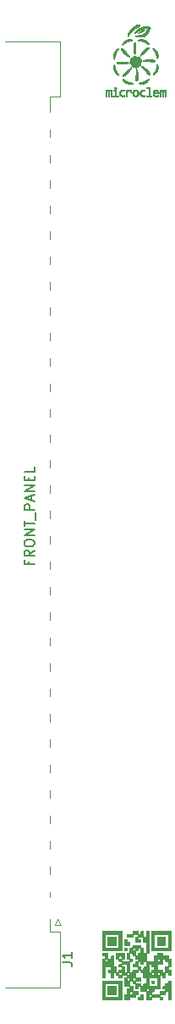
<source format=gto>
G04 #@! TF.GenerationSoftware,KiCad,Pcbnew,(5.1.7)-1*
G04 #@! TF.CreationDate,2022-02-14T00:20:13+00:00*
G04 #@! TF.ProjectId,bp_fp_connector,62705f66-705f-4636-9f6e-6e6563746f72,rev?*
G04 #@! TF.SameCoordinates,Original*
G04 #@! TF.FileFunction,Legend,Top*
G04 #@! TF.FilePolarity,Positive*
%FSLAX46Y46*%
G04 Gerber Fmt 4.6, Leading zero omitted, Abs format (unit mm)*
G04 Created by KiCad (PCBNEW (5.1.7)-1) date 2022-02-14 00:20:13*
%MOMM*%
%LPD*%
G01*
G04 APERTURE LIST*
%ADD10C,0.150000*%
%ADD11C,0.010000*%
%ADD12C,0.120000*%
%ADD13C,1.550000*%
%ADD14C,2.850000*%
G04 APERTURE END LIST*
D10*
X14428571Y-66676190D02*
X14428571Y-67009523D01*
X14952380Y-67009523D02*
X13952380Y-67009523D01*
X13952380Y-66533333D01*
X14952380Y-65580952D02*
X14476190Y-65914285D01*
X14952380Y-66152380D02*
X13952380Y-66152380D01*
X13952380Y-65771428D01*
X14000000Y-65676190D01*
X14047619Y-65628571D01*
X14142857Y-65580952D01*
X14285714Y-65580952D01*
X14380952Y-65628571D01*
X14428571Y-65676190D01*
X14476190Y-65771428D01*
X14476190Y-66152380D01*
X13952380Y-64961904D02*
X13952380Y-64771428D01*
X14000000Y-64676190D01*
X14095238Y-64580952D01*
X14285714Y-64533333D01*
X14619047Y-64533333D01*
X14809523Y-64580952D01*
X14904761Y-64676190D01*
X14952380Y-64771428D01*
X14952380Y-64961904D01*
X14904761Y-65057142D01*
X14809523Y-65152380D01*
X14619047Y-65200000D01*
X14285714Y-65200000D01*
X14095238Y-65152380D01*
X14000000Y-65057142D01*
X13952380Y-64961904D01*
X14952380Y-64104761D02*
X13952380Y-64104761D01*
X14952380Y-63533333D01*
X13952380Y-63533333D01*
X13952380Y-63200000D02*
X13952380Y-62628571D01*
X14952380Y-62914285D02*
X13952380Y-62914285D01*
X15047619Y-62533333D02*
X15047619Y-61771428D01*
X14952380Y-61533333D02*
X13952380Y-61533333D01*
X13952380Y-61152380D01*
X14000000Y-61057142D01*
X14047619Y-61009523D01*
X14142857Y-60961904D01*
X14285714Y-60961904D01*
X14380952Y-61009523D01*
X14428571Y-61057142D01*
X14476190Y-61152380D01*
X14476190Y-61533333D01*
X14666666Y-60580952D02*
X14666666Y-60104761D01*
X14952380Y-60676190D02*
X13952380Y-60342857D01*
X14952380Y-60009523D01*
X14952380Y-59676190D02*
X13952380Y-59676190D01*
X14952380Y-59104761D01*
X13952380Y-59104761D01*
X14428571Y-58628571D02*
X14428571Y-58295238D01*
X14952380Y-58152380D02*
X14952380Y-58628571D01*
X13952380Y-58628571D01*
X13952380Y-58152380D01*
X14952380Y-57247619D02*
X14952380Y-57723809D01*
X13952380Y-57723809D01*
D11*
G36*
X23676000Y-110499692D02*
G01*
X21761231Y-110499692D01*
X21761231Y-108858461D01*
X22034769Y-108858461D01*
X22034769Y-110226154D01*
X23402461Y-110226154D01*
X23402461Y-108858461D01*
X22034769Y-108858461D01*
X21761231Y-108858461D01*
X21761231Y-108584923D01*
X23676000Y-108584923D01*
X23676000Y-110499692D01*
G37*
X23676000Y-110499692D02*
X21761231Y-110499692D01*
X21761231Y-108858461D01*
X22034769Y-108858461D01*
X22034769Y-110226154D01*
X23402461Y-110226154D01*
X23402461Y-108858461D01*
X22034769Y-108858461D01*
X21761231Y-108858461D01*
X21761231Y-108584923D01*
X23676000Y-108584923D01*
X23676000Y-110499692D01*
G36*
X24770154Y-104208308D02*
G01*
X24223077Y-104208308D01*
X24223077Y-103934769D01*
X24770154Y-103934769D01*
X24770154Y-104208308D01*
G37*
X24770154Y-104208308D02*
X24223077Y-104208308D01*
X24223077Y-103934769D01*
X24770154Y-103934769D01*
X24770154Y-104208308D01*
G36*
X24770154Y-109132000D02*
G01*
X24770154Y-109679077D01*
X25317231Y-109679077D01*
X25317231Y-109815846D01*
X25311181Y-109907513D01*
X25277052Y-109945106D01*
X25190872Y-109952598D01*
X25180461Y-109952615D01*
X25088794Y-109958664D01*
X25051201Y-109992793D01*
X25043709Y-110078974D01*
X25043692Y-110089384D01*
X25043692Y-110226154D01*
X24496615Y-110226154D01*
X24496615Y-110499692D01*
X23949538Y-110499692D01*
X23949538Y-109952615D01*
X24223077Y-109952615D01*
X24223077Y-109815846D01*
X24496615Y-109815846D01*
X24502664Y-109907513D01*
X24536793Y-109945106D01*
X24622974Y-109952598D01*
X24633384Y-109952615D01*
X24725051Y-109946566D01*
X24762645Y-109912437D01*
X24770137Y-109826256D01*
X24770154Y-109815846D01*
X24764104Y-109724179D01*
X24729975Y-109686586D01*
X24643795Y-109679094D01*
X24633384Y-109679077D01*
X24541717Y-109685126D01*
X24504124Y-109719255D01*
X24496632Y-109805436D01*
X24496615Y-109815846D01*
X24223077Y-109815846D01*
X24223077Y-109405538D01*
X24359846Y-109405538D01*
X24451513Y-109399489D01*
X24489106Y-109365360D01*
X24496598Y-109279179D01*
X24496615Y-109268769D01*
X24496615Y-109132000D01*
X24770154Y-109132000D01*
G37*
X24770154Y-109132000D02*
X24770154Y-109679077D01*
X25317231Y-109679077D01*
X25317231Y-109815846D01*
X25311181Y-109907513D01*
X25277052Y-109945106D01*
X25190872Y-109952598D01*
X25180461Y-109952615D01*
X25088794Y-109958664D01*
X25051201Y-109992793D01*
X25043709Y-110078974D01*
X25043692Y-110089384D01*
X25043692Y-110226154D01*
X24496615Y-110226154D01*
X24496615Y-110499692D01*
X23949538Y-110499692D01*
X23949538Y-109952615D01*
X24223077Y-109952615D01*
X24223077Y-109815846D01*
X24496615Y-109815846D01*
X24502664Y-109907513D01*
X24536793Y-109945106D01*
X24622974Y-109952598D01*
X24633384Y-109952615D01*
X24725051Y-109946566D01*
X24762645Y-109912437D01*
X24770137Y-109826256D01*
X24770154Y-109815846D01*
X24764104Y-109724179D01*
X24729975Y-109686586D01*
X24643795Y-109679094D01*
X24633384Y-109679077D01*
X24541717Y-109685126D01*
X24504124Y-109719255D01*
X24496632Y-109805436D01*
X24496615Y-109815846D01*
X24223077Y-109815846D01*
X24223077Y-109405538D01*
X24359846Y-109405538D01*
X24451513Y-109399489D01*
X24489106Y-109365360D01*
X24496598Y-109279179D01*
X24496615Y-109268769D01*
X24496615Y-109132000D01*
X24770154Y-109132000D01*
G36*
X25317231Y-104208308D02*
G01*
X25317231Y-104345077D01*
X25323280Y-104436744D01*
X25357409Y-104474337D01*
X25443590Y-104481829D01*
X25454000Y-104481846D01*
X25545667Y-104487895D01*
X25583260Y-104522024D01*
X25590752Y-104608205D01*
X25590769Y-104618615D01*
X25590769Y-104755384D01*
X25043692Y-104755384D01*
X25043692Y-104208308D01*
X25180461Y-104208308D01*
X25272128Y-104202258D01*
X25309722Y-104168129D01*
X25317214Y-104081948D01*
X25317231Y-104071538D01*
X25317231Y-103934769D01*
X24770154Y-103934769D01*
X24770154Y-103661231D01*
X25317231Y-103661231D01*
X25317231Y-103798000D01*
X25323280Y-103889667D01*
X25357409Y-103927260D01*
X25443590Y-103934752D01*
X25454000Y-103934769D01*
X25545667Y-103928720D01*
X25583260Y-103894591D01*
X25590752Y-103808410D01*
X25590769Y-103798000D01*
X25596818Y-103706333D01*
X25630947Y-103668739D01*
X25717128Y-103661248D01*
X25727538Y-103661231D01*
X25864308Y-103661231D01*
X25864308Y-104208308D01*
X25317231Y-104208308D01*
G37*
X25317231Y-104208308D02*
X25317231Y-104345077D01*
X25323280Y-104436744D01*
X25357409Y-104474337D01*
X25443590Y-104481829D01*
X25454000Y-104481846D01*
X25545667Y-104487895D01*
X25583260Y-104522024D01*
X25590752Y-104608205D01*
X25590769Y-104618615D01*
X25590769Y-104755384D01*
X25043692Y-104755384D01*
X25043692Y-104208308D01*
X25180461Y-104208308D01*
X25272128Y-104202258D01*
X25309722Y-104168129D01*
X25317214Y-104081948D01*
X25317231Y-104071538D01*
X25317231Y-103934769D01*
X24770154Y-103934769D01*
X24770154Y-103661231D01*
X25317231Y-103661231D01*
X25317231Y-103798000D01*
X25323280Y-103889667D01*
X25357409Y-103927260D01*
X25443590Y-103934752D01*
X25454000Y-103934769D01*
X25545667Y-103928720D01*
X25583260Y-103894591D01*
X25590752Y-103808410D01*
X25590769Y-103798000D01*
X25596818Y-103706333D01*
X25630947Y-103668739D01*
X25717128Y-103661248D01*
X25727538Y-103661231D01*
X25864308Y-103661231D01*
X25864308Y-104208308D01*
X25317231Y-104208308D01*
G36*
X26137846Y-104755384D02*
G01*
X25864308Y-104755384D01*
X25864308Y-104208308D01*
X26137846Y-104208308D01*
X26137846Y-103661231D01*
X26411384Y-103661231D01*
X26411384Y-105849538D01*
X26137846Y-105849538D01*
X26137846Y-104755384D01*
G37*
X26137846Y-104755384D02*
X25864308Y-104755384D01*
X25864308Y-104208308D01*
X26137846Y-104208308D01*
X26137846Y-103661231D01*
X26411384Y-103661231D01*
X26411384Y-105849538D01*
X26137846Y-105849538D01*
X26137846Y-104755384D01*
G36*
X27505538Y-109679077D02*
G01*
X28052615Y-109679077D01*
X28052615Y-109542308D01*
X28046566Y-109450640D01*
X28012437Y-109413047D01*
X27926256Y-109405555D01*
X27915846Y-109405538D01*
X27824179Y-109399489D01*
X27786586Y-109365360D01*
X27779094Y-109279179D01*
X27779077Y-109268769D01*
X27785126Y-109177102D01*
X27819255Y-109139509D01*
X27905436Y-109132017D01*
X27915846Y-109132000D01*
X28007513Y-109125951D01*
X28045106Y-109091822D01*
X28052598Y-109005641D01*
X28052615Y-108995231D01*
X28058664Y-108903564D01*
X28092793Y-108865970D01*
X28178974Y-108858478D01*
X28189384Y-108858461D01*
X28281051Y-108852412D01*
X28318645Y-108818283D01*
X28326137Y-108732102D01*
X28326154Y-108721692D01*
X28332203Y-108630025D01*
X28366332Y-108592432D01*
X28452513Y-108584940D01*
X28462923Y-108584923D01*
X28599692Y-108584923D01*
X28599692Y-110499692D01*
X28326154Y-110499692D01*
X28326154Y-109679077D01*
X28189384Y-109679077D01*
X28097717Y-109685126D01*
X28060124Y-109719255D01*
X28052632Y-109805436D01*
X28052615Y-109815846D01*
X28052615Y-109952615D01*
X27505538Y-109952615D01*
X27505538Y-109679077D01*
G37*
X27505538Y-109679077D02*
X28052615Y-109679077D01*
X28052615Y-109542308D01*
X28046566Y-109450640D01*
X28012437Y-109413047D01*
X27926256Y-109405555D01*
X27915846Y-109405538D01*
X27824179Y-109399489D01*
X27786586Y-109365360D01*
X27779094Y-109279179D01*
X27779077Y-109268769D01*
X27785126Y-109177102D01*
X27819255Y-109139509D01*
X27905436Y-109132017D01*
X27915846Y-109132000D01*
X28007513Y-109125951D01*
X28045106Y-109091822D01*
X28052598Y-109005641D01*
X28052615Y-108995231D01*
X28058664Y-108903564D01*
X28092793Y-108865970D01*
X28178974Y-108858478D01*
X28189384Y-108858461D01*
X28281051Y-108852412D01*
X28318645Y-108818283D01*
X28326137Y-108732102D01*
X28326154Y-108721692D01*
X28332203Y-108630025D01*
X28366332Y-108592432D01*
X28452513Y-108584940D01*
X28462923Y-108584923D01*
X28599692Y-108584923D01*
X28599692Y-110499692D01*
X28326154Y-110499692D01*
X28326154Y-109679077D01*
X28189384Y-109679077D01*
X28097717Y-109685126D01*
X28060124Y-109719255D01*
X28052632Y-109805436D01*
X28052615Y-109815846D01*
X28052615Y-109952615D01*
X27505538Y-109952615D01*
X27505538Y-109679077D01*
G36*
X27505538Y-110089384D02*
G01*
X27511587Y-110181051D01*
X27545716Y-110218645D01*
X27631897Y-110226137D01*
X27642308Y-110226154D01*
X27733975Y-110232203D01*
X27771568Y-110266332D01*
X27779060Y-110352513D01*
X27779077Y-110362923D01*
X27773028Y-110454590D01*
X27738899Y-110492183D01*
X27652718Y-110499675D01*
X27642308Y-110499692D01*
X27550640Y-110493643D01*
X27513047Y-110459514D01*
X27505555Y-110373333D01*
X27505538Y-110362923D01*
X27505538Y-110226154D01*
X26684923Y-110226154D01*
X26684923Y-110499692D01*
X26137846Y-110499692D01*
X26137846Y-110089384D01*
X26411384Y-110089384D01*
X26417434Y-110181051D01*
X26451563Y-110218645D01*
X26537743Y-110226137D01*
X26548154Y-110226154D01*
X26639821Y-110220104D01*
X26677414Y-110185975D01*
X26684906Y-110099795D01*
X26684923Y-110089384D01*
X26678874Y-109997717D01*
X26644745Y-109960124D01*
X26558564Y-109952632D01*
X26548154Y-109952615D01*
X26456487Y-109958664D01*
X26418893Y-109992793D01*
X26411401Y-110078974D01*
X26411384Y-110089384D01*
X26137846Y-110089384D01*
X26137846Y-109679077D01*
X25590769Y-109679077D01*
X25590769Y-109542308D01*
X26137846Y-109542308D01*
X26143895Y-109633975D01*
X26178024Y-109671568D01*
X26264205Y-109679060D01*
X26274615Y-109679077D01*
X26366282Y-109673028D01*
X26403876Y-109638899D01*
X26411367Y-109552718D01*
X26411384Y-109542308D01*
X26405335Y-109450640D01*
X26371206Y-109413047D01*
X26285025Y-109405555D01*
X26274615Y-109405538D01*
X26182948Y-109411587D01*
X26145355Y-109445716D01*
X26137863Y-109531897D01*
X26137846Y-109542308D01*
X25590769Y-109542308D01*
X25590769Y-109132000D01*
X25454000Y-109132000D01*
X25362333Y-109138049D01*
X25324739Y-109172178D01*
X25317248Y-109258359D01*
X25317231Y-109268769D01*
X25311181Y-109360436D01*
X25277052Y-109398029D01*
X25190872Y-109405521D01*
X25180461Y-109405538D01*
X25043692Y-109405538D01*
X25043692Y-108858461D01*
X24906923Y-108858461D01*
X24815256Y-108852412D01*
X24777662Y-108818283D01*
X24770171Y-108732102D01*
X24770154Y-108721692D01*
X24764104Y-108630025D01*
X24729975Y-108592432D01*
X24643795Y-108584940D01*
X24633384Y-108584923D01*
X24496615Y-108584923D01*
X24496615Y-109132000D01*
X23949538Y-109132000D01*
X23949538Y-108448154D01*
X24223077Y-108448154D01*
X24229126Y-108539821D01*
X24263255Y-108577414D01*
X24349436Y-108584906D01*
X24359846Y-108584923D01*
X24451513Y-108578874D01*
X24489106Y-108544745D01*
X24496598Y-108458564D01*
X24496615Y-108448154D01*
X24490566Y-108356487D01*
X24456437Y-108318893D01*
X24370256Y-108311401D01*
X24359846Y-108311384D01*
X24268179Y-108317434D01*
X24230586Y-108351563D01*
X24223094Y-108437743D01*
X24223077Y-108448154D01*
X23949538Y-108448154D01*
X23949538Y-108311384D01*
X24086308Y-108311384D01*
X24177975Y-108305335D01*
X24215568Y-108271206D01*
X24223060Y-108185025D01*
X24223077Y-108174615D01*
X24223077Y-108037846D01*
X23676000Y-108037846D01*
X23676000Y-108174615D01*
X23669951Y-108266282D01*
X23635822Y-108303876D01*
X23549641Y-108311367D01*
X23539231Y-108311384D01*
X23447564Y-108305335D01*
X23409970Y-108271206D01*
X23402478Y-108185025D01*
X23402461Y-108174615D01*
X23396412Y-108082948D01*
X23362283Y-108045355D01*
X23276102Y-108037863D01*
X23265692Y-108037846D01*
X23174025Y-108031797D01*
X23136432Y-107997668D01*
X23128940Y-107911487D01*
X23128923Y-107901077D01*
X23402461Y-107901077D01*
X23408511Y-107992744D01*
X23442640Y-108030337D01*
X23528820Y-108037829D01*
X23539231Y-108037846D01*
X23630898Y-108031797D01*
X23668491Y-107997668D01*
X23675983Y-107911487D01*
X23676000Y-107901077D01*
X23669951Y-107809410D01*
X23635822Y-107771816D01*
X23549641Y-107764325D01*
X23539231Y-107764308D01*
X23447564Y-107770357D01*
X23409970Y-107804486D01*
X23402478Y-107890667D01*
X23402461Y-107901077D01*
X23128923Y-107901077D01*
X23122874Y-107809410D01*
X23088745Y-107771816D01*
X23002564Y-107764325D01*
X22992154Y-107764308D01*
X22855384Y-107764308D01*
X22855384Y-108311384D01*
X22581846Y-108311384D01*
X22581846Y-107764308D01*
X22445077Y-107764308D01*
X22353410Y-107758258D01*
X22315816Y-107724129D01*
X22308325Y-107637948D01*
X22308308Y-107627538D01*
X22314357Y-107535871D01*
X22348486Y-107498278D01*
X22434667Y-107490786D01*
X22445077Y-107490769D01*
X22536744Y-107484720D01*
X22574337Y-107450591D01*
X22581829Y-107364410D01*
X22581846Y-107354000D01*
X22581846Y-107217231D01*
X22034769Y-107217231D01*
X22034769Y-108311384D01*
X21761231Y-108311384D01*
X21761231Y-106533384D01*
X22034769Y-106533384D01*
X22040818Y-106625051D01*
X22074947Y-106662645D01*
X22161128Y-106670137D01*
X22171538Y-106670154D01*
X22263205Y-106664104D01*
X22300799Y-106629975D01*
X22308290Y-106543795D01*
X22308308Y-106533384D01*
X22302258Y-106441717D01*
X22268129Y-106404124D01*
X22181948Y-106396632D01*
X22171538Y-106396615D01*
X22079871Y-106402664D01*
X22042278Y-106436793D01*
X22034786Y-106522974D01*
X22034769Y-106533384D01*
X21761231Y-106533384D01*
X21761231Y-106396615D01*
X21898000Y-106396615D01*
X21989667Y-106390566D01*
X22027260Y-106356437D01*
X22034752Y-106270256D01*
X22034769Y-106259846D01*
X22028720Y-106168179D01*
X21994591Y-106130586D01*
X21908410Y-106123094D01*
X21898000Y-106123077D01*
X21806333Y-106117028D01*
X21768739Y-106082899D01*
X21761248Y-105996718D01*
X21761231Y-105986308D01*
X21761231Y-105849538D01*
X22308308Y-105849538D01*
X22308308Y-106396615D01*
X22445077Y-106396615D01*
X22536744Y-106390566D01*
X22574337Y-106356437D01*
X22581829Y-106270256D01*
X22581846Y-106259846D01*
X22587895Y-106168179D01*
X22622024Y-106130586D01*
X22708205Y-106123094D01*
X22718615Y-106123077D01*
X22855384Y-106123077D01*
X22855384Y-107217231D01*
X23128923Y-107217231D01*
X23128923Y-107764308D01*
X23265692Y-107764308D01*
X23357359Y-107758258D01*
X23394953Y-107724129D01*
X23402444Y-107637948D01*
X23402461Y-107627538D01*
X23408511Y-107535871D01*
X23442640Y-107498278D01*
X23528820Y-107490786D01*
X23539231Y-107490769D01*
X23630898Y-107484720D01*
X23668491Y-107450591D01*
X23675983Y-107364410D01*
X23676000Y-107354000D01*
X23669951Y-107262333D01*
X23635822Y-107224739D01*
X23549641Y-107217248D01*
X23539231Y-107217231D01*
X23447564Y-107211181D01*
X23409970Y-107177052D01*
X23402478Y-107090872D01*
X23402461Y-107080461D01*
X23408511Y-106988794D01*
X23442640Y-106951201D01*
X23528820Y-106943709D01*
X23539231Y-106943692D01*
X23676000Y-106943692D01*
X23676000Y-107080461D01*
X23682049Y-107172128D01*
X23716178Y-107209722D01*
X23802359Y-107217214D01*
X23812769Y-107217231D01*
X23949538Y-107217231D01*
X23949538Y-107764308D01*
X24086308Y-107764308D01*
X24177975Y-107770357D01*
X24215568Y-107804486D01*
X24223060Y-107890667D01*
X24223077Y-107901077D01*
X24229126Y-107992744D01*
X24263255Y-108030337D01*
X24349436Y-108037829D01*
X24359846Y-108037846D01*
X24451513Y-108031797D01*
X24489106Y-107997668D01*
X24496598Y-107911487D01*
X24496615Y-107901077D01*
X24502664Y-107809410D01*
X24536793Y-107771816D01*
X24622974Y-107764325D01*
X24633384Y-107764308D01*
X24725051Y-107758258D01*
X24762645Y-107724129D01*
X24770137Y-107637948D01*
X24770154Y-107627538D01*
X24770154Y-107490769D01*
X25317231Y-107490769D01*
X25317231Y-107627538D01*
X25311181Y-107719205D01*
X25277052Y-107756799D01*
X25190872Y-107764290D01*
X25180461Y-107764308D01*
X25043692Y-107764308D01*
X25043692Y-108311384D01*
X24906923Y-108311384D01*
X24815256Y-108317434D01*
X24777662Y-108351563D01*
X24770171Y-108437743D01*
X24770154Y-108448154D01*
X24776203Y-108539821D01*
X24810332Y-108577414D01*
X24896513Y-108584906D01*
X24906923Y-108584923D01*
X24998590Y-108590972D01*
X25036183Y-108625101D01*
X25043675Y-108711282D01*
X25043692Y-108721692D01*
X25043692Y-108858461D01*
X25590769Y-108858461D01*
X25590769Y-108995231D01*
X25596818Y-109086898D01*
X25630947Y-109124491D01*
X25717128Y-109131983D01*
X25727538Y-109132000D01*
X25819205Y-109125951D01*
X25856799Y-109091822D01*
X25864290Y-109005641D01*
X25864308Y-108995231D01*
X25870357Y-108903564D01*
X25904486Y-108865970D01*
X25990667Y-108858478D01*
X26001077Y-108858461D01*
X26137846Y-108858461D01*
X26137846Y-108311384D01*
X26411384Y-108311384D01*
X26411384Y-109132000D01*
X27232000Y-109132000D01*
X27232000Y-108311384D01*
X26411384Y-108311384D01*
X26137846Y-108311384D01*
X25864308Y-108311384D01*
X25864308Y-107764308D01*
X25727538Y-107764308D01*
X25635871Y-107758258D01*
X25598278Y-107724129D01*
X25590786Y-107637948D01*
X25590769Y-107627538D01*
X25596818Y-107535871D01*
X25630947Y-107498278D01*
X25717128Y-107490786D01*
X25727538Y-107490769D01*
X25819205Y-107484720D01*
X25856799Y-107450591D01*
X25864290Y-107364410D01*
X25864308Y-107354000D01*
X25870357Y-107262333D01*
X25904486Y-107224739D01*
X25990667Y-107217248D01*
X26001077Y-107217231D01*
X26137846Y-107217231D01*
X26137846Y-106943692D01*
X26411384Y-106943692D01*
X26411384Y-107764308D01*
X26548154Y-107764308D01*
X26639821Y-107770357D01*
X26677414Y-107804486D01*
X26684906Y-107890667D01*
X26684923Y-107901077D01*
X26690972Y-107992744D01*
X26725101Y-108030337D01*
X26811282Y-108037829D01*
X26821692Y-108037846D01*
X26913359Y-108031797D01*
X26950953Y-107997668D01*
X26958444Y-107911487D01*
X26958461Y-107901077D01*
X27232000Y-107901077D01*
X27238049Y-107992744D01*
X27272178Y-108030337D01*
X27358359Y-108037829D01*
X27368769Y-108037846D01*
X27460436Y-108031797D01*
X27498029Y-107997668D01*
X27505521Y-107911487D01*
X27505538Y-107901077D01*
X27499489Y-107809410D01*
X27465360Y-107771816D01*
X27379179Y-107764325D01*
X27368769Y-107764308D01*
X27277102Y-107770357D01*
X27239509Y-107804486D01*
X27232017Y-107890667D01*
X27232000Y-107901077D01*
X26958461Y-107901077D01*
X26952412Y-107809410D01*
X26918283Y-107771816D01*
X26832102Y-107764325D01*
X26821692Y-107764308D01*
X26730025Y-107758258D01*
X26692432Y-107724129D01*
X26684940Y-107637948D01*
X26684923Y-107627538D01*
X26690972Y-107535871D01*
X26725101Y-107498278D01*
X26811282Y-107490786D01*
X26821692Y-107490769D01*
X26913359Y-107484720D01*
X26950953Y-107450591D01*
X26958444Y-107364410D01*
X26958461Y-107354000D01*
X26952412Y-107262333D01*
X26918283Y-107224739D01*
X26832102Y-107217248D01*
X26821692Y-107217231D01*
X26730025Y-107211181D01*
X26692432Y-107177052D01*
X26684940Y-107090872D01*
X26684923Y-107080461D01*
X26678874Y-106988794D01*
X26644745Y-106951201D01*
X26558564Y-106943709D01*
X26548154Y-106943692D01*
X27232000Y-106943692D01*
X27232000Y-107490769D01*
X27779077Y-107490769D01*
X27779077Y-107627538D01*
X27785126Y-107719205D01*
X27819255Y-107756799D01*
X27905436Y-107764290D01*
X27915846Y-107764308D01*
X28052615Y-107764308D01*
X28052615Y-107217231D01*
X28326154Y-107217231D01*
X28326154Y-106670154D01*
X28189384Y-106670154D01*
X28097717Y-106664104D01*
X28060124Y-106629975D01*
X28052632Y-106543795D01*
X28052615Y-106533384D01*
X28046566Y-106441717D01*
X28012437Y-106404124D01*
X27926256Y-106396632D01*
X27915846Y-106396615D01*
X27779077Y-106396615D01*
X27779077Y-106943692D01*
X27232000Y-106943692D01*
X26548154Y-106943692D01*
X26411384Y-106943692D01*
X26137846Y-106943692D01*
X26137846Y-106670154D01*
X26001077Y-106670154D01*
X25909410Y-106676203D01*
X25871816Y-106710332D01*
X25864325Y-106796513D01*
X25864308Y-106806923D01*
X25858258Y-106898590D01*
X25824129Y-106936183D01*
X25737948Y-106943675D01*
X25727538Y-106943692D01*
X25635871Y-106937643D01*
X25598278Y-106903514D01*
X25590786Y-106817333D01*
X25590769Y-106806923D01*
X25584720Y-106715256D01*
X25550591Y-106677662D01*
X25464410Y-106670171D01*
X25454000Y-106670154D01*
X25362333Y-106664104D01*
X25324739Y-106629975D01*
X25317248Y-106543795D01*
X25317231Y-106533384D01*
X25311181Y-106441717D01*
X25277052Y-106404124D01*
X25190872Y-106396632D01*
X25180461Y-106396615D01*
X25088794Y-106390566D01*
X25051201Y-106356437D01*
X25043709Y-106270256D01*
X25043692Y-106259846D01*
X25049741Y-106168179D01*
X25083870Y-106130586D01*
X25170051Y-106123094D01*
X25180461Y-106123077D01*
X25272128Y-106117028D01*
X25309722Y-106082899D01*
X25317214Y-105996718D01*
X25317231Y-105986308D01*
X25323280Y-105894640D01*
X25357409Y-105857047D01*
X25443590Y-105849555D01*
X25454000Y-105849538D01*
X25590769Y-105849538D01*
X25590769Y-105302461D01*
X25454000Y-105302461D01*
X25362333Y-105308511D01*
X25324739Y-105342640D01*
X25317248Y-105428820D01*
X25317231Y-105439231D01*
X25311181Y-105530898D01*
X25277052Y-105568491D01*
X25190872Y-105575983D01*
X25180461Y-105576000D01*
X25088794Y-105569951D01*
X25051201Y-105535822D01*
X25043709Y-105449641D01*
X25043692Y-105439231D01*
X25037643Y-105347564D01*
X25003514Y-105309970D01*
X24917333Y-105302478D01*
X24906923Y-105302461D01*
X24815256Y-105308511D01*
X24777662Y-105342640D01*
X24770171Y-105428820D01*
X24770154Y-105439231D01*
X24776203Y-105530898D01*
X24810332Y-105568491D01*
X24896513Y-105575983D01*
X24906923Y-105576000D01*
X25043692Y-105576000D01*
X25043692Y-106123077D01*
X24906923Y-106123077D01*
X24815256Y-106117028D01*
X24777662Y-106082899D01*
X24770171Y-105996718D01*
X24770154Y-105986308D01*
X24764104Y-105894640D01*
X24729975Y-105857047D01*
X24643795Y-105849555D01*
X24633384Y-105849538D01*
X24496615Y-105849538D01*
X24496615Y-106396615D01*
X24633384Y-106396615D01*
X24725051Y-106402664D01*
X24762645Y-106436793D01*
X24770137Y-106522974D01*
X24770154Y-106533384D01*
X24764104Y-106625051D01*
X24729975Y-106662645D01*
X24643795Y-106670137D01*
X24633384Y-106670154D01*
X24496615Y-106670154D01*
X24496615Y-107764308D01*
X24223077Y-107764308D01*
X24223077Y-106943692D01*
X23676000Y-106943692D01*
X23539231Y-106943692D01*
X23630898Y-106937643D01*
X23668491Y-106903514D01*
X23675983Y-106817333D01*
X23676000Y-106806923D01*
X23669951Y-106715256D01*
X23635822Y-106677662D01*
X23549641Y-106670171D01*
X23539231Y-106670154D01*
X23447564Y-106664104D01*
X23409970Y-106629975D01*
X23402478Y-106543795D01*
X23402461Y-106533384D01*
X23396412Y-106441717D01*
X23362283Y-106404124D01*
X23276102Y-106396632D01*
X23265692Y-106396615D01*
X23128923Y-106396615D01*
X23128923Y-106259846D01*
X23402461Y-106259846D01*
X23408511Y-106351513D01*
X23442640Y-106389106D01*
X23528820Y-106396598D01*
X23539231Y-106396615D01*
X23630898Y-106390566D01*
X23668491Y-106356437D01*
X23675983Y-106270256D01*
X23676000Y-106259846D01*
X23669951Y-106168179D01*
X23635822Y-106130586D01*
X23549641Y-106123094D01*
X23539231Y-106123077D01*
X23447564Y-106129126D01*
X23409970Y-106163255D01*
X23402478Y-106249436D01*
X23402461Y-106259846D01*
X23128923Y-106259846D01*
X23128923Y-105849538D01*
X23949538Y-105849538D01*
X23949538Y-106396615D01*
X23812769Y-106396615D01*
X23721102Y-106402664D01*
X23683509Y-106436793D01*
X23676017Y-106522974D01*
X23676000Y-106533384D01*
X23676000Y-106670154D01*
X24496615Y-106670154D01*
X24496615Y-106533384D01*
X24490566Y-106441717D01*
X24456437Y-106404124D01*
X24370256Y-106396632D01*
X24359846Y-106396615D01*
X24223077Y-106396615D01*
X24223077Y-105849538D01*
X24496615Y-105849538D01*
X24496615Y-105302461D01*
X24633384Y-105302461D01*
X24725051Y-105296412D01*
X24762645Y-105262283D01*
X24770137Y-105176102D01*
X24770154Y-105165692D01*
X24770154Y-105028923D01*
X25590769Y-105028923D01*
X25590769Y-105165692D01*
X25596818Y-105257359D01*
X25630947Y-105294953D01*
X25717128Y-105302444D01*
X25727538Y-105302461D01*
X25864308Y-105302461D01*
X25864308Y-105849538D01*
X26137846Y-105849538D01*
X26137846Y-106670154D01*
X26958461Y-106670154D01*
X26958461Y-106533384D01*
X27232000Y-106533384D01*
X27238049Y-106625051D01*
X27272178Y-106662645D01*
X27358359Y-106670137D01*
X27368769Y-106670154D01*
X27460436Y-106664104D01*
X27498029Y-106629975D01*
X27505521Y-106543795D01*
X27505538Y-106533384D01*
X27499489Y-106441717D01*
X27465360Y-106404124D01*
X27379179Y-106396632D01*
X27368769Y-106396615D01*
X27277102Y-106402664D01*
X27239509Y-106436793D01*
X27232017Y-106522974D01*
X27232000Y-106533384D01*
X26958461Y-106533384D01*
X26958461Y-106123077D01*
X27095231Y-106123077D01*
X27186898Y-106117028D01*
X27224491Y-106082899D01*
X27231983Y-105996718D01*
X27232000Y-105986308D01*
X27232000Y-105849538D01*
X27779077Y-105849538D01*
X27779077Y-106123077D01*
X28326154Y-106123077D01*
X28326154Y-106259846D01*
X28332203Y-106351513D01*
X28366332Y-106389106D01*
X28452513Y-106396598D01*
X28462923Y-106396615D01*
X28599692Y-106396615D01*
X28599692Y-107217231D01*
X28462923Y-107217231D01*
X28371256Y-107223280D01*
X28333662Y-107257409D01*
X28326171Y-107343590D01*
X28326154Y-107354000D01*
X28332203Y-107445667D01*
X28366332Y-107483260D01*
X28452513Y-107490752D01*
X28462923Y-107490769D01*
X28599692Y-107490769D01*
X28599692Y-108037846D01*
X28462923Y-108037846D01*
X28371256Y-108031797D01*
X28333662Y-107997668D01*
X28326171Y-107911487D01*
X28326154Y-107901077D01*
X28320104Y-107809410D01*
X28285975Y-107771816D01*
X28199795Y-107764325D01*
X28189384Y-107764308D01*
X28052615Y-107764308D01*
X28052615Y-108311384D01*
X27915846Y-108311384D01*
X27824179Y-108305335D01*
X27786586Y-108271206D01*
X27779094Y-108185025D01*
X27779077Y-108174615D01*
X27773028Y-108082948D01*
X27738899Y-108045355D01*
X27652718Y-108037863D01*
X27642308Y-108037846D01*
X27505538Y-108037846D01*
X27505538Y-109405538D01*
X26958461Y-109405538D01*
X26958461Y-109542308D01*
X26952412Y-109633975D01*
X26918283Y-109671568D01*
X26832102Y-109679060D01*
X26821692Y-109679077D01*
X26730025Y-109685126D01*
X26692432Y-109719255D01*
X26684940Y-109805436D01*
X26684923Y-109815846D01*
X26684923Y-109952615D01*
X27505538Y-109952615D01*
X27505538Y-110089384D01*
G37*
X27505538Y-110089384D02*
X27511587Y-110181051D01*
X27545716Y-110218645D01*
X27631897Y-110226137D01*
X27642308Y-110226154D01*
X27733975Y-110232203D01*
X27771568Y-110266332D01*
X27779060Y-110352513D01*
X27779077Y-110362923D01*
X27773028Y-110454590D01*
X27738899Y-110492183D01*
X27652718Y-110499675D01*
X27642308Y-110499692D01*
X27550640Y-110493643D01*
X27513047Y-110459514D01*
X27505555Y-110373333D01*
X27505538Y-110362923D01*
X27505538Y-110226154D01*
X26684923Y-110226154D01*
X26684923Y-110499692D01*
X26137846Y-110499692D01*
X26137846Y-110089384D01*
X26411384Y-110089384D01*
X26417434Y-110181051D01*
X26451563Y-110218645D01*
X26537743Y-110226137D01*
X26548154Y-110226154D01*
X26639821Y-110220104D01*
X26677414Y-110185975D01*
X26684906Y-110099795D01*
X26684923Y-110089384D01*
X26678874Y-109997717D01*
X26644745Y-109960124D01*
X26558564Y-109952632D01*
X26548154Y-109952615D01*
X26456487Y-109958664D01*
X26418893Y-109992793D01*
X26411401Y-110078974D01*
X26411384Y-110089384D01*
X26137846Y-110089384D01*
X26137846Y-109679077D01*
X25590769Y-109679077D01*
X25590769Y-109542308D01*
X26137846Y-109542308D01*
X26143895Y-109633975D01*
X26178024Y-109671568D01*
X26264205Y-109679060D01*
X26274615Y-109679077D01*
X26366282Y-109673028D01*
X26403876Y-109638899D01*
X26411367Y-109552718D01*
X26411384Y-109542308D01*
X26405335Y-109450640D01*
X26371206Y-109413047D01*
X26285025Y-109405555D01*
X26274615Y-109405538D01*
X26182948Y-109411587D01*
X26145355Y-109445716D01*
X26137863Y-109531897D01*
X26137846Y-109542308D01*
X25590769Y-109542308D01*
X25590769Y-109132000D01*
X25454000Y-109132000D01*
X25362333Y-109138049D01*
X25324739Y-109172178D01*
X25317248Y-109258359D01*
X25317231Y-109268769D01*
X25311181Y-109360436D01*
X25277052Y-109398029D01*
X25190872Y-109405521D01*
X25180461Y-109405538D01*
X25043692Y-109405538D01*
X25043692Y-108858461D01*
X24906923Y-108858461D01*
X24815256Y-108852412D01*
X24777662Y-108818283D01*
X24770171Y-108732102D01*
X24770154Y-108721692D01*
X24764104Y-108630025D01*
X24729975Y-108592432D01*
X24643795Y-108584940D01*
X24633384Y-108584923D01*
X24496615Y-108584923D01*
X24496615Y-109132000D01*
X23949538Y-109132000D01*
X23949538Y-108448154D01*
X24223077Y-108448154D01*
X24229126Y-108539821D01*
X24263255Y-108577414D01*
X24349436Y-108584906D01*
X24359846Y-108584923D01*
X24451513Y-108578874D01*
X24489106Y-108544745D01*
X24496598Y-108458564D01*
X24496615Y-108448154D01*
X24490566Y-108356487D01*
X24456437Y-108318893D01*
X24370256Y-108311401D01*
X24359846Y-108311384D01*
X24268179Y-108317434D01*
X24230586Y-108351563D01*
X24223094Y-108437743D01*
X24223077Y-108448154D01*
X23949538Y-108448154D01*
X23949538Y-108311384D01*
X24086308Y-108311384D01*
X24177975Y-108305335D01*
X24215568Y-108271206D01*
X24223060Y-108185025D01*
X24223077Y-108174615D01*
X24223077Y-108037846D01*
X23676000Y-108037846D01*
X23676000Y-108174615D01*
X23669951Y-108266282D01*
X23635822Y-108303876D01*
X23549641Y-108311367D01*
X23539231Y-108311384D01*
X23447564Y-108305335D01*
X23409970Y-108271206D01*
X23402478Y-108185025D01*
X23402461Y-108174615D01*
X23396412Y-108082948D01*
X23362283Y-108045355D01*
X23276102Y-108037863D01*
X23265692Y-108037846D01*
X23174025Y-108031797D01*
X23136432Y-107997668D01*
X23128940Y-107911487D01*
X23128923Y-107901077D01*
X23402461Y-107901077D01*
X23408511Y-107992744D01*
X23442640Y-108030337D01*
X23528820Y-108037829D01*
X23539231Y-108037846D01*
X23630898Y-108031797D01*
X23668491Y-107997668D01*
X23675983Y-107911487D01*
X23676000Y-107901077D01*
X23669951Y-107809410D01*
X23635822Y-107771816D01*
X23549641Y-107764325D01*
X23539231Y-107764308D01*
X23447564Y-107770357D01*
X23409970Y-107804486D01*
X23402478Y-107890667D01*
X23402461Y-107901077D01*
X23128923Y-107901077D01*
X23122874Y-107809410D01*
X23088745Y-107771816D01*
X23002564Y-107764325D01*
X22992154Y-107764308D01*
X22855384Y-107764308D01*
X22855384Y-108311384D01*
X22581846Y-108311384D01*
X22581846Y-107764308D01*
X22445077Y-107764308D01*
X22353410Y-107758258D01*
X22315816Y-107724129D01*
X22308325Y-107637948D01*
X22308308Y-107627538D01*
X22314357Y-107535871D01*
X22348486Y-107498278D01*
X22434667Y-107490786D01*
X22445077Y-107490769D01*
X22536744Y-107484720D01*
X22574337Y-107450591D01*
X22581829Y-107364410D01*
X22581846Y-107354000D01*
X22581846Y-107217231D01*
X22034769Y-107217231D01*
X22034769Y-108311384D01*
X21761231Y-108311384D01*
X21761231Y-106533384D01*
X22034769Y-106533384D01*
X22040818Y-106625051D01*
X22074947Y-106662645D01*
X22161128Y-106670137D01*
X22171538Y-106670154D01*
X22263205Y-106664104D01*
X22300799Y-106629975D01*
X22308290Y-106543795D01*
X22308308Y-106533384D01*
X22302258Y-106441717D01*
X22268129Y-106404124D01*
X22181948Y-106396632D01*
X22171538Y-106396615D01*
X22079871Y-106402664D01*
X22042278Y-106436793D01*
X22034786Y-106522974D01*
X22034769Y-106533384D01*
X21761231Y-106533384D01*
X21761231Y-106396615D01*
X21898000Y-106396615D01*
X21989667Y-106390566D01*
X22027260Y-106356437D01*
X22034752Y-106270256D01*
X22034769Y-106259846D01*
X22028720Y-106168179D01*
X21994591Y-106130586D01*
X21908410Y-106123094D01*
X21898000Y-106123077D01*
X21806333Y-106117028D01*
X21768739Y-106082899D01*
X21761248Y-105996718D01*
X21761231Y-105986308D01*
X21761231Y-105849538D01*
X22308308Y-105849538D01*
X22308308Y-106396615D01*
X22445077Y-106396615D01*
X22536744Y-106390566D01*
X22574337Y-106356437D01*
X22581829Y-106270256D01*
X22581846Y-106259846D01*
X22587895Y-106168179D01*
X22622024Y-106130586D01*
X22708205Y-106123094D01*
X22718615Y-106123077D01*
X22855384Y-106123077D01*
X22855384Y-107217231D01*
X23128923Y-107217231D01*
X23128923Y-107764308D01*
X23265692Y-107764308D01*
X23357359Y-107758258D01*
X23394953Y-107724129D01*
X23402444Y-107637948D01*
X23402461Y-107627538D01*
X23408511Y-107535871D01*
X23442640Y-107498278D01*
X23528820Y-107490786D01*
X23539231Y-107490769D01*
X23630898Y-107484720D01*
X23668491Y-107450591D01*
X23675983Y-107364410D01*
X23676000Y-107354000D01*
X23669951Y-107262333D01*
X23635822Y-107224739D01*
X23549641Y-107217248D01*
X23539231Y-107217231D01*
X23447564Y-107211181D01*
X23409970Y-107177052D01*
X23402478Y-107090872D01*
X23402461Y-107080461D01*
X23408511Y-106988794D01*
X23442640Y-106951201D01*
X23528820Y-106943709D01*
X23539231Y-106943692D01*
X23676000Y-106943692D01*
X23676000Y-107080461D01*
X23682049Y-107172128D01*
X23716178Y-107209722D01*
X23802359Y-107217214D01*
X23812769Y-107217231D01*
X23949538Y-107217231D01*
X23949538Y-107764308D01*
X24086308Y-107764308D01*
X24177975Y-107770357D01*
X24215568Y-107804486D01*
X24223060Y-107890667D01*
X24223077Y-107901077D01*
X24229126Y-107992744D01*
X24263255Y-108030337D01*
X24349436Y-108037829D01*
X24359846Y-108037846D01*
X24451513Y-108031797D01*
X24489106Y-107997668D01*
X24496598Y-107911487D01*
X24496615Y-107901077D01*
X24502664Y-107809410D01*
X24536793Y-107771816D01*
X24622974Y-107764325D01*
X24633384Y-107764308D01*
X24725051Y-107758258D01*
X24762645Y-107724129D01*
X24770137Y-107637948D01*
X24770154Y-107627538D01*
X24770154Y-107490769D01*
X25317231Y-107490769D01*
X25317231Y-107627538D01*
X25311181Y-107719205D01*
X25277052Y-107756799D01*
X25190872Y-107764290D01*
X25180461Y-107764308D01*
X25043692Y-107764308D01*
X25043692Y-108311384D01*
X24906923Y-108311384D01*
X24815256Y-108317434D01*
X24777662Y-108351563D01*
X24770171Y-108437743D01*
X24770154Y-108448154D01*
X24776203Y-108539821D01*
X24810332Y-108577414D01*
X24896513Y-108584906D01*
X24906923Y-108584923D01*
X24998590Y-108590972D01*
X25036183Y-108625101D01*
X25043675Y-108711282D01*
X25043692Y-108721692D01*
X25043692Y-108858461D01*
X25590769Y-108858461D01*
X25590769Y-108995231D01*
X25596818Y-109086898D01*
X25630947Y-109124491D01*
X25717128Y-109131983D01*
X25727538Y-109132000D01*
X25819205Y-109125951D01*
X25856799Y-109091822D01*
X25864290Y-109005641D01*
X25864308Y-108995231D01*
X25870357Y-108903564D01*
X25904486Y-108865970D01*
X25990667Y-108858478D01*
X26001077Y-108858461D01*
X26137846Y-108858461D01*
X26137846Y-108311384D01*
X26411384Y-108311384D01*
X26411384Y-109132000D01*
X27232000Y-109132000D01*
X27232000Y-108311384D01*
X26411384Y-108311384D01*
X26137846Y-108311384D01*
X25864308Y-108311384D01*
X25864308Y-107764308D01*
X25727538Y-107764308D01*
X25635871Y-107758258D01*
X25598278Y-107724129D01*
X25590786Y-107637948D01*
X25590769Y-107627538D01*
X25596818Y-107535871D01*
X25630947Y-107498278D01*
X25717128Y-107490786D01*
X25727538Y-107490769D01*
X25819205Y-107484720D01*
X25856799Y-107450591D01*
X25864290Y-107364410D01*
X25864308Y-107354000D01*
X25870357Y-107262333D01*
X25904486Y-107224739D01*
X25990667Y-107217248D01*
X26001077Y-107217231D01*
X26137846Y-107217231D01*
X26137846Y-106943692D01*
X26411384Y-106943692D01*
X26411384Y-107764308D01*
X26548154Y-107764308D01*
X26639821Y-107770357D01*
X26677414Y-107804486D01*
X26684906Y-107890667D01*
X26684923Y-107901077D01*
X26690972Y-107992744D01*
X26725101Y-108030337D01*
X26811282Y-108037829D01*
X26821692Y-108037846D01*
X26913359Y-108031797D01*
X26950953Y-107997668D01*
X26958444Y-107911487D01*
X26958461Y-107901077D01*
X27232000Y-107901077D01*
X27238049Y-107992744D01*
X27272178Y-108030337D01*
X27358359Y-108037829D01*
X27368769Y-108037846D01*
X27460436Y-108031797D01*
X27498029Y-107997668D01*
X27505521Y-107911487D01*
X27505538Y-107901077D01*
X27499489Y-107809410D01*
X27465360Y-107771816D01*
X27379179Y-107764325D01*
X27368769Y-107764308D01*
X27277102Y-107770357D01*
X27239509Y-107804486D01*
X27232017Y-107890667D01*
X27232000Y-107901077D01*
X26958461Y-107901077D01*
X26952412Y-107809410D01*
X26918283Y-107771816D01*
X26832102Y-107764325D01*
X26821692Y-107764308D01*
X26730025Y-107758258D01*
X26692432Y-107724129D01*
X26684940Y-107637948D01*
X26684923Y-107627538D01*
X26690972Y-107535871D01*
X26725101Y-107498278D01*
X26811282Y-107490786D01*
X26821692Y-107490769D01*
X26913359Y-107484720D01*
X26950953Y-107450591D01*
X26958444Y-107364410D01*
X26958461Y-107354000D01*
X26952412Y-107262333D01*
X26918283Y-107224739D01*
X26832102Y-107217248D01*
X26821692Y-107217231D01*
X26730025Y-107211181D01*
X26692432Y-107177052D01*
X26684940Y-107090872D01*
X26684923Y-107080461D01*
X26678874Y-106988794D01*
X26644745Y-106951201D01*
X26558564Y-106943709D01*
X26548154Y-106943692D01*
X27232000Y-106943692D01*
X27232000Y-107490769D01*
X27779077Y-107490769D01*
X27779077Y-107627538D01*
X27785126Y-107719205D01*
X27819255Y-107756799D01*
X27905436Y-107764290D01*
X27915846Y-107764308D01*
X28052615Y-107764308D01*
X28052615Y-107217231D01*
X28326154Y-107217231D01*
X28326154Y-106670154D01*
X28189384Y-106670154D01*
X28097717Y-106664104D01*
X28060124Y-106629975D01*
X28052632Y-106543795D01*
X28052615Y-106533384D01*
X28046566Y-106441717D01*
X28012437Y-106404124D01*
X27926256Y-106396632D01*
X27915846Y-106396615D01*
X27779077Y-106396615D01*
X27779077Y-106943692D01*
X27232000Y-106943692D01*
X26548154Y-106943692D01*
X26411384Y-106943692D01*
X26137846Y-106943692D01*
X26137846Y-106670154D01*
X26001077Y-106670154D01*
X25909410Y-106676203D01*
X25871816Y-106710332D01*
X25864325Y-106796513D01*
X25864308Y-106806923D01*
X25858258Y-106898590D01*
X25824129Y-106936183D01*
X25737948Y-106943675D01*
X25727538Y-106943692D01*
X25635871Y-106937643D01*
X25598278Y-106903514D01*
X25590786Y-106817333D01*
X25590769Y-106806923D01*
X25584720Y-106715256D01*
X25550591Y-106677662D01*
X25464410Y-106670171D01*
X25454000Y-106670154D01*
X25362333Y-106664104D01*
X25324739Y-106629975D01*
X25317248Y-106543795D01*
X25317231Y-106533384D01*
X25311181Y-106441717D01*
X25277052Y-106404124D01*
X25190872Y-106396632D01*
X25180461Y-106396615D01*
X25088794Y-106390566D01*
X25051201Y-106356437D01*
X25043709Y-106270256D01*
X25043692Y-106259846D01*
X25049741Y-106168179D01*
X25083870Y-106130586D01*
X25170051Y-106123094D01*
X25180461Y-106123077D01*
X25272128Y-106117028D01*
X25309722Y-106082899D01*
X25317214Y-105996718D01*
X25317231Y-105986308D01*
X25323280Y-105894640D01*
X25357409Y-105857047D01*
X25443590Y-105849555D01*
X25454000Y-105849538D01*
X25590769Y-105849538D01*
X25590769Y-105302461D01*
X25454000Y-105302461D01*
X25362333Y-105308511D01*
X25324739Y-105342640D01*
X25317248Y-105428820D01*
X25317231Y-105439231D01*
X25311181Y-105530898D01*
X25277052Y-105568491D01*
X25190872Y-105575983D01*
X25180461Y-105576000D01*
X25088794Y-105569951D01*
X25051201Y-105535822D01*
X25043709Y-105449641D01*
X25043692Y-105439231D01*
X25037643Y-105347564D01*
X25003514Y-105309970D01*
X24917333Y-105302478D01*
X24906923Y-105302461D01*
X24815256Y-105308511D01*
X24777662Y-105342640D01*
X24770171Y-105428820D01*
X24770154Y-105439231D01*
X24776203Y-105530898D01*
X24810332Y-105568491D01*
X24896513Y-105575983D01*
X24906923Y-105576000D01*
X25043692Y-105576000D01*
X25043692Y-106123077D01*
X24906923Y-106123077D01*
X24815256Y-106117028D01*
X24777662Y-106082899D01*
X24770171Y-105996718D01*
X24770154Y-105986308D01*
X24764104Y-105894640D01*
X24729975Y-105857047D01*
X24643795Y-105849555D01*
X24633384Y-105849538D01*
X24496615Y-105849538D01*
X24496615Y-106396615D01*
X24633384Y-106396615D01*
X24725051Y-106402664D01*
X24762645Y-106436793D01*
X24770137Y-106522974D01*
X24770154Y-106533384D01*
X24764104Y-106625051D01*
X24729975Y-106662645D01*
X24643795Y-106670137D01*
X24633384Y-106670154D01*
X24496615Y-106670154D01*
X24496615Y-107764308D01*
X24223077Y-107764308D01*
X24223077Y-106943692D01*
X23676000Y-106943692D01*
X23539231Y-106943692D01*
X23630898Y-106937643D01*
X23668491Y-106903514D01*
X23675983Y-106817333D01*
X23676000Y-106806923D01*
X23669951Y-106715256D01*
X23635822Y-106677662D01*
X23549641Y-106670171D01*
X23539231Y-106670154D01*
X23447564Y-106664104D01*
X23409970Y-106629975D01*
X23402478Y-106543795D01*
X23402461Y-106533384D01*
X23396412Y-106441717D01*
X23362283Y-106404124D01*
X23276102Y-106396632D01*
X23265692Y-106396615D01*
X23128923Y-106396615D01*
X23128923Y-106259846D01*
X23402461Y-106259846D01*
X23408511Y-106351513D01*
X23442640Y-106389106D01*
X23528820Y-106396598D01*
X23539231Y-106396615D01*
X23630898Y-106390566D01*
X23668491Y-106356437D01*
X23675983Y-106270256D01*
X23676000Y-106259846D01*
X23669951Y-106168179D01*
X23635822Y-106130586D01*
X23549641Y-106123094D01*
X23539231Y-106123077D01*
X23447564Y-106129126D01*
X23409970Y-106163255D01*
X23402478Y-106249436D01*
X23402461Y-106259846D01*
X23128923Y-106259846D01*
X23128923Y-105849538D01*
X23949538Y-105849538D01*
X23949538Y-106396615D01*
X23812769Y-106396615D01*
X23721102Y-106402664D01*
X23683509Y-106436793D01*
X23676017Y-106522974D01*
X23676000Y-106533384D01*
X23676000Y-106670154D01*
X24496615Y-106670154D01*
X24496615Y-106533384D01*
X24490566Y-106441717D01*
X24456437Y-106404124D01*
X24370256Y-106396632D01*
X24359846Y-106396615D01*
X24223077Y-106396615D01*
X24223077Y-105849538D01*
X24496615Y-105849538D01*
X24496615Y-105302461D01*
X24633384Y-105302461D01*
X24725051Y-105296412D01*
X24762645Y-105262283D01*
X24770137Y-105176102D01*
X24770154Y-105165692D01*
X24770154Y-105028923D01*
X25590769Y-105028923D01*
X25590769Y-105165692D01*
X25596818Y-105257359D01*
X25630947Y-105294953D01*
X25717128Y-105302444D01*
X25727538Y-105302461D01*
X25864308Y-105302461D01*
X25864308Y-105849538D01*
X26137846Y-105849538D01*
X26137846Y-106670154D01*
X26958461Y-106670154D01*
X26958461Y-106533384D01*
X27232000Y-106533384D01*
X27238049Y-106625051D01*
X27272178Y-106662645D01*
X27358359Y-106670137D01*
X27368769Y-106670154D01*
X27460436Y-106664104D01*
X27498029Y-106629975D01*
X27505521Y-106543795D01*
X27505538Y-106533384D01*
X27499489Y-106441717D01*
X27465360Y-106404124D01*
X27379179Y-106396632D01*
X27368769Y-106396615D01*
X27277102Y-106402664D01*
X27239509Y-106436793D01*
X27232017Y-106522974D01*
X27232000Y-106533384D01*
X26958461Y-106533384D01*
X26958461Y-106123077D01*
X27095231Y-106123077D01*
X27186898Y-106117028D01*
X27224491Y-106082899D01*
X27231983Y-105996718D01*
X27232000Y-105986308D01*
X27232000Y-105849538D01*
X27779077Y-105849538D01*
X27779077Y-106123077D01*
X28326154Y-106123077D01*
X28326154Y-106259846D01*
X28332203Y-106351513D01*
X28366332Y-106389106D01*
X28452513Y-106396598D01*
X28462923Y-106396615D01*
X28599692Y-106396615D01*
X28599692Y-107217231D01*
X28462923Y-107217231D01*
X28371256Y-107223280D01*
X28333662Y-107257409D01*
X28326171Y-107343590D01*
X28326154Y-107354000D01*
X28332203Y-107445667D01*
X28366332Y-107483260D01*
X28452513Y-107490752D01*
X28462923Y-107490769D01*
X28599692Y-107490769D01*
X28599692Y-108037846D01*
X28462923Y-108037846D01*
X28371256Y-108031797D01*
X28333662Y-107997668D01*
X28326171Y-107911487D01*
X28326154Y-107901077D01*
X28320104Y-107809410D01*
X28285975Y-107771816D01*
X28199795Y-107764325D01*
X28189384Y-107764308D01*
X28052615Y-107764308D01*
X28052615Y-108311384D01*
X27915846Y-108311384D01*
X27824179Y-108305335D01*
X27786586Y-108271206D01*
X27779094Y-108185025D01*
X27779077Y-108174615D01*
X27773028Y-108082948D01*
X27738899Y-108045355D01*
X27652718Y-108037863D01*
X27642308Y-108037846D01*
X27505538Y-108037846D01*
X27505538Y-109405538D01*
X26958461Y-109405538D01*
X26958461Y-109542308D01*
X26952412Y-109633975D01*
X26918283Y-109671568D01*
X26832102Y-109679060D01*
X26821692Y-109679077D01*
X26730025Y-109685126D01*
X26692432Y-109719255D01*
X26684940Y-109805436D01*
X26684923Y-109815846D01*
X26684923Y-109952615D01*
X27505538Y-109952615D01*
X27505538Y-110089384D01*
G36*
X25864308Y-110499692D02*
G01*
X25317231Y-110499692D01*
X25317231Y-110362923D01*
X25323280Y-110271256D01*
X25357409Y-110233662D01*
X25443590Y-110226171D01*
X25454000Y-110226154D01*
X25545667Y-110220104D01*
X25583260Y-110185975D01*
X25590752Y-110099795D01*
X25590769Y-110089384D01*
X25596818Y-109997717D01*
X25630947Y-109960124D01*
X25717128Y-109952632D01*
X25727538Y-109952615D01*
X25864308Y-109952615D01*
X25864308Y-110499692D01*
G37*
X25864308Y-110499692D02*
X25317231Y-110499692D01*
X25317231Y-110362923D01*
X25323280Y-110271256D01*
X25357409Y-110233662D01*
X25443590Y-110226171D01*
X25454000Y-110226154D01*
X25545667Y-110220104D01*
X25583260Y-110185975D01*
X25590752Y-110099795D01*
X25590769Y-110089384D01*
X25596818Y-109997717D01*
X25630947Y-109960124D01*
X25717128Y-109952632D01*
X25727538Y-109952615D01*
X25864308Y-109952615D01*
X25864308Y-110499692D01*
G36*
X23676000Y-105576000D02*
G01*
X21761231Y-105576000D01*
X21761231Y-103934769D01*
X22034769Y-103934769D01*
X22034769Y-105302461D01*
X23402461Y-105302461D01*
X23402461Y-103934769D01*
X22034769Y-103934769D01*
X21761231Y-103934769D01*
X21761231Y-103661231D01*
X23676000Y-103661231D01*
X23676000Y-105576000D01*
G37*
X23676000Y-105576000D02*
X21761231Y-105576000D01*
X21761231Y-103934769D01*
X22034769Y-103934769D01*
X22034769Y-105302461D01*
X23402461Y-105302461D01*
X23402461Y-103934769D01*
X22034769Y-103934769D01*
X21761231Y-103934769D01*
X21761231Y-103661231D01*
X23676000Y-103661231D01*
X23676000Y-105576000D01*
G36*
X24177975Y-105308511D02*
G01*
X24215568Y-105342640D01*
X24223060Y-105428820D01*
X24223077Y-105439231D01*
X24217028Y-105530898D01*
X24182899Y-105568491D01*
X24096718Y-105575983D01*
X24086308Y-105576000D01*
X23994640Y-105569951D01*
X23957047Y-105535822D01*
X23949555Y-105449641D01*
X23949538Y-105439231D01*
X23955587Y-105347564D01*
X23989716Y-105309970D01*
X24075897Y-105302478D01*
X24086308Y-105302461D01*
X24177975Y-105308511D01*
G37*
X24177975Y-105308511D02*
X24215568Y-105342640D01*
X24223060Y-105428820D01*
X24223077Y-105439231D01*
X24217028Y-105530898D01*
X24182899Y-105568491D01*
X24096718Y-105575983D01*
X24086308Y-105576000D01*
X23994640Y-105569951D01*
X23957047Y-105535822D01*
X23949555Y-105449641D01*
X23949538Y-105439231D01*
X23955587Y-105347564D01*
X23989716Y-105309970D01*
X24075897Y-105302478D01*
X24086308Y-105302461D01*
X24177975Y-105308511D01*
G36*
X28599692Y-105576000D02*
G01*
X26684923Y-105576000D01*
X26684923Y-103934769D01*
X26958461Y-103934769D01*
X26958461Y-105302461D01*
X28326154Y-105302461D01*
X28326154Y-103934769D01*
X26958461Y-103934769D01*
X26684923Y-103934769D01*
X26684923Y-103661231D01*
X28599692Y-103661231D01*
X28599692Y-105576000D01*
G37*
X28599692Y-105576000D02*
X26684923Y-105576000D01*
X26684923Y-103934769D01*
X26958461Y-103934769D01*
X26958461Y-105302461D01*
X28326154Y-105302461D01*
X28326154Y-103934769D01*
X26958461Y-103934769D01*
X26684923Y-103934769D01*
X26684923Y-103661231D01*
X28599692Y-103661231D01*
X28599692Y-105576000D01*
G36*
X24177975Y-104487895D02*
G01*
X24215568Y-104522024D01*
X24223060Y-104608205D01*
X24223077Y-104618615D01*
X24229126Y-104710282D01*
X24263255Y-104747876D01*
X24349436Y-104755367D01*
X24359846Y-104755384D01*
X24451513Y-104761434D01*
X24489106Y-104795563D01*
X24496598Y-104881743D01*
X24496615Y-104892154D01*
X24496615Y-105028923D01*
X23949538Y-105028923D01*
X23949538Y-104481846D01*
X24086308Y-104481846D01*
X24177975Y-104487895D01*
G37*
X24177975Y-104487895D02*
X24215568Y-104522024D01*
X24223060Y-104608205D01*
X24223077Y-104618615D01*
X24229126Y-104710282D01*
X24263255Y-104747876D01*
X24349436Y-104755367D01*
X24359846Y-104755384D01*
X24451513Y-104761434D01*
X24489106Y-104795563D01*
X24496598Y-104881743D01*
X24496615Y-104892154D01*
X24496615Y-105028923D01*
X23949538Y-105028923D01*
X23949538Y-104481846D01*
X24086308Y-104481846D01*
X24177975Y-104487895D01*
G36*
X23128923Y-109952615D02*
G01*
X22308308Y-109952615D01*
X22308308Y-109132000D01*
X23128923Y-109132000D01*
X23128923Y-109952615D01*
G37*
X23128923Y-109952615D02*
X22308308Y-109952615D01*
X22308308Y-109132000D01*
X23128923Y-109132000D01*
X23128923Y-109952615D01*
G36*
X25590769Y-108584923D02*
G01*
X25043692Y-108584923D01*
X25043692Y-108311384D01*
X25590769Y-108311384D01*
X25590769Y-108584923D01*
G37*
X25590769Y-108584923D02*
X25043692Y-108584923D01*
X25043692Y-108311384D01*
X25590769Y-108311384D01*
X25590769Y-108584923D01*
G36*
X25454000Y-107217231D02*
G01*
X25545667Y-107223280D01*
X25583260Y-107257409D01*
X25590752Y-107343590D01*
X25590769Y-107354000D01*
X25584720Y-107445667D01*
X25550591Y-107483260D01*
X25464410Y-107490752D01*
X25454000Y-107490769D01*
X25362333Y-107484720D01*
X25324739Y-107450591D01*
X25317248Y-107364410D01*
X25317231Y-107354000D01*
X25317231Y-107217231D01*
X25454000Y-107217231D01*
G37*
X25454000Y-107217231D02*
X25545667Y-107223280D01*
X25583260Y-107257409D01*
X25590752Y-107343590D01*
X25590769Y-107354000D01*
X25584720Y-107445667D01*
X25550591Y-107483260D01*
X25464410Y-107490752D01*
X25454000Y-107490769D01*
X25362333Y-107484720D01*
X25324739Y-107450591D01*
X25317248Y-107364410D01*
X25317231Y-107354000D01*
X25317231Y-107217231D01*
X25454000Y-107217231D01*
G36*
X24770154Y-107217231D02*
G01*
X24770154Y-107080461D01*
X24776203Y-106988794D01*
X24810332Y-106951201D01*
X24896513Y-106943709D01*
X24906923Y-106943692D01*
X24998590Y-106937643D01*
X25036183Y-106903514D01*
X25043675Y-106817333D01*
X25043692Y-106806923D01*
X25049741Y-106715256D01*
X25083870Y-106677662D01*
X25170051Y-106670171D01*
X25180461Y-106670154D01*
X25317231Y-106670154D01*
X25317231Y-107217231D01*
X24770154Y-107217231D01*
G37*
X24770154Y-107217231D02*
X24770154Y-107080461D01*
X24776203Y-106988794D01*
X24810332Y-106951201D01*
X24896513Y-106943709D01*
X24906923Y-106943692D01*
X24998590Y-106937643D01*
X25036183Y-106903514D01*
X25043675Y-106817333D01*
X25043692Y-106806923D01*
X25049741Y-106715256D01*
X25083870Y-106677662D01*
X25170051Y-106670171D01*
X25180461Y-106670154D01*
X25317231Y-106670154D01*
X25317231Y-107217231D01*
X24770154Y-107217231D01*
G36*
X26913359Y-108590972D02*
G01*
X26950953Y-108625101D01*
X26958444Y-108711282D01*
X26958461Y-108721692D01*
X26952412Y-108813359D01*
X26918283Y-108850953D01*
X26832102Y-108858444D01*
X26821692Y-108858461D01*
X26730025Y-108852412D01*
X26692432Y-108818283D01*
X26684940Y-108732102D01*
X26684923Y-108721692D01*
X26690972Y-108630025D01*
X26725101Y-108592432D01*
X26811282Y-108584940D01*
X26821692Y-108584923D01*
X26913359Y-108590972D01*
G37*
X26913359Y-108590972D02*
X26950953Y-108625101D01*
X26958444Y-108711282D01*
X26958461Y-108721692D01*
X26952412Y-108813359D01*
X26918283Y-108850953D01*
X26832102Y-108858444D01*
X26821692Y-108858461D01*
X26730025Y-108852412D01*
X26692432Y-108818283D01*
X26684940Y-108732102D01*
X26684923Y-108721692D01*
X26690972Y-108630025D01*
X26725101Y-108592432D01*
X26811282Y-108584940D01*
X26821692Y-108584923D01*
X26913359Y-108590972D01*
G36*
X23128923Y-105028923D02*
G01*
X22308308Y-105028923D01*
X22308308Y-104208308D01*
X23128923Y-104208308D01*
X23128923Y-105028923D01*
G37*
X23128923Y-105028923D02*
X22308308Y-105028923D01*
X22308308Y-104208308D01*
X23128923Y-104208308D01*
X23128923Y-105028923D01*
G36*
X28052615Y-105028923D02*
G01*
X27232000Y-105028923D01*
X27232000Y-104208308D01*
X28052615Y-104208308D01*
X28052615Y-105028923D01*
G37*
X28052615Y-105028923D02*
X27232000Y-105028923D01*
X27232000Y-104208308D01*
X28052615Y-104208308D01*
X28052615Y-105028923D01*
G36*
X25146236Y-19532370D02*
G01*
X25202401Y-19545454D01*
X25251404Y-19567255D01*
X25293314Y-19597823D01*
X25328198Y-19637211D01*
X25356123Y-19685469D01*
X25377157Y-19742649D01*
X25380152Y-19753645D01*
X25385518Y-19783351D01*
X25388770Y-19820601D01*
X25389910Y-19861847D01*
X25388938Y-19903544D01*
X25385856Y-19942145D01*
X25380665Y-19974106D01*
X25380078Y-19976600D01*
X25360815Y-20034688D01*
X25333195Y-20086109D01*
X25297856Y-20130170D01*
X25255439Y-20166174D01*
X25206585Y-20193426D01*
X25167733Y-20207252D01*
X25133962Y-20214120D01*
X25094305Y-20218210D01*
X25053889Y-20219227D01*
X25017840Y-20216877D01*
X25012778Y-20216162D01*
X24955256Y-20202334D01*
X24904925Y-20179818D01*
X24861900Y-20148721D01*
X24826294Y-20109150D01*
X24798223Y-20061212D01*
X24777799Y-20005014D01*
X24774684Y-19992967D01*
X24769230Y-19961157D01*
X24765964Y-19922114D01*
X24764996Y-19883883D01*
X24888870Y-19883883D01*
X24890379Y-19919880D01*
X24893771Y-19951702D01*
X24898407Y-19973778D01*
X24915505Y-20016234D01*
X24939114Y-20052850D01*
X24967895Y-20082106D01*
X25000509Y-20102484D01*
X25017392Y-20108742D01*
X25042088Y-20113013D01*
X25072769Y-20114270D01*
X25104576Y-20112642D01*
X25132652Y-20108256D01*
X25142739Y-20105430D01*
X25170050Y-20091486D01*
X25197315Y-20069541D01*
X25221651Y-20042522D01*
X25240174Y-20013355D01*
X25245546Y-20001114D01*
X25259742Y-19949871D01*
X25266504Y-19894165D01*
X25265814Y-19837447D01*
X25257656Y-19783166D01*
X25246804Y-19746605D01*
X25229237Y-19712460D01*
X25204403Y-19681606D01*
X25175062Y-19657073D01*
X25155199Y-19646090D01*
X25127900Y-19637804D01*
X25094716Y-19633211D01*
X25060188Y-19632512D01*
X25028858Y-19635907D01*
X25013841Y-19639865D01*
X24979855Y-19657540D01*
X24949410Y-19684675D01*
X24923780Y-19719672D01*
X24904240Y-19760935D01*
X24896099Y-19787511D01*
X24891684Y-19814033D01*
X24889290Y-19847379D01*
X24888870Y-19883883D01*
X24764996Y-19883883D01*
X24764885Y-19879523D01*
X24765998Y-19837066D01*
X24769302Y-19798430D01*
X24774594Y-19768120D01*
X24791829Y-19714787D01*
X24816151Y-19668424D01*
X24849179Y-19626128D01*
X24859903Y-19614923D01*
X24899714Y-19580308D01*
X24941757Y-19555048D01*
X24987872Y-19538424D01*
X25039901Y-19529718D01*
X25082841Y-19527950D01*
X25146236Y-19532370D01*
G37*
X25146236Y-19532370D02*
X25202401Y-19545454D01*
X25251404Y-19567255D01*
X25293314Y-19597823D01*
X25328198Y-19637211D01*
X25356123Y-19685469D01*
X25377157Y-19742649D01*
X25380152Y-19753645D01*
X25385518Y-19783351D01*
X25388770Y-19820601D01*
X25389910Y-19861847D01*
X25388938Y-19903544D01*
X25385856Y-19942145D01*
X25380665Y-19974106D01*
X25380078Y-19976600D01*
X25360815Y-20034688D01*
X25333195Y-20086109D01*
X25297856Y-20130170D01*
X25255439Y-20166174D01*
X25206585Y-20193426D01*
X25167733Y-20207252D01*
X25133962Y-20214120D01*
X25094305Y-20218210D01*
X25053889Y-20219227D01*
X25017840Y-20216877D01*
X25012778Y-20216162D01*
X24955256Y-20202334D01*
X24904925Y-20179818D01*
X24861900Y-20148721D01*
X24826294Y-20109150D01*
X24798223Y-20061212D01*
X24777799Y-20005014D01*
X24774684Y-19992967D01*
X24769230Y-19961157D01*
X24765964Y-19922114D01*
X24764996Y-19883883D01*
X24888870Y-19883883D01*
X24890379Y-19919880D01*
X24893771Y-19951702D01*
X24898407Y-19973778D01*
X24915505Y-20016234D01*
X24939114Y-20052850D01*
X24967895Y-20082106D01*
X25000509Y-20102484D01*
X25017392Y-20108742D01*
X25042088Y-20113013D01*
X25072769Y-20114270D01*
X25104576Y-20112642D01*
X25132652Y-20108256D01*
X25142739Y-20105430D01*
X25170050Y-20091486D01*
X25197315Y-20069541D01*
X25221651Y-20042522D01*
X25240174Y-20013355D01*
X25245546Y-20001114D01*
X25259742Y-19949871D01*
X25266504Y-19894165D01*
X25265814Y-19837447D01*
X25257656Y-19783166D01*
X25246804Y-19746605D01*
X25229237Y-19712460D01*
X25204403Y-19681606D01*
X25175062Y-19657073D01*
X25155199Y-19646090D01*
X25127900Y-19637804D01*
X25094716Y-19633211D01*
X25060188Y-19632512D01*
X25028858Y-19635907D01*
X25013841Y-19639865D01*
X24979855Y-19657540D01*
X24949410Y-19684675D01*
X24923780Y-19719672D01*
X24904240Y-19760935D01*
X24896099Y-19787511D01*
X24891684Y-19814033D01*
X24889290Y-19847379D01*
X24888870Y-19883883D01*
X24764996Y-19883883D01*
X24764885Y-19879523D01*
X24765998Y-19837066D01*
X24769302Y-19798430D01*
X24774594Y-19768120D01*
X24791829Y-19714787D01*
X24816151Y-19668424D01*
X24849179Y-19626128D01*
X24859903Y-19614923D01*
X24899714Y-19580308D01*
X24941757Y-19555048D01*
X24987872Y-19538424D01*
X25039901Y-19529718D01*
X25082841Y-19527950D01*
X25146236Y-19532370D01*
G36*
X27149285Y-19530043D02*
G01*
X27198359Y-19538162D01*
X27241924Y-19554082D01*
X27281807Y-19578404D01*
X27307833Y-19600120D01*
X27338646Y-19635457D01*
X27363652Y-19677874D01*
X27380937Y-19723854D01*
X27385242Y-19742356D01*
X27392255Y-19787604D01*
X27395883Y-19830305D01*
X27395901Y-19867164D01*
X27394715Y-19880614D01*
X27390832Y-19911689D01*
X26928800Y-19911689D01*
X26928800Y-19932485D01*
X26932855Y-19965807D01*
X26943853Y-20001268D01*
X26960047Y-20033804D01*
X26967622Y-20044912D01*
X26994736Y-20072005D01*
X27030276Y-20093673D01*
X27072274Y-20108896D01*
X27102899Y-20114963D01*
X27135330Y-20117256D01*
X27175327Y-20116738D01*
X27219585Y-20113641D01*
X27264799Y-20108196D01*
X27307586Y-20100650D01*
X27327852Y-20096533D01*
X27343840Y-20093553D01*
X27352283Y-20092317D01*
X27352502Y-20092311D01*
X27354841Y-20097531D01*
X27356649Y-20111500D01*
X27357656Y-20131680D01*
X27357778Y-20142339D01*
X27357778Y-20192366D01*
X27310263Y-20201803D01*
X27280120Y-20206997D01*
X27244698Y-20211873D01*
X27207442Y-20216074D01*
X27171797Y-20219239D01*
X27141208Y-20221013D01*
X27123533Y-20221211D01*
X27105928Y-20220238D01*
X27082564Y-20218245D01*
X27061444Y-20215995D01*
X27002514Y-20204382D01*
X26951056Y-20184346D01*
X26906979Y-20155843D01*
X26882514Y-20133047D01*
X26851748Y-20092410D01*
X26828195Y-20043858D01*
X26811736Y-19987055D01*
X26802251Y-19921669D01*
X26801107Y-19906391D01*
X26801391Y-19841375D01*
X26804281Y-19821378D01*
X26927345Y-19821378D01*
X27268983Y-19821378D01*
X27266134Y-19781549D01*
X27258095Y-19737161D01*
X27241107Y-19699050D01*
X27215712Y-19667915D01*
X27182451Y-19644459D01*
X27150375Y-19631645D01*
X27108566Y-19624853D01*
X27068456Y-19628481D01*
X27031218Y-19641670D01*
X26998025Y-19663565D01*
X26970051Y-19693307D01*
X26948470Y-19730040D01*
X26934455Y-19772905D01*
X26931208Y-19791745D01*
X26927345Y-19821378D01*
X26804281Y-19821378D01*
X26810334Y-19779498D01*
X26827446Y-19721981D01*
X26852236Y-19670045D01*
X26884214Y-19624910D01*
X26922891Y-19587799D01*
X26931600Y-19581295D01*
X26965793Y-19559445D01*
X26998924Y-19544385D01*
X27034568Y-19534957D01*
X27076300Y-19530003D01*
X27092874Y-19529118D01*
X27149285Y-19530043D01*
G37*
X27149285Y-19530043D02*
X27198359Y-19538162D01*
X27241924Y-19554082D01*
X27281807Y-19578404D01*
X27307833Y-19600120D01*
X27338646Y-19635457D01*
X27363652Y-19677874D01*
X27380937Y-19723854D01*
X27385242Y-19742356D01*
X27392255Y-19787604D01*
X27395883Y-19830305D01*
X27395901Y-19867164D01*
X27394715Y-19880614D01*
X27390832Y-19911689D01*
X26928800Y-19911689D01*
X26928800Y-19932485D01*
X26932855Y-19965807D01*
X26943853Y-20001268D01*
X26960047Y-20033804D01*
X26967622Y-20044912D01*
X26994736Y-20072005D01*
X27030276Y-20093673D01*
X27072274Y-20108896D01*
X27102899Y-20114963D01*
X27135330Y-20117256D01*
X27175327Y-20116738D01*
X27219585Y-20113641D01*
X27264799Y-20108196D01*
X27307586Y-20100650D01*
X27327852Y-20096533D01*
X27343840Y-20093553D01*
X27352283Y-20092317D01*
X27352502Y-20092311D01*
X27354841Y-20097531D01*
X27356649Y-20111500D01*
X27357656Y-20131680D01*
X27357778Y-20142339D01*
X27357778Y-20192366D01*
X27310263Y-20201803D01*
X27280120Y-20206997D01*
X27244698Y-20211873D01*
X27207442Y-20216074D01*
X27171797Y-20219239D01*
X27141208Y-20221013D01*
X27123533Y-20221211D01*
X27105928Y-20220238D01*
X27082564Y-20218245D01*
X27061444Y-20215995D01*
X27002514Y-20204382D01*
X26951056Y-20184346D01*
X26906979Y-20155843D01*
X26882514Y-20133047D01*
X26851748Y-20092410D01*
X26828195Y-20043858D01*
X26811736Y-19987055D01*
X26802251Y-19921669D01*
X26801107Y-19906391D01*
X26801391Y-19841375D01*
X26804281Y-19821378D01*
X26927345Y-19821378D01*
X27268983Y-19821378D01*
X27266134Y-19781549D01*
X27258095Y-19737161D01*
X27241107Y-19699050D01*
X27215712Y-19667915D01*
X27182451Y-19644459D01*
X27150375Y-19631645D01*
X27108566Y-19624853D01*
X27068456Y-19628481D01*
X27031218Y-19641670D01*
X26998025Y-19663565D01*
X26970051Y-19693307D01*
X26948470Y-19730040D01*
X26934455Y-19772905D01*
X26931208Y-19791745D01*
X26927345Y-19821378D01*
X26804281Y-19821378D01*
X26810334Y-19779498D01*
X26827446Y-19721981D01*
X26852236Y-19670045D01*
X26884214Y-19624910D01*
X26922891Y-19587799D01*
X26931600Y-19581295D01*
X26965793Y-19559445D01*
X26998924Y-19544385D01*
X27034568Y-19534957D01*
X27076300Y-19530003D01*
X27092874Y-19529118D01*
X27149285Y-19530043D01*
G36*
X23818377Y-19531589D02*
G01*
X23865117Y-19535740D01*
X23908924Y-19542723D01*
X23946400Y-19552313D01*
X23955589Y-19555546D01*
X23971111Y-19561454D01*
X23971111Y-19618697D01*
X23970944Y-19644565D01*
X23970213Y-19661029D01*
X23968575Y-19669971D01*
X23965686Y-19673274D01*
X23961233Y-19672829D01*
X23951291Y-19669337D01*
X23934329Y-19663047D01*
X23913845Y-19655255D01*
X23911844Y-19654485D01*
X23878553Y-19644661D01*
X23840314Y-19638176D01*
X23800712Y-19635247D01*
X23763331Y-19636090D01*
X23731756Y-19640921D01*
X23724050Y-19643148D01*
X23681468Y-19662976D01*
X23644983Y-19691501D01*
X23615225Y-19727545D01*
X23592823Y-19769930D01*
X23578404Y-19817476D01*
X23572599Y-19869006D01*
X23575714Y-19921138D01*
X23586210Y-19971456D01*
X23602399Y-20012696D01*
X23624914Y-20045873D01*
X23654393Y-20072000D01*
X23679267Y-20086519D01*
X23727404Y-20104358D01*
X23778997Y-20112057D01*
X23834385Y-20109601D01*
X23893906Y-20096974D01*
X23957896Y-20074158D01*
X23961233Y-20072743D01*
X23965701Y-20071744D01*
X23968578Y-20074571D01*
X23970209Y-20083069D01*
X23970939Y-20099087D01*
X23971111Y-20124471D01*
X23971111Y-20125714D01*
X23971018Y-20151565D01*
X23970370Y-20168386D01*
X23968610Y-20178435D01*
X23965185Y-20183973D01*
X23959538Y-20187256D01*
X23955603Y-20188798D01*
X23922100Y-20198659D01*
X23880726Y-20206433D01*
X23834747Y-20211893D01*
X23787428Y-20214811D01*
X23742032Y-20214957D01*
X23701825Y-20212106D01*
X23678338Y-20208163D01*
X23621987Y-20190053D01*
X23572574Y-20163154D01*
X23530559Y-20127914D01*
X23496402Y-20084786D01*
X23470561Y-20034219D01*
X23456672Y-19990711D01*
X23452448Y-19965508D01*
X23449845Y-19932834D01*
X23448823Y-19895823D01*
X23449342Y-19857608D01*
X23451361Y-19821319D01*
X23454841Y-19790091D01*
X23459526Y-19767756D01*
X23482610Y-19709120D01*
X23513955Y-19657659D01*
X23552984Y-19613935D01*
X23599120Y-19578512D01*
X23651786Y-19551954D01*
X23694533Y-19538361D01*
X23729688Y-19532676D01*
X23772102Y-19530493D01*
X23818377Y-19531589D01*
G37*
X23818377Y-19531589D02*
X23865117Y-19535740D01*
X23908924Y-19542723D01*
X23946400Y-19552313D01*
X23955589Y-19555546D01*
X23971111Y-19561454D01*
X23971111Y-19618697D01*
X23970944Y-19644565D01*
X23970213Y-19661029D01*
X23968575Y-19669971D01*
X23965686Y-19673274D01*
X23961233Y-19672829D01*
X23951291Y-19669337D01*
X23934329Y-19663047D01*
X23913845Y-19655255D01*
X23911844Y-19654485D01*
X23878553Y-19644661D01*
X23840314Y-19638176D01*
X23800712Y-19635247D01*
X23763331Y-19636090D01*
X23731756Y-19640921D01*
X23724050Y-19643148D01*
X23681468Y-19662976D01*
X23644983Y-19691501D01*
X23615225Y-19727545D01*
X23592823Y-19769930D01*
X23578404Y-19817476D01*
X23572599Y-19869006D01*
X23575714Y-19921138D01*
X23586210Y-19971456D01*
X23602399Y-20012696D01*
X23624914Y-20045873D01*
X23654393Y-20072000D01*
X23679267Y-20086519D01*
X23727404Y-20104358D01*
X23778997Y-20112057D01*
X23834385Y-20109601D01*
X23893906Y-20096974D01*
X23957896Y-20074158D01*
X23961233Y-20072743D01*
X23965701Y-20071744D01*
X23968578Y-20074571D01*
X23970209Y-20083069D01*
X23970939Y-20099087D01*
X23971111Y-20124471D01*
X23971111Y-20125714D01*
X23971018Y-20151565D01*
X23970370Y-20168386D01*
X23968610Y-20178435D01*
X23965185Y-20183973D01*
X23959538Y-20187256D01*
X23955603Y-20188798D01*
X23922100Y-20198659D01*
X23880726Y-20206433D01*
X23834747Y-20211893D01*
X23787428Y-20214811D01*
X23742032Y-20214957D01*
X23701825Y-20212106D01*
X23678338Y-20208163D01*
X23621987Y-20190053D01*
X23572574Y-20163154D01*
X23530559Y-20127914D01*
X23496402Y-20084786D01*
X23470561Y-20034219D01*
X23456672Y-19990711D01*
X23452448Y-19965508D01*
X23449845Y-19932834D01*
X23448823Y-19895823D01*
X23449342Y-19857608D01*
X23451361Y-19821319D01*
X23454841Y-19790091D01*
X23459526Y-19767756D01*
X23482610Y-19709120D01*
X23513955Y-19657659D01*
X23552984Y-19613935D01*
X23599120Y-19578512D01*
X23651786Y-19551954D01*
X23694533Y-19538361D01*
X23729688Y-19532676D01*
X23772102Y-19530493D01*
X23818377Y-19531589D01*
G36*
X25878599Y-19531589D02*
G01*
X25925339Y-19535740D01*
X25969146Y-19542723D01*
X26006623Y-19552313D01*
X26015811Y-19555546D01*
X26031333Y-19561454D01*
X26031333Y-19618697D01*
X26031166Y-19644565D01*
X26030435Y-19661029D01*
X26028797Y-19669971D01*
X26025908Y-19673274D01*
X26021455Y-19672829D01*
X26011513Y-19669337D01*
X25994551Y-19663047D01*
X25974068Y-19655255D01*
X25972067Y-19654485D01*
X25938775Y-19644661D01*
X25900536Y-19638176D01*
X25860934Y-19635247D01*
X25823554Y-19636090D01*
X25791978Y-19640921D01*
X25784272Y-19643148D01*
X25741690Y-19662976D01*
X25705206Y-19691501D01*
X25675448Y-19727545D01*
X25653045Y-19769930D01*
X25638627Y-19817476D01*
X25632821Y-19869006D01*
X25635936Y-19921138D01*
X25646433Y-19971456D01*
X25662621Y-20012696D01*
X25685137Y-20045873D01*
X25714615Y-20072000D01*
X25739489Y-20086519D01*
X25787626Y-20104358D01*
X25839219Y-20112057D01*
X25894607Y-20109601D01*
X25954128Y-20096974D01*
X26018119Y-20074158D01*
X26021455Y-20072743D01*
X26025923Y-20071744D01*
X26028800Y-20074571D01*
X26030431Y-20083069D01*
X26031161Y-20099087D01*
X26031333Y-20124471D01*
X26031333Y-20125714D01*
X26031240Y-20151565D01*
X26030592Y-20168386D01*
X26028833Y-20178435D01*
X26025407Y-20183973D01*
X26019760Y-20187256D01*
X26015825Y-20188798D01*
X25982322Y-20198659D01*
X25940948Y-20206433D01*
X25894969Y-20211893D01*
X25847650Y-20214811D01*
X25802254Y-20214957D01*
X25762047Y-20212106D01*
X25738561Y-20208163D01*
X25682209Y-20190053D01*
X25632796Y-20163154D01*
X25590782Y-20127914D01*
X25556624Y-20084786D01*
X25530783Y-20034219D01*
X25516894Y-19990711D01*
X25512670Y-19965508D01*
X25510067Y-19932834D01*
X25509045Y-19895823D01*
X25509564Y-19857608D01*
X25511583Y-19821319D01*
X25515063Y-19790091D01*
X25519748Y-19767756D01*
X25542832Y-19709120D01*
X25574177Y-19657659D01*
X25613206Y-19613935D01*
X25659342Y-19578512D01*
X25712008Y-19551954D01*
X25754755Y-19538361D01*
X25789910Y-19532676D01*
X25832324Y-19530493D01*
X25878599Y-19531589D01*
G37*
X25878599Y-19531589D02*
X25925339Y-19535740D01*
X25969146Y-19542723D01*
X26006623Y-19552313D01*
X26015811Y-19555546D01*
X26031333Y-19561454D01*
X26031333Y-19618697D01*
X26031166Y-19644565D01*
X26030435Y-19661029D01*
X26028797Y-19669971D01*
X26025908Y-19673274D01*
X26021455Y-19672829D01*
X26011513Y-19669337D01*
X25994551Y-19663047D01*
X25974068Y-19655255D01*
X25972067Y-19654485D01*
X25938775Y-19644661D01*
X25900536Y-19638176D01*
X25860934Y-19635247D01*
X25823554Y-19636090D01*
X25791978Y-19640921D01*
X25784272Y-19643148D01*
X25741690Y-19662976D01*
X25705206Y-19691501D01*
X25675448Y-19727545D01*
X25653045Y-19769930D01*
X25638627Y-19817476D01*
X25632821Y-19869006D01*
X25635936Y-19921138D01*
X25646433Y-19971456D01*
X25662621Y-20012696D01*
X25685137Y-20045873D01*
X25714615Y-20072000D01*
X25739489Y-20086519D01*
X25787626Y-20104358D01*
X25839219Y-20112057D01*
X25894607Y-20109601D01*
X25954128Y-20096974D01*
X26018119Y-20074158D01*
X26021455Y-20072743D01*
X26025923Y-20071744D01*
X26028800Y-20074571D01*
X26030431Y-20083069D01*
X26031161Y-20099087D01*
X26031333Y-20124471D01*
X26031333Y-20125714D01*
X26031240Y-20151565D01*
X26030592Y-20168386D01*
X26028833Y-20178435D01*
X26025407Y-20183973D01*
X26019760Y-20187256D01*
X26015825Y-20188798D01*
X25982322Y-20198659D01*
X25940948Y-20206433D01*
X25894969Y-20211893D01*
X25847650Y-20214811D01*
X25802254Y-20214957D01*
X25762047Y-20212106D01*
X25738561Y-20208163D01*
X25682209Y-20190053D01*
X25632796Y-20163154D01*
X25590782Y-20127914D01*
X25556624Y-20084786D01*
X25530783Y-20034219D01*
X25516894Y-19990711D01*
X25512670Y-19965508D01*
X25510067Y-19932834D01*
X25509045Y-19895823D01*
X25509564Y-19857608D01*
X25511583Y-19821319D01*
X25515063Y-19790091D01*
X25519748Y-19767756D01*
X25542832Y-19709120D01*
X25574177Y-19657659D01*
X25613206Y-19613935D01*
X25659342Y-19578512D01*
X25712008Y-19551954D01*
X25754755Y-19538361D01*
X25789910Y-19532676D01*
X25832324Y-19530493D01*
X25878599Y-19531589D01*
G36*
X22600751Y-19530832D02*
G01*
X22627027Y-19540547D01*
X22649416Y-19558238D01*
X22654390Y-19563635D01*
X22662398Y-19573009D01*
X22669188Y-19582076D01*
X22674868Y-19591818D01*
X22679545Y-19603220D01*
X22683326Y-19617265D01*
X22686320Y-19634935D01*
X22688633Y-19657216D01*
X22690374Y-19685088D01*
X22691649Y-19719537D01*
X22692567Y-19761546D01*
X22693234Y-19812097D01*
X22693758Y-19872174D01*
X22694143Y-19927211D01*
X22696045Y-20210845D01*
X22582578Y-20210845D01*
X22582569Y-19941322D01*
X22582538Y-19878636D01*
X22582428Y-19826231D01*
X22582204Y-19783100D01*
X22581831Y-19748236D01*
X22581275Y-19720631D01*
X22580502Y-19699277D01*
X22579477Y-19683169D01*
X22578166Y-19671297D01*
X22576534Y-19662655D01*
X22574548Y-19656236D01*
X22572691Y-19652045D01*
X22560179Y-19635758D01*
X22544679Y-19630274D01*
X22526788Y-19635692D01*
X22516794Y-19642804D01*
X22507455Y-19653331D01*
X22494739Y-19671269D01*
X22480415Y-19693982D01*
X22468028Y-19715560D01*
X22435822Y-19774382D01*
X22435822Y-20210845D01*
X22323341Y-20210845D01*
X22321726Y-19935422D01*
X22321329Y-19872139D01*
X22320918Y-19819166D01*
X22320455Y-19775523D01*
X22319899Y-19740232D01*
X22319212Y-19712313D01*
X22318356Y-19690788D01*
X22317289Y-19674678D01*
X22315974Y-19663003D01*
X22314372Y-19654784D01*
X22312442Y-19649043D01*
X22310146Y-19644800D01*
X22310103Y-19644733D01*
X22297431Y-19632421D01*
X22283732Y-19629467D01*
X22268987Y-19633724D01*
X22252922Y-19646869D01*
X22235059Y-19669463D01*
X22214918Y-19702067D01*
X22202787Y-19724296D01*
X22176178Y-19774764D01*
X22176178Y-20210845D01*
X22063289Y-20210845D01*
X22063289Y-19539156D01*
X22159244Y-19539156D01*
X22159297Y-19597011D01*
X22159350Y-19654867D01*
X22177026Y-19623822D01*
X22200263Y-19586967D01*
X22222929Y-19560076D01*
X22246559Y-19542024D01*
X22272690Y-19531684D01*
X22302860Y-19527931D01*
X22308007Y-19527867D01*
X22343289Y-19531966D01*
X22371391Y-19544505D01*
X22392731Y-19565850D01*
X22407727Y-19596365D01*
X22414124Y-19620558D01*
X22420531Y-19652462D01*
X22438054Y-19621060D01*
X22461133Y-19584342D01*
X22484341Y-19557747D01*
X22509181Y-19540193D01*
X22537159Y-19530597D01*
X22567608Y-19527867D01*
X22600751Y-19530832D01*
G37*
X22600751Y-19530832D02*
X22627027Y-19540547D01*
X22649416Y-19558238D01*
X22654390Y-19563635D01*
X22662398Y-19573009D01*
X22669188Y-19582076D01*
X22674868Y-19591818D01*
X22679545Y-19603220D01*
X22683326Y-19617265D01*
X22686320Y-19634935D01*
X22688633Y-19657216D01*
X22690374Y-19685088D01*
X22691649Y-19719537D01*
X22692567Y-19761546D01*
X22693234Y-19812097D01*
X22693758Y-19872174D01*
X22694143Y-19927211D01*
X22696045Y-20210845D01*
X22582578Y-20210845D01*
X22582569Y-19941322D01*
X22582538Y-19878636D01*
X22582428Y-19826231D01*
X22582204Y-19783100D01*
X22581831Y-19748236D01*
X22581275Y-19720631D01*
X22580502Y-19699277D01*
X22579477Y-19683169D01*
X22578166Y-19671297D01*
X22576534Y-19662655D01*
X22574548Y-19656236D01*
X22572691Y-19652045D01*
X22560179Y-19635758D01*
X22544679Y-19630274D01*
X22526788Y-19635692D01*
X22516794Y-19642804D01*
X22507455Y-19653331D01*
X22494739Y-19671269D01*
X22480415Y-19693982D01*
X22468028Y-19715560D01*
X22435822Y-19774382D01*
X22435822Y-20210845D01*
X22323341Y-20210845D01*
X22321726Y-19935422D01*
X22321329Y-19872139D01*
X22320918Y-19819166D01*
X22320455Y-19775523D01*
X22319899Y-19740232D01*
X22319212Y-19712313D01*
X22318356Y-19690788D01*
X22317289Y-19674678D01*
X22315974Y-19663003D01*
X22314372Y-19654784D01*
X22312442Y-19649043D01*
X22310146Y-19644800D01*
X22310103Y-19644733D01*
X22297431Y-19632421D01*
X22283732Y-19629467D01*
X22268987Y-19633724D01*
X22252922Y-19646869D01*
X22235059Y-19669463D01*
X22214918Y-19702067D01*
X22202787Y-19724296D01*
X22176178Y-19774764D01*
X22176178Y-20210845D01*
X22063289Y-20210845D01*
X22063289Y-19539156D01*
X22159244Y-19539156D01*
X22159297Y-19597011D01*
X22159350Y-19654867D01*
X22177026Y-19623822D01*
X22200263Y-19586967D01*
X22222929Y-19560076D01*
X22246559Y-19542024D01*
X22272690Y-19531684D01*
X22302860Y-19527931D01*
X22308007Y-19527867D01*
X22343289Y-19531966D01*
X22371391Y-19544505D01*
X22392731Y-19565850D01*
X22407727Y-19596365D01*
X22414124Y-19620558D01*
X22420531Y-19652462D01*
X22438054Y-19621060D01*
X22461133Y-19584342D01*
X22484341Y-19557747D01*
X22509181Y-19540193D01*
X22537159Y-19530597D01*
X22567608Y-19527867D01*
X22600751Y-19530832D01*
G36*
X23147022Y-20109245D02*
G01*
X23344578Y-20109245D01*
X23344578Y-20210845D01*
X22808355Y-20210845D01*
X22808355Y-20109245D01*
X23022844Y-20109245D01*
X23022844Y-19640756D01*
X22830933Y-19640756D01*
X22830933Y-19539156D01*
X23147022Y-19539156D01*
X23147022Y-20109245D01*
G37*
X23147022Y-20109245D02*
X23344578Y-20109245D01*
X23344578Y-20210845D01*
X22808355Y-20210845D01*
X22808355Y-20109245D01*
X23022844Y-20109245D01*
X23022844Y-19640756D01*
X22830933Y-19640756D01*
X22830933Y-19539156D01*
X23147022Y-19539156D01*
X23147022Y-20109245D01*
G36*
X24519569Y-19532194D02*
G01*
X24562633Y-19545218D01*
X24598691Y-19567001D01*
X24627803Y-19597608D01*
X24650027Y-19637101D01*
X24665424Y-19685544D01*
X24674051Y-19743001D01*
X24674445Y-19747918D01*
X24678286Y-19798800D01*
X24552489Y-19798800D01*
X24552489Y-19768780D01*
X24548594Y-19727501D01*
X24537458Y-19692542D01*
X24519899Y-19664766D01*
X24496738Y-19645033D01*
X24468793Y-19634204D01*
X24436885Y-19633142D01*
X24425305Y-19635152D01*
X24397892Y-19643644D01*
X24371417Y-19657168D01*
X24344263Y-19676907D01*
X24314810Y-19704044D01*
X24281441Y-19739762D01*
X24280144Y-19741224D01*
X24247689Y-19777897D01*
X24247689Y-20210845D01*
X24123511Y-20210845D01*
X24123511Y-19539156D01*
X24236400Y-19539156D01*
X24236400Y-19653897D01*
X24274500Y-19617189D01*
X24315851Y-19581248D01*
X24355649Y-19555225D01*
X24395743Y-19538271D01*
X24437981Y-19529540D01*
X24469442Y-19527867D01*
X24519569Y-19532194D01*
G37*
X24519569Y-19532194D02*
X24562633Y-19545218D01*
X24598691Y-19567001D01*
X24627803Y-19597608D01*
X24650027Y-19637101D01*
X24665424Y-19685544D01*
X24674051Y-19743001D01*
X24674445Y-19747918D01*
X24678286Y-19798800D01*
X24552489Y-19798800D01*
X24552489Y-19768780D01*
X24548594Y-19727501D01*
X24537458Y-19692542D01*
X24519899Y-19664766D01*
X24496738Y-19645033D01*
X24468793Y-19634204D01*
X24436885Y-19633142D01*
X24425305Y-19635152D01*
X24397892Y-19643644D01*
X24371417Y-19657168D01*
X24344263Y-19676907D01*
X24314810Y-19704044D01*
X24281441Y-19739762D01*
X24280144Y-19741224D01*
X24247689Y-19777897D01*
X24247689Y-20210845D01*
X24123511Y-20210845D01*
X24123511Y-19539156D01*
X24236400Y-19539156D01*
X24236400Y-19653897D01*
X24274500Y-19617189D01*
X24315851Y-19581248D01*
X24355649Y-19555225D01*
X24395743Y-19538271D01*
X24437981Y-19529540D01*
X24469442Y-19527867D01*
X24519569Y-19532194D01*
G36*
X26511111Y-20109245D02*
G01*
X26708667Y-20109245D01*
X26708667Y-20210845D01*
X26172444Y-20210845D01*
X26172444Y-20109245D01*
X26386933Y-20109245D01*
X26386933Y-19369822D01*
X26195022Y-19369822D01*
X26195022Y-19268222D01*
X26511111Y-19268222D01*
X26511111Y-20109245D01*
G37*
X26511111Y-20109245D02*
X26708667Y-20109245D01*
X26708667Y-20210845D01*
X26172444Y-20210845D01*
X26172444Y-20109245D01*
X26386933Y-20109245D01*
X26386933Y-19369822D01*
X26195022Y-19369822D01*
X26195022Y-19268222D01*
X26511111Y-19268222D01*
X26511111Y-20109245D01*
G36*
X28047640Y-19530832D02*
G01*
X28073916Y-19540547D01*
X28096305Y-19558238D01*
X28101279Y-19563635D01*
X28109287Y-19573009D01*
X28116077Y-19582076D01*
X28121757Y-19591818D01*
X28126434Y-19603220D01*
X28130215Y-19617265D01*
X28133209Y-19634935D01*
X28135522Y-19657216D01*
X28137263Y-19685088D01*
X28138538Y-19719537D01*
X28139455Y-19761546D01*
X28140123Y-19812097D01*
X28140647Y-19872174D01*
X28141032Y-19927211D01*
X28142933Y-20210845D01*
X28029467Y-20210845D01*
X28029458Y-19941322D01*
X28029427Y-19878636D01*
X28029317Y-19826231D01*
X28029092Y-19783100D01*
X28028719Y-19748236D01*
X28028164Y-19720631D01*
X28027391Y-19699277D01*
X28026366Y-19683169D01*
X28025055Y-19671297D01*
X28023423Y-19662655D01*
X28021437Y-19656236D01*
X28019580Y-19652045D01*
X28007068Y-19635758D01*
X27991567Y-19630274D01*
X27973677Y-19635692D01*
X27963683Y-19642804D01*
X27954343Y-19653331D01*
X27941628Y-19671269D01*
X27927304Y-19693982D01*
X27914916Y-19715560D01*
X27882711Y-19774382D01*
X27882711Y-20210845D01*
X27770230Y-20210845D01*
X27768615Y-19935422D01*
X27768218Y-19872139D01*
X27767807Y-19819166D01*
X27767344Y-19775523D01*
X27766788Y-19740232D01*
X27766101Y-19712313D01*
X27765244Y-19690788D01*
X27764178Y-19674678D01*
X27762863Y-19663003D01*
X27761260Y-19654784D01*
X27759331Y-19649043D01*
X27757035Y-19644800D01*
X27756992Y-19644733D01*
X27744320Y-19632421D01*
X27730621Y-19629467D01*
X27715876Y-19633724D01*
X27699811Y-19646869D01*
X27681947Y-19669463D01*
X27661806Y-19702067D01*
X27649676Y-19724296D01*
X27623067Y-19774764D01*
X27623067Y-20210845D01*
X27510178Y-20210845D01*
X27510178Y-19539156D01*
X27606133Y-19539156D01*
X27606186Y-19597011D01*
X27606239Y-19654867D01*
X27623915Y-19623822D01*
X27647152Y-19586967D01*
X27669818Y-19560076D01*
X27693448Y-19542024D01*
X27719579Y-19531684D01*
X27749749Y-19527931D01*
X27754896Y-19527867D01*
X27790177Y-19531966D01*
X27818280Y-19544505D01*
X27839620Y-19565850D01*
X27854616Y-19596365D01*
X27861013Y-19620558D01*
X27867420Y-19652462D01*
X27884943Y-19621060D01*
X27908022Y-19584342D01*
X27931230Y-19557747D01*
X27956070Y-19540193D01*
X27984048Y-19530597D01*
X28014497Y-19527867D01*
X28047640Y-19530832D01*
G37*
X28047640Y-19530832D02*
X28073916Y-19540547D01*
X28096305Y-19558238D01*
X28101279Y-19563635D01*
X28109287Y-19573009D01*
X28116077Y-19582076D01*
X28121757Y-19591818D01*
X28126434Y-19603220D01*
X28130215Y-19617265D01*
X28133209Y-19634935D01*
X28135522Y-19657216D01*
X28137263Y-19685088D01*
X28138538Y-19719537D01*
X28139455Y-19761546D01*
X28140123Y-19812097D01*
X28140647Y-19872174D01*
X28141032Y-19927211D01*
X28142933Y-20210845D01*
X28029467Y-20210845D01*
X28029458Y-19941322D01*
X28029427Y-19878636D01*
X28029317Y-19826231D01*
X28029092Y-19783100D01*
X28028719Y-19748236D01*
X28028164Y-19720631D01*
X28027391Y-19699277D01*
X28026366Y-19683169D01*
X28025055Y-19671297D01*
X28023423Y-19662655D01*
X28021437Y-19656236D01*
X28019580Y-19652045D01*
X28007068Y-19635758D01*
X27991567Y-19630274D01*
X27973677Y-19635692D01*
X27963683Y-19642804D01*
X27954343Y-19653331D01*
X27941628Y-19671269D01*
X27927304Y-19693982D01*
X27914916Y-19715560D01*
X27882711Y-19774382D01*
X27882711Y-20210845D01*
X27770230Y-20210845D01*
X27768615Y-19935422D01*
X27768218Y-19872139D01*
X27767807Y-19819166D01*
X27767344Y-19775523D01*
X27766788Y-19740232D01*
X27766101Y-19712313D01*
X27765244Y-19690788D01*
X27764178Y-19674678D01*
X27762863Y-19663003D01*
X27761260Y-19654784D01*
X27759331Y-19649043D01*
X27757035Y-19644800D01*
X27756992Y-19644733D01*
X27744320Y-19632421D01*
X27730621Y-19629467D01*
X27715876Y-19633724D01*
X27699811Y-19646869D01*
X27681947Y-19669463D01*
X27661806Y-19702067D01*
X27649676Y-19724296D01*
X27623067Y-19774764D01*
X27623067Y-20210845D01*
X27510178Y-20210845D01*
X27510178Y-19539156D01*
X27606133Y-19539156D01*
X27606186Y-19597011D01*
X27606239Y-19654867D01*
X27623915Y-19623822D01*
X27647152Y-19586967D01*
X27669818Y-19560076D01*
X27693448Y-19542024D01*
X27719579Y-19531684D01*
X27749749Y-19527931D01*
X27754896Y-19527867D01*
X27790177Y-19531966D01*
X27818280Y-19544505D01*
X27839620Y-19565850D01*
X27854616Y-19596365D01*
X27861013Y-19620558D01*
X27867420Y-19652462D01*
X27884943Y-19621060D01*
X27908022Y-19584342D01*
X27931230Y-19557747D01*
X27956070Y-19540193D01*
X27984048Y-19530597D01*
X28014497Y-19527867D01*
X28047640Y-19530832D01*
G36*
X23099835Y-19267186D02*
G01*
X23124176Y-19279775D01*
X23142487Y-19298489D01*
X23154524Y-19321474D01*
X23160042Y-19346877D01*
X23158798Y-19372841D01*
X23150547Y-19397514D01*
X23135045Y-19419039D01*
X23112049Y-19435564D01*
X23093400Y-19442628D01*
X23077656Y-19446631D01*
X23066465Y-19447844D01*
X23054315Y-19446313D01*
X23039867Y-19443065D01*
X23016526Y-19432184D01*
X22997002Y-19413027D01*
X22982844Y-19388376D01*
X22975602Y-19361015D01*
X22976827Y-19333726D01*
X22977490Y-19331048D01*
X22990393Y-19300782D01*
X23010424Y-19279265D01*
X23037548Y-19266526D01*
X23069707Y-19262578D01*
X23099835Y-19267186D01*
G37*
X23099835Y-19267186D02*
X23124176Y-19279775D01*
X23142487Y-19298489D01*
X23154524Y-19321474D01*
X23160042Y-19346877D01*
X23158798Y-19372841D01*
X23150547Y-19397514D01*
X23135045Y-19419039D01*
X23112049Y-19435564D01*
X23093400Y-19442628D01*
X23077656Y-19446631D01*
X23066465Y-19447844D01*
X23054315Y-19446313D01*
X23039867Y-19443065D01*
X23016526Y-19432184D01*
X22997002Y-19413027D01*
X22982844Y-19388376D01*
X22975602Y-19361015D01*
X22976827Y-19333726D01*
X22977490Y-19331048D01*
X22990393Y-19300782D01*
X23010424Y-19279265D01*
X23037548Y-19266526D01*
X23069707Y-19262578D01*
X23099835Y-19267186D01*
G36*
X26407335Y-18421661D02*
G01*
X26408528Y-18429501D01*
X26410769Y-18439872D01*
X26416541Y-18443214D01*
X26429530Y-18441634D01*
X26429694Y-18441603D01*
X26442465Y-18440027D01*
X26448854Y-18440844D01*
X26449022Y-18441243D01*
X26446001Y-18450489D01*
X26437593Y-18467359D01*
X26424778Y-18490156D01*
X26408535Y-18517183D01*
X26389845Y-18546743D01*
X26375571Y-18568421D01*
X26349246Y-18605361D01*
X26318050Y-18645366D01*
X26284270Y-18685763D01*
X26250197Y-18723879D01*
X26218120Y-18757041D01*
X26197208Y-18776650D01*
X26152801Y-18811620D01*
X26100524Y-18845667D01*
X26043017Y-18877529D01*
X25982916Y-18905946D01*
X25922860Y-18929657D01*
X25865487Y-18947403D01*
X25819667Y-18957030D01*
X25799193Y-18959424D01*
X25771598Y-18961638D01*
X25739394Y-18963578D01*
X25705097Y-18965150D01*
X25671223Y-18966260D01*
X25640286Y-18966814D01*
X25614802Y-18966719D01*
X25597284Y-18965880D01*
X25593889Y-18965458D01*
X25554854Y-18957975D01*
X25516899Y-18948497D01*
X25482050Y-18937720D01*
X25452335Y-18926338D01*
X25429779Y-18915047D01*
X25416491Y-18904640D01*
X25411767Y-18895016D01*
X25414676Y-18885079D01*
X25426131Y-18873466D01*
X25447047Y-18858812D01*
X25447368Y-18858606D01*
X25461803Y-18850145D01*
X25477221Y-18843086D01*
X25495936Y-18836678D01*
X25520263Y-18830169D01*
X25552515Y-18822808D01*
X25567512Y-18819592D01*
X25604793Y-18811254D01*
X25644860Y-18801565D01*
X25683426Y-18791606D01*
X25716206Y-18782455D01*
X25722628Y-18780532D01*
X25748655Y-18772732D01*
X25770871Y-18766319D01*
X25786989Y-18761936D01*
X25794721Y-18760226D01*
X25794841Y-18760222D01*
X25806283Y-18757799D01*
X25826322Y-18750954D01*
X25853461Y-18740326D01*
X25886204Y-18726554D01*
X25923057Y-18710277D01*
X25962523Y-18692132D01*
X26003108Y-18672759D01*
X26025689Y-18661650D01*
X26085515Y-18631318D01*
X26136729Y-18604017D01*
X26181214Y-18578622D01*
X26220851Y-18554006D01*
X26257525Y-18529043D01*
X26293117Y-18502606D01*
X26298410Y-18498498D01*
X26321227Y-18480833D01*
X26342845Y-18464340D01*
X26360526Y-18451093D01*
X26370000Y-18444225D01*
X26384591Y-18433456D01*
X26396245Y-18423921D01*
X26398222Y-18422083D01*
X26404395Y-18417529D01*
X26407335Y-18421661D01*
G37*
X26407335Y-18421661D02*
X26408528Y-18429501D01*
X26410769Y-18439872D01*
X26416541Y-18443214D01*
X26429530Y-18441634D01*
X26429694Y-18441603D01*
X26442465Y-18440027D01*
X26448854Y-18440844D01*
X26449022Y-18441243D01*
X26446001Y-18450489D01*
X26437593Y-18467359D01*
X26424778Y-18490156D01*
X26408535Y-18517183D01*
X26389845Y-18546743D01*
X26375571Y-18568421D01*
X26349246Y-18605361D01*
X26318050Y-18645366D01*
X26284270Y-18685763D01*
X26250197Y-18723879D01*
X26218120Y-18757041D01*
X26197208Y-18776650D01*
X26152801Y-18811620D01*
X26100524Y-18845667D01*
X26043017Y-18877529D01*
X25982916Y-18905946D01*
X25922860Y-18929657D01*
X25865487Y-18947403D01*
X25819667Y-18957030D01*
X25799193Y-18959424D01*
X25771598Y-18961638D01*
X25739394Y-18963578D01*
X25705097Y-18965150D01*
X25671223Y-18966260D01*
X25640286Y-18966814D01*
X25614802Y-18966719D01*
X25597284Y-18965880D01*
X25593889Y-18965458D01*
X25554854Y-18957975D01*
X25516899Y-18948497D01*
X25482050Y-18937720D01*
X25452335Y-18926338D01*
X25429779Y-18915047D01*
X25416491Y-18904640D01*
X25411767Y-18895016D01*
X25414676Y-18885079D01*
X25426131Y-18873466D01*
X25447047Y-18858812D01*
X25447368Y-18858606D01*
X25461803Y-18850145D01*
X25477221Y-18843086D01*
X25495936Y-18836678D01*
X25520263Y-18830169D01*
X25552515Y-18822808D01*
X25567512Y-18819592D01*
X25604793Y-18811254D01*
X25644860Y-18801565D01*
X25683426Y-18791606D01*
X25716206Y-18782455D01*
X25722628Y-18780532D01*
X25748655Y-18772732D01*
X25770871Y-18766319D01*
X25786989Y-18761936D01*
X25794721Y-18760226D01*
X25794841Y-18760222D01*
X25806283Y-18757799D01*
X25826322Y-18750954D01*
X25853461Y-18740326D01*
X25886204Y-18726554D01*
X25923057Y-18710277D01*
X25962523Y-18692132D01*
X26003108Y-18672759D01*
X26025689Y-18661650D01*
X26085515Y-18631318D01*
X26136729Y-18604017D01*
X26181214Y-18578622D01*
X26220851Y-18554006D01*
X26257525Y-18529043D01*
X26293117Y-18502606D01*
X26298410Y-18498498D01*
X26321227Y-18480833D01*
X26342845Y-18464340D01*
X26360526Y-18451093D01*
X26370000Y-18444225D01*
X26384591Y-18433456D01*
X26396245Y-18423921D01*
X26398222Y-18422083D01*
X26404395Y-18417529D01*
X26407335Y-18421661D01*
G36*
X23824888Y-18486117D02*
G01*
X23842923Y-18489636D01*
X23860772Y-18494631D01*
X23879931Y-18502768D01*
X23902659Y-18515204D01*
X23931217Y-18533093D01*
X23942643Y-18540613D01*
X24033849Y-18598198D01*
X24122594Y-18647795D01*
X24212267Y-18691074D01*
X24306258Y-18729701D01*
X24381431Y-18756558D01*
X24442932Y-18776842D01*
X24496533Y-18793368D01*
X24544739Y-18806748D01*
X24590059Y-18817598D01*
X24634998Y-18826531D01*
X24682063Y-18834160D01*
X24719000Y-18839233D01*
X24750421Y-18843407D01*
X24778485Y-18847351D01*
X24801015Y-18850742D01*
X24815833Y-18853258D01*
X24820128Y-18854216D01*
X24826884Y-18857120D01*
X24825541Y-18861227D01*
X24817306Y-18868020D01*
X24809516Y-18875256D01*
X24808963Y-18878715D01*
X24809311Y-18878756D01*
X24817422Y-18882109D01*
X24829021Y-18889825D01*
X24829067Y-18889860D01*
X24843178Y-18900712D01*
X24823422Y-18908908D01*
X24801419Y-18916326D01*
X24770664Y-18924334D01*
X24733644Y-18932466D01*
X24692847Y-18940259D01*
X24650759Y-18947249D01*
X24609869Y-18952969D01*
X24572664Y-18956956D01*
X24561527Y-18957819D01*
X24518446Y-18960520D01*
X24484001Y-18962028D01*
X24455600Y-18962339D01*
X24430654Y-18961449D01*
X24406571Y-18959352D01*
X24391622Y-18957535D01*
X24330504Y-18946582D01*
X24266861Y-18929911D01*
X24203266Y-18908519D01*
X24142291Y-18883402D01*
X24086511Y-18855556D01*
X24038497Y-18825979D01*
X24023360Y-18814907D01*
X23997515Y-18793809D01*
X23968497Y-18768217D01*
X23938570Y-18740311D01*
X23909998Y-18712274D01*
X23885043Y-18686285D01*
X23865971Y-18664527D01*
X23861799Y-18659236D01*
X23836173Y-18623140D01*
X23814933Y-18588387D01*
X23798909Y-18556643D01*
X23788936Y-18529575D01*
X23785845Y-18508852D01*
X23785938Y-18507295D01*
X23788401Y-18494142D01*
X23794404Y-18486634D01*
X23805911Y-18484162D01*
X23824888Y-18486117D01*
G37*
X23824888Y-18486117D02*
X23842923Y-18489636D01*
X23860772Y-18494631D01*
X23879931Y-18502768D01*
X23902659Y-18515204D01*
X23931217Y-18533093D01*
X23942643Y-18540613D01*
X24033849Y-18598198D01*
X24122594Y-18647795D01*
X24212267Y-18691074D01*
X24306258Y-18729701D01*
X24381431Y-18756558D01*
X24442932Y-18776842D01*
X24496533Y-18793368D01*
X24544739Y-18806748D01*
X24590059Y-18817598D01*
X24634998Y-18826531D01*
X24682063Y-18834160D01*
X24719000Y-18839233D01*
X24750421Y-18843407D01*
X24778485Y-18847351D01*
X24801015Y-18850742D01*
X24815833Y-18853258D01*
X24820128Y-18854216D01*
X24826884Y-18857120D01*
X24825541Y-18861227D01*
X24817306Y-18868020D01*
X24809516Y-18875256D01*
X24808963Y-18878715D01*
X24809311Y-18878756D01*
X24817422Y-18882109D01*
X24829021Y-18889825D01*
X24829067Y-18889860D01*
X24843178Y-18900712D01*
X24823422Y-18908908D01*
X24801419Y-18916326D01*
X24770664Y-18924334D01*
X24733644Y-18932466D01*
X24692847Y-18940259D01*
X24650759Y-18947249D01*
X24609869Y-18952969D01*
X24572664Y-18956956D01*
X24561527Y-18957819D01*
X24518446Y-18960520D01*
X24484001Y-18962028D01*
X24455600Y-18962339D01*
X24430654Y-18961449D01*
X24406571Y-18959352D01*
X24391622Y-18957535D01*
X24330504Y-18946582D01*
X24266861Y-18929911D01*
X24203266Y-18908519D01*
X24142291Y-18883402D01*
X24086511Y-18855556D01*
X24038497Y-18825979D01*
X24023360Y-18814907D01*
X23997515Y-18793809D01*
X23968497Y-18768217D01*
X23938570Y-18740311D01*
X23909998Y-18712274D01*
X23885043Y-18686285D01*
X23865971Y-18664527D01*
X23861799Y-18659236D01*
X23836173Y-18623140D01*
X23814933Y-18588387D01*
X23798909Y-18556643D01*
X23788936Y-18529575D01*
X23785845Y-18508852D01*
X23785938Y-18507295D01*
X23788401Y-18494142D01*
X23794404Y-18486634D01*
X23805911Y-18484162D01*
X23824888Y-18486117D01*
G36*
X25170413Y-17463808D02*
G01*
X25177539Y-17472149D01*
X25184248Y-17484564D01*
X25187233Y-17493101D01*
X25190951Y-17502520D01*
X25194129Y-17503219D01*
X25194414Y-17502577D01*
X25199443Y-17499919D01*
X25207271Y-17504080D01*
X25214686Y-17512325D01*
X25218475Y-17521919D01*
X25218533Y-17523108D01*
X25222102Y-17534064D01*
X25226861Y-17540869D01*
X25231477Y-17550138D01*
X25237165Y-17567646D01*
X25243062Y-17590510D01*
X25246465Y-17606224D01*
X25252663Y-17636685D01*
X25260101Y-17672648D01*
X25267631Y-17708580D01*
X25271601Y-17727289D01*
X25277070Y-17754263D01*
X25283721Y-17789180D01*
X25290965Y-17828832D01*
X25298216Y-17870014D01*
X25304156Y-17905089D01*
X25309464Y-17937463D01*
X25313658Y-17964574D01*
X25316870Y-17988418D01*
X25319229Y-18010990D01*
X25320866Y-18034285D01*
X25321911Y-18060300D01*
X25322496Y-18091030D01*
X25322751Y-18128470D01*
X25322806Y-18174617D01*
X25322803Y-18190134D01*
X25322696Y-18243463D01*
X25322265Y-18287408D01*
X25321297Y-18323870D01*
X25319577Y-18354752D01*
X25316890Y-18381958D01*
X25313023Y-18407391D01*
X25307761Y-18432953D01*
X25300890Y-18460547D01*
X25292196Y-18492077D01*
X25286596Y-18511659D01*
X25271809Y-18557137D01*
X25256406Y-18592326D01*
X25239825Y-18618228D01*
X25221507Y-18635843D01*
X25214616Y-18640216D01*
X25200747Y-18647254D01*
X25191477Y-18650589D01*
X25189677Y-18650462D01*
X25182872Y-18647811D01*
X25173276Y-18645748D01*
X25148062Y-18637790D01*
X25123602Y-18623663D01*
X25103202Y-18605800D01*
X25090169Y-18586637D01*
X25089021Y-18583706D01*
X25086255Y-18569152D01*
X25084400Y-18545305D01*
X25083438Y-18514120D01*
X25083350Y-18477556D01*
X25084120Y-18437569D01*
X25085731Y-18396117D01*
X25088163Y-18355156D01*
X25091401Y-18316643D01*
X25091414Y-18316513D01*
X25094989Y-18278260D01*
X25098784Y-18233887D01*
X25102376Y-18188544D01*
X25105344Y-18147383D01*
X25105692Y-18142156D01*
X25108012Y-18109737D01*
X25111218Y-18069115D01*
X25115051Y-18023316D01*
X25119257Y-17975368D01*
X25123579Y-17928299D01*
X25125522Y-17907911D01*
X25129839Y-17861520D01*
X25134148Y-17812189D01*
X25138188Y-17763127D01*
X25141698Y-17717542D01*
X25144416Y-17678644D01*
X25145252Y-17665200D01*
X25147803Y-17625707D01*
X25150708Y-17586974D01*
X25153801Y-17550682D01*
X25156915Y-17518512D01*
X25159886Y-17492145D01*
X25162548Y-17473261D01*
X25164735Y-17463543D01*
X25165191Y-17462739D01*
X25170413Y-17463808D01*
G37*
X25170413Y-17463808D02*
X25177539Y-17472149D01*
X25184248Y-17484564D01*
X25187233Y-17493101D01*
X25190951Y-17502520D01*
X25194129Y-17503219D01*
X25194414Y-17502577D01*
X25199443Y-17499919D01*
X25207271Y-17504080D01*
X25214686Y-17512325D01*
X25218475Y-17521919D01*
X25218533Y-17523108D01*
X25222102Y-17534064D01*
X25226861Y-17540869D01*
X25231477Y-17550138D01*
X25237165Y-17567646D01*
X25243062Y-17590510D01*
X25246465Y-17606224D01*
X25252663Y-17636685D01*
X25260101Y-17672648D01*
X25267631Y-17708580D01*
X25271601Y-17727289D01*
X25277070Y-17754263D01*
X25283721Y-17789180D01*
X25290965Y-17828832D01*
X25298216Y-17870014D01*
X25304156Y-17905089D01*
X25309464Y-17937463D01*
X25313658Y-17964574D01*
X25316870Y-17988418D01*
X25319229Y-18010990D01*
X25320866Y-18034285D01*
X25321911Y-18060300D01*
X25322496Y-18091030D01*
X25322751Y-18128470D01*
X25322806Y-18174617D01*
X25322803Y-18190134D01*
X25322696Y-18243463D01*
X25322265Y-18287408D01*
X25321297Y-18323870D01*
X25319577Y-18354752D01*
X25316890Y-18381958D01*
X25313023Y-18407391D01*
X25307761Y-18432953D01*
X25300890Y-18460547D01*
X25292196Y-18492077D01*
X25286596Y-18511659D01*
X25271809Y-18557137D01*
X25256406Y-18592326D01*
X25239825Y-18618228D01*
X25221507Y-18635843D01*
X25214616Y-18640216D01*
X25200747Y-18647254D01*
X25191477Y-18650589D01*
X25189677Y-18650462D01*
X25182872Y-18647811D01*
X25173276Y-18645748D01*
X25148062Y-18637790D01*
X25123602Y-18623663D01*
X25103202Y-18605800D01*
X25090169Y-18586637D01*
X25089021Y-18583706D01*
X25086255Y-18569152D01*
X25084400Y-18545305D01*
X25083438Y-18514120D01*
X25083350Y-18477556D01*
X25084120Y-18437569D01*
X25085731Y-18396117D01*
X25088163Y-18355156D01*
X25091401Y-18316643D01*
X25091414Y-18316513D01*
X25094989Y-18278260D01*
X25098784Y-18233887D01*
X25102376Y-18188544D01*
X25105344Y-18147383D01*
X25105692Y-18142156D01*
X25108012Y-18109737D01*
X25111218Y-18069115D01*
X25115051Y-18023316D01*
X25119257Y-17975368D01*
X25123579Y-17928299D01*
X25125522Y-17907911D01*
X25129839Y-17861520D01*
X25134148Y-17812189D01*
X25138188Y-17763127D01*
X25141698Y-17717542D01*
X25144416Y-17678644D01*
X25145252Y-17665200D01*
X25147803Y-17625707D01*
X25150708Y-17586974D01*
X25153801Y-17550682D01*
X25156915Y-17518512D01*
X25159886Y-17492145D01*
X25162548Y-17473261D01*
X25164735Y-17463543D01*
X25165191Y-17462739D01*
X25170413Y-17463808D01*
G36*
X24623842Y-17319453D02*
G01*
X24620954Y-17334092D01*
X24617363Y-17343527D01*
X24615934Y-17348204D01*
X24619350Y-17346828D01*
X24624626Y-17348045D01*
X24627197Y-17357188D01*
X24626787Y-17366045D01*
X24621921Y-17382626D01*
X24611902Y-17405697D01*
X24598096Y-17432530D01*
X24581869Y-17460400D01*
X24571164Y-17477046D01*
X24553817Y-17502946D01*
X24533138Y-17533874D01*
X24512050Y-17565458D01*
X24497686Y-17587001D01*
X24442389Y-17667705D01*
X24389399Y-17739968D01*
X24336946Y-17805873D01*
X24283262Y-17867506D01*
X24226576Y-17926952D01*
X24165120Y-17986295D01*
X24136583Y-18012485D01*
X24100774Y-18042417D01*
X24058859Y-18073439D01*
X24014096Y-18103402D01*
X23969740Y-18130155D01*
X23929049Y-18151550D01*
X23918620Y-18156348D01*
X23890735Y-18165481D01*
X23860176Y-18170462D01*
X23832221Y-18170562D01*
X23824355Y-18169377D01*
X23809780Y-18163421D01*
X23801592Y-18157141D01*
X23790828Y-18140259D01*
X23781644Y-18116483D01*
X23775440Y-18090208D01*
X23773555Y-18069112D01*
X23773555Y-18041602D01*
X23839878Y-17974049D01*
X23868418Y-17945917D01*
X23902293Y-17913997D01*
X23937990Y-17881515D01*
X23971998Y-17851697D01*
X23985222Y-17840502D01*
X24015687Y-17814907D01*
X24047940Y-17787552D01*
X24079034Y-17760952D01*
X24106025Y-17737620D01*
X24118261Y-17726910D01*
X24137274Y-17710394D01*
X24163208Y-17688214D01*
X24194270Y-17661884D01*
X24228667Y-17632917D01*
X24264609Y-17602828D01*
X24298883Y-17574309D01*
X24335026Y-17544193D01*
X24371693Y-17513389D01*
X24407008Y-17483491D01*
X24439094Y-17456094D01*
X24466073Y-17432793D01*
X24484861Y-17416264D01*
X24523203Y-17382356D01*
X24545482Y-17363222D01*
X24620222Y-17363222D01*
X24623044Y-17366045D01*
X24625867Y-17363222D01*
X24623044Y-17360400D01*
X24620222Y-17363222D01*
X24545482Y-17363222D01*
X24554429Y-17355538D01*
X24579502Y-17335014D01*
X24599384Y-17319989D01*
X24610307Y-17312586D01*
X24625791Y-17302707D01*
X24623842Y-17319453D01*
G37*
X24623842Y-17319453D02*
X24620954Y-17334092D01*
X24617363Y-17343527D01*
X24615934Y-17348204D01*
X24619350Y-17346828D01*
X24624626Y-17348045D01*
X24627197Y-17357188D01*
X24626787Y-17366045D01*
X24621921Y-17382626D01*
X24611902Y-17405697D01*
X24598096Y-17432530D01*
X24581869Y-17460400D01*
X24571164Y-17477046D01*
X24553817Y-17502946D01*
X24533138Y-17533874D01*
X24512050Y-17565458D01*
X24497686Y-17587001D01*
X24442389Y-17667705D01*
X24389399Y-17739968D01*
X24336946Y-17805873D01*
X24283262Y-17867506D01*
X24226576Y-17926952D01*
X24165120Y-17986295D01*
X24136583Y-18012485D01*
X24100774Y-18042417D01*
X24058859Y-18073439D01*
X24014096Y-18103402D01*
X23969740Y-18130155D01*
X23929049Y-18151550D01*
X23918620Y-18156348D01*
X23890735Y-18165481D01*
X23860176Y-18170462D01*
X23832221Y-18170562D01*
X23824355Y-18169377D01*
X23809780Y-18163421D01*
X23801592Y-18157141D01*
X23790828Y-18140259D01*
X23781644Y-18116483D01*
X23775440Y-18090208D01*
X23773555Y-18069112D01*
X23773555Y-18041602D01*
X23839878Y-17974049D01*
X23868418Y-17945917D01*
X23902293Y-17913997D01*
X23937990Y-17881515D01*
X23971998Y-17851697D01*
X23985222Y-17840502D01*
X24015687Y-17814907D01*
X24047940Y-17787552D01*
X24079034Y-17760952D01*
X24106025Y-17737620D01*
X24118261Y-17726910D01*
X24137274Y-17710394D01*
X24163208Y-17688214D01*
X24194270Y-17661884D01*
X24228667Y-17632917D01*
X24264609Y-17602828D01*
X24298883Y-17574309D01*
X24335026Y-17544193D01*
X24371693Y-17513389D01*
X24407008Y-17483491D01*
X24439094Y-17456094D01*
X24466073Y-17432793D01*
X24484861Y-17416264D01*
X24523203Y-17382356D01*
X24545482Y-17363222D01*
X24620222Y-17363222D01*
X24623044Y-17366045D01*
X24625867Y-17363222D01*
X24623044Y-17360400D01*
X24620222Y-17363222D01*
X24545482Y-17363222D01*
X24554429Y-17355538D01*
X24579502Y-17335014D01*
X24599384Y-17319989D01*
X24610307Y-17312586D01*
X24625791Y-17302707D01*
X24623842Y-17319453D01*
G36*
X22939014Y-17059936D02*
G01*
X22951386Y-17075315D01*
X22965799Y-17097746D01*
X22974654Y-17114119D01*
X22982129Y-17132514D01*
X22989020Y-17155451D01*
X22996126Y-17185450D01*
X23001133Y-17209407D01*
X23011513Y-17256562D01*
X23024346Y-17308242D01*
X23038845Y-17361735D01*
X23054224Y-17414330D01*
X23069699Y-17463316D01*
X23084482Y-17505980D01*
X23094790Y-17532556D01*
X23104501Y-17554579D01*
X23118460Y-17584349D01*
X23135561Y-17619673D01*
X23154700Y-17658360D01*
X23174773Y-17698216D01*
X23194674Y-17737048D01*
X23213301Y-17772664D01*
X23229547Y-17802872D01*
X23242309Y-17825478D01*
X23242522Y-17825838D01*
X23255538Y-17846512D01*
X23273704Y-17873492D01*
X23295215Y-17904192D01*
X23318266Y-17936026D01*
X23336005Y-17959784D01*
X23356290Y-17986763D01*
X23373990Y-18010736D01*
X23388049Y-18030235D01*
X23397408Y-18043792D01*
X23401012Y-18049941D01*
X23401022Y-18050034D01*
X23396290Y-18053030D01*
X23388322Y-18053189D01*
X23380778Y-18052981D01*
X23377641Y-18056294D01*
X23378085Y-18065853D01*
X23380378Y-18079361D01*
X23378100Y-18085332D01*
X23367698Y-18084422D01*
X23348889Y-18076571D01*
X23336111Y-18069952D01*
X23287567Y-18041157D01*
X23236077Y-18006104D01*
X23183992Y-17966710D01*
X23133660Y-17924897D01*
X23087429Y-17882584D01*
X23047650Y-17841690D01*
X23026467Y-17816908D01*
X22994450Y-17772496D01*
X22962917Y-17720675D01*
X22933274Y-17664375D01*
X22906931Y-17606526D01*
X22885295Y-17550057D01*
X22869774Y-17497896D01*
X22866740Y-17484578D01*
X22862799Y-17462549D01*
X22859955Y-17438196D01*
X22858072Y-17409343D01*
X22857013Y-17373814D01*
X22856641Y-17329433D01*
X22856636Y-17323711D01*
X22856731Y-17284118D01*
X22857169Y-17253526D01*
X22858154Y-17229650D01*
X22859886Y-17210203D01*
X22862569Y-17192899D01*
X22866404Y-17175453D01*
X22871445Y-17156124D01*
X22882700Y-17119232D01*
X22894430Y-17089162D01*
X22906019Y-17067224D01*
X22916847Y-17054726D01*
X22920131Y-17052903D01*
X22928967Y-17052829D01*
X22939014Y-17059936D01*
G37*
X22939014Y-17059936D02*
X22951386Y-17075315D01*
X22965799Y-17097746D01*
X22974654Y-17114119D01*
X22982129Y-17132514D01*
X22989020Y-17155451D01*
X22996126Y-17185450D01*
X23001133Y-17209407D01*
X23011513Y-17256562D01*
X23024346Y-17308242D01*
X23038845Y-17361735D01*
X23054224Y-17414330D01*
X23069699Y-17463316D01*
X23084482Y-17505980D01*
X23094790Y-17532556D01*
X23104501Y-17554579D01*
X23118460Y-17584349D01*
X23135561Y-17619673D01*
X23154700Y-17658360D01*
X23174773Y-17698216D01*
X23194674Y-17737048D01*
X23213301Y-17772664D01*
X23229547Y-17802872D01*
X23242309Y-17825478D01*
X23242522Y-17825838D01*
X23255538Y-17846512D01*
X23273704Y-17873492D01*
X23295215Y-17904192D01*
X23318266Y-17936026D01*
X23336005Y-17959784D01*
X23356290Y-17986763D01*
X23373990Y-18010736D01*
X23388049Y-18030235D01*
X23397408Y-18043792D01*
X23401012Y-18049941D01*
X23401022Y-18050034D01*
X23396290Y-18053030D01*
X23388322Y-18053189D01*
X23380778Y-18052981D01*
X23377641Y-18056294D01*
X23378085Y-18065853D01*
X23380378Y-18079361D01*
X23378100Y-18085332D01*
X23367698Y-18084422D01*
X23348889Y-18076571D01*
X23336111Y-18069952D01*
X23287567Y-18041157D01*
X23236077Y-18006104D01*
X23183992Y-17966710D01*
X23133660Y-17924897D01*
X23087429Y-17882584D01*
X23047650Y-17841690D01*
X23026467Y-17816908D01*
X22994450Y-17772496D01*
X22962917Y-17720675D01*
X22933274Y-17664375D01*
X22906931Y-17606526D01*
X22885295Y-17550057D01*
X22869774Y-17497896D01*
X22866740Y-17484578D01*
X22862799Y-17462549D01*
X22859955Y-17438196D01*
X22858072Y-17409343D01*
X22857013Y-17373814D01*
X22856641Y-17329433D01*
X22856636Y-17323711D01*
X22856731Y-17284118D01*
X22857169Y-17253526D01*
X22858154Y-17229650D01*
X22859886Y-17210203D01*
X22862569Y-17192899D01*
X22866404Y-17175453D01*
X22871445Y-17156124D01*
X22882700Y-17119232D01*
X22894430Y-17089162D01*
X22906019Y-17067224D01*
X22916847Y-17054726D01*
X22920131Y-17052903D01*
X22928967Y-17052829D01*
X22939014Y-17059936D01*
G36*
X25679310Y-17192016D02*
G01*
X25692122Y-17196825D01*
X25696981Y-17199802D01*
X25705571Y-17205056D01*
X25707249Y-17203217D01*
X25706384Y-17200543D01*
X25708245Y-17194947D01*
X25719623Y-17194306D01*
X25739902Y-17198594D01*
X25753075Y-17202542D01*
X25769086Y-17209624D01*
X25793428Y-17223117D01*
X25825448Y-17242591D01*
X25864495Y-17267620D01*
X25909916Y-17297775D01*
X25961060Y-17332630D01*
X26017274Y-17371756D01*
X26077906Y-17414725D01*
X26093188Y-17425667D01*
X26126233Y-17450968D01*
X26164696Y-17483073D01*
X26206665Y-17520197D01*
X26250233Y-17560555D01*
X26293490Y-17602363D01*
X26334525Y-17643837D01*
X26371429Y-17683191D01*
X26384878Y-17698249D01*
X26407677Y-17726406D01*
X26431938Y-17760125D01*
X26456187Y-17796981D01*
X26478946Y-17834549D01*
X26498738Y-17870405D01*
X26514087Y-17902123D01*
X26522716Y-17924588D01*
X26530797Y-17960585D01*
X26530197Y-17989564D01*
X26520630Y-18012046D01*
X26501815Y-18028556D01*
X26473467Y-18039616D01*
X26458760Y-18042742D01*
X26437207Y-18046362D01*
X26423552Y-18048058D01*
X26414595Y-18047970D01*
X26407135Y-18046237D01*
X26403867Y-18045119D01*
X26395263Y-18039352D01*
X26380450Y-18026554D01*
X26360767Y-18008085D01*
X26337556Y-17985306D01*
X26312156Y-17959576D01*
X26285909Y-17932257D01*
X26260155Y-17904709D01*
X26236234Y-17878293D01*
X26215487Y-17854369D01*
X26213054Y-17851467D01*
X26189660Y-17823624D01*
X26161729Y-17790693D01*
X26132161Y-17756079D01*
X26103859Y-17723185D01*
X26092747Y-17710356D01*
X26070277Y-17684243D01*
X26042555Y-17651661D01*
X26011484Y-17614870D01*
X25978971Y-17576131D01*
X25946920Y-17537703D01*
X25926275Y-17512800D01*
X25896306Y-17476744D01*
X25865168Y-17439634D01*
X25834614Y-17403535D01*
X25806394Y-17370507D01*
X25782261Y-17342615D01*
X25767947Y-17326365D01*
X25739226Y-17293625D01*
X25713934Y-17263773D01*
X25692942Y-17237909D01*
X25677124Y-17217134D01*
X25667351Y-17202550D01*
X25664444Y-17195692D01*
X25668802Y-17191476D01*
X25679310Y-17192016D01*
G37*
X25679310Y-17192016D02*
X25692122Y-17196825D01*
X25696981Y-17199802D01*
X25705571Y-17205056D01*
X25707249Y-17203217D01*
X25706384Y-17200543D01*
X25708245Y-17194947D01*
X25719623Y-17194306D01*
X25739902Y-17198594D01*
X25753075Y-17202542D01*
X25769086Y-17209624D01*
X25793428Y-17223117D01*
X25825448Y-17242591D01*
X25864495Y-17267620D01*
X25909916Y-17297775D01*
X25961060Y-17332630D01*
X26017274Y-17371756D01*
X26077906Y-17414725D01*
X26093188Y-17425667D01*
X26126233Y-17450968D01*
X26164696Y-17483073D01*
X26206665Y-17520197D01*
X26250233Y-17560555D01*
X26293490Y-17602363D01*
X26334525Y-17643837D01*
X26371429Y-17683191D01*
X26384878Y-17698249D01*
X26407677Y-17726406D01*
X26431938Y-17760125D01*
X26456187Y-17796981D01*
X26478946Y-17834549D01*
X26498738Y-17870405D01*
X26514087Y-17902123D01*
X26522716Y-17924588D01*
X26530797Y-17960585D01*
X26530197Y-17989564D01*
X26520630Y-18012046D01*
X26501815Y-18028556D01*
X26473467Y-18039616D01*
X26458760Y-18042742D01*
X26437207Y-18046362D01*
X26423552Y-18048058D01*
X26414595Y-18047970D01*
X26407135Y-18046237D01*
X26403867Y-18045119D01*
X26395263Y-18039352D01*
X26380450Y-18026554D01*
X26360767Y-18008085D01*
X26337556Y-17985306D01*
X26312156Y-17959576D01*
X26285909Y-17932257D01*
X26260155Y-17904709D01*
X26236234Y-17878293D01*
X26215487Y-17854369D01*
X26213054Y-17851467D01*
X26189660Y-17823624D01*
X26161729Y-17790693D01*
X26132161Y-17756079D01*
X26103859Y-17723185D01*
X26092747Y-17710356D01*
X26070277Y-17684243D01*
X26042555Y-17651661D01*
X26011484Y-17614870D01*
X25978971Y-17576131D01*
X25946920Y-17537703D01*
X25926275Y-17512800D01*
X25896306Y-17476744D01*
X25865168Y-17439634D01*
X25834614Y-17403535D01*
X25806394Y-17370507D01*
X25782261Y-17342615D01*
X25767947Y-17326365D01*
X25739226Y-17293625D01*
X25713934Y-17263773D01*
X25692942Y-17237909D01*
X25677124Y-17217134D01*
X25667351Y-17202550D01*
X25664444Y-17195692D01*
X25668802Y-17191476D01*
X25679310Y-17192016D01*
G36*
X27260155Y-16979958D02*
G01*
X27261737Y-16982222D01*
X27267851Y-16995690D01*
X27275074Y-17018251D01*
X27282932Y-17047823D01*
X27290950Y-17082320D01*
X27298653Y-17119661D01*
X27305568Y-17157760D01*
X27311220Y-17194534D01*
X27312776Y-17206417D01*
X27315774Y-17238430D01*
X27317768Y-17276249D01*
X27318761Y-17317077D01*
X27318757Y-17358117D01*
X27317760Y-17396569D01*
X27315772Y-17429637D01*
X27312798Y-17454522D01*
X27312464Y-17456356D01*
X27293099Y-17539225D01*
X27267395Y-17618143D01*
X27236080Y-17691392D01*
X27199886Y-17757257D01*
X27161220Y-17811956D01*
X27119007Y-17862072D01*
X27079561Y-17903906D01*
X27040737Y-17939340D01*
X27000392Y-17970258D01*
X26956382Y-17998542D01*
X26934417Y-18011130D01*
X26909950Y-18023107D01*
X26886491Y-18031782D01*
X26866519Y-18036482D01*
X26852515Y-18036537D01*
X26848367Y-18034458D01*
X26844907Y-18024581D01*
X26844415Y-18007253D01*
X26846717Y-17985867D01*
X26851638Y-17963816D01*
X26852062Y-17962383D01*
X26858247Y-17947639D01*
X26869414Y-17926394D01*
X26884036Y-17901374D01*
X26900585Y-17875301D01*
X26902390Y-17872586D01*
X26966141Y-17770944D01*
X27020900Y-17669719D01*
X27068321Y-17565580D01*
X27110063Y-17455197D01*
X27110216Y-17454754D01*
X27129836Y-17396862D01*
X27145929Y-17347021D01*
X27159080Y-17302767D01*
X27169877Y-17261639D01*
X27178907Y-17221176D01*
X27186756Y-17178914D01*
X27194011Y-17132392D01*
X27201259Y-17079148D01*
X27203018Y-17065453D01*
X27207029Y-17034732D01*
X27210162Y-17013712D01*
X27212841Y-17000883D01*
X27215492Y-16994733D01*
X27218540Y-16993750D01*
X27222410Y-16996423D01*
X27222434Y-16996445D01*
X27235045Y-17002159D01*
X27246310Y-16997705D01*
X27252799Y-16986065D01*
X27256113Y-16977922D01*
X27260155Y-16979958D01*
G37*
X27260155Y-16979958D02*
X27261737Y-16982222D01*
X27267851Y-16995690D01*
X27275074Y-17018251D01*
X27282932Y-17047823D01*
X27290950Y-17082320D01*
X27298653Y-17119661D01*
X27305568Y-17157760D01*
X27311220Y-17194534D01*
X27312776Y-17206417D01*
X27315774Y-17238430D01*
X27317768Y-17276249D01*
X27318761Y-17317077D01*
X27318757Y-17358117D01*
X27317760Y-17396569D01*
X27315772Y-17429637D01*
X27312798Y-17454522D01*
X27312464Y-17456356D01*
X27293099Y-17539225D01*
X27267395Y-17618143D01*
X27236080Y-17691392D01*
X27199886Y-17757257D01*
X27161220Y-17811956D01*
X27119007Y-17862072D01*
X27079561Y-17903906D01*
X27040737Y-17939340D01*
X27000392Y-17970258D01*
X26956382Y-17998542D01*
X26934417Y-18011130D01*
X26909950Y-18023107D01*
X26886491Y-18031782D01*
X26866519Y-18036482D01*
X26852515Y-18036537D01*
X26848367Y-18034458D01*
X26844907Y-18024581D01*
X26844415Y-18007253D01*
X26846717Y-17985867D01*
X26851638Y-17963816D01*
X26852062Y-17962383D01*
X26858247Y-17947639D01*
X26869414Y-17926394D01*
X26884036Y-17901374D01*
X26900585Y-17875301D01*
X26902390Y-17872586D01*
X26966141Y-17770944D01*
X27020900Y-17669719D01*
X27068321Y-17565580D01*
X27110063Y-17455197D01*
X27110216Y-17454754D01*
X27129836Y-17396862D01*
X27145929Y-17347021D01*
X27159080Y-17302767D01*
X27169877Y-17261639D01*
X27178907Y-17221176D01*
X27186756Y-17178914D01*
X27194011Y-17132392D01*
X27201259Y-17079148D01*
X27203018Y-17065453D01*
X27207029Y-17034732D01*
X27210162Y-17013712D01*
X27212841Y-17000883D01*
X27215492Y-16994733D01*
X27218540Y-16993750D01*
X27222410Y-16996423D01*
X27222434Y-16996445D01*
X27235045Y-17002159D01*
X27246310Y-16997705D01*
X27252799Y-16986065D01*
X27256113Y-16977922D01*
X27260155Y-16979958D01*
G36*
X25060594Y-16128405D02*
G01*
X25070140Y-16134182D01*
X25080211Y-16144385D01*
X25080604Y-16144826D01*
X25104781Y-16178144D01*
X25119510Y-16211105D01*
X25121607Y-16215586D01*
X25125881Y-16218358D01*
X25134316Y-16219583D01*
X25148894Y-16219421D01*
X25171601Y-16218033D01*
X25189014Y-16216749D01*
X25240002Y-16213422D01*
X25281031Y-16211972D01*
X25313283Y-16212449D01*
X25337939Y-16214901D01*
X25356179Y-16219374D01*
X25366140Y-16223956D01*
X25380975Y-16231298D01*
X25402427Y-16240222D01*
X25426319Y-16249010D01*
X25430826Y-16250536D01*
X25459571Y-16260491D01*
X25479097Y-16268776D01*
X25491021Y-16276884D01*
X25496963Y-16286307D01*
X25498539Y-16298538D01*
X25497660Y-16312200D01*
X25494035Y-16335205D01*
X25488357Y-16358335D01*
X25485929Y-16365746D01*
X25481188Y-16382024D01*
X25479609Y-16394643D01*
X25480085Y-16397674D01*
X25485287Y-16403888D01*
X25497603Y-16415779D01*
X25515418Y-16431865D01*
X25537115Y-16450667D01*
X25547518Y-16459455D01*
X25582387Y-16489819D01*
X25608634Y-16515460D01*
X25627262Y-16537552D01*
X25639274Y-16557272D01*
X25645256Y-16573955D01*
X25649735Y-16586935D01*
X25657855Y-16605839D01*
X25667889Y-16626656D01*
X25668268Y-16627399D01*
X25682387Y-16656124D01*
X25690965Y-16677073D01*
X25694366Y-16692093D01*
X25692952Y-16703032D01*
X25687084Y-16711736D01*
X25685168Y-16713592D01*
X25668702Y-16727286D01*
X25650574Y-16740221D01*
X25633826Y-16750437D01*
X25621497Y-16755974D01*
X25618703Y-16756445D01*
X25606437Y-16760716D01*
X25600483Y-16773816D01*
X25600210Y-16792114D01*
X25604172Y-16838526D01*
X25607204Y-16875151D01*
X25609347Y-16903451D01*
X25610643Y-16924886D01*
X25611134Y-16940915D01*
X25610862Y-16953001D01*
X25609869Y-16962602D01*
X25608197Y-16971180D01*
X25605888Y-16980196D01*
X25605637Y-16981130D01*
X25600052Y-16999244D01*
X25594453Y-17013326D01*
X25591601Y-17018267D01*
X25587107Y-17026742D01*
X25580435Y-17042912D01*
X25572823Y-17063718D01*
X25570623Y-17070160D01*
X25560602Y-17099178D01*
X25552385Y-17119021D01*
X25544348Y-17131266D01*
X25534867Y-17137495D01*
X25522318Y-17139288D01*
X25505078Y-17138223D01*
X25501080Y-17137822D01*
X25479788Y-17134614D01*
X25461516Y-17130060D01*
X25451565Y-17125865D01*
X25439354Y-17119623D01*
X25431574Y-17117689D01*
X25422442Y-17122328D01*
X25407068Y-17136158D01*
X25385580Y-17159049D01*
X25358104Y-17190869D01*
X25340801Y-17211743D01*
X25316686Y-17238652D01*
X25292700Y-17260870D01*
X25270571Y-17277046D01*
X25252030Y-17285827D01*
X25244517Y-17287022D01*
X25235746Y-17289449D01*
X25219875Y-17295921D01*
X25199795Y-17305223D01*
X25191900Y-17309127D01*
X25169615Y-17319758D01*
X25149096Y-17328529D01*
X25133914Y-17333943D01*
X25130956Y-17334685D01*
X25121000Y-17335708D01*
X25112896Y-17332757D01*
X25103860Y-17323990D01*
X25092198Y-17309024D01*
X25079659Y-17290327D01*
X25069613Y-17271953D01*
X25065210Y-17260888D01*
X25061708Y-17250148D01*
X25056707Y-17244475D01*
X25047022Y-17242249D01*
X25029469Y-17241853D01*
X25027768Y-17241851D01*
X25007988Y-17242461D01*
X24981260Y-17244112D01*
X24951846Y-17246514D01*
X24935558Y-17248105D01*
X24892088Y-17250854D01*
X24855499Y-17249480D01*
X24827017Y-17244115D01*
X24807868Y-17234896D01*
X24806719Y-17233947D01*
X24797175Y-17228541D01*
X24780351Y-17221486D01*
X24759812Y-17214271D01*
X24758910Y-17213983D01*
X24724277Y-17202101D01*
X24699918Y-17191578D01*
X24684975Y-17181910D01*
X24678589Y-17172590D01*
X24678567Y-17166700D01*
X24681106Y-17153837D01*
X24684177Y-17135368D01*
X24685556Y-17126156D01*
X24689653Y-17106754D01*
X24695351Y-17090150D01*
X24698065Y-17084981D01*
X24702738Y-17076078D01*
X24701707Y-17068650D01*
X24693918Y-17058637D01*
X24690181Y-17054603D01*
X24679172Y-17043874D01*
X24661958Y-17028261D01*
X24641074Y-17010021D01*
X24623044Y-16994739D01*
X24584482Y-16960065D01*
X24556411Y-16929213D01*
X24538740Y-16902073D01*
X24532348Y-16884515D01*
X24527976Y-16871164D01*
X24519858Y-16851586D01*
X24509566Y-16829511D01*
X24507001Y-16824363D01*
X24494127Y-16798244D01*
X24486676Y-16779663D01*
X24484861Y-16766142D01*
X24488898Y-16755201D01*
X24493327Y-16750450D01*
X25002625Y-16750450D01*
X25005338Y-16756504D01*
X25007553Y-16758158D01*
X25014857Y-16765758D01*
X25023753Y-16779374D01*
X25026776Y-16784970D01*
X25035948Y-16799747D01*
X25045387Y-16806265D01*
X25053548Y-16807331D01*
X25068326Y-16809345D01*
X25077422Y-16812889D01*
X25089837Y-16817384D01*
X25103978Y-16818094D01*
X25115064Y-16815167D01*
X25118290Y-16811641D01*
X25124378Y-16804993D01*
X25136949Y-16796469D01*
X25142749Y-16793271D01*
X25159208Y-16782053D01*
X25166082Y-16769780D01*
X25166394Y-16767708D01*
X25168906Y-16752772D01*
X25173131Y-16734547D01*
X25173837Y-16731918D01*
X25176975Y-16716053D01*
X25175027Y-16705949D01*
X25171291Y-16700813D01*
X25162638Y-16690054D01*
X25151929Y-16675256D01*
X25149512Y-16671718D01*
X25136329Y-16656893D01*
X25121708Y-16651054D01*
X25119531Y-16650841D01*
X25101747Y-16648954D01*
X25082952Y-16646141D01*
X25067163Y-16645234D01*
X25056280Y-16650557D01*
X25052444Y-16654378D01*
X25042329Y-16663059D01*
X25034905Y-16666134D01*
X25023723Y-16671679D01*
X25014326Y-16688166D01*
X25006834Y-16715370D01*
X25006102Y-16719162D01*
X25002913Y-16738911D01*
X25002625Y-16750450D01*
X24493327Y-16750450D01*
X24499002Y-16744363D01*
X24515068Y-16731397D01*
X24532543Y-16718806D01*
X24547708Y-16709631D01*
X24557535Y-16705682D01*
X24558121Y-16705645D01*
X24567029Y-16704500D01*
X24573199Y-16700066D01*
X24576888Y-16690841D01*
X24578354Y-16675325D01*
X24577857Y-16652016D01*
X24575652Y-16619414D01*
X24574787Y-16608689D01*
X24571602Y-16562261D01*
X24570643Y-16525313D01*
X24572021Y-16496236D01*
X24575851Y-16473423D01*
X24582243Y-16455263D01*
X24586026Y-16448114D01*
X24593541Y-16432929D01*
X24602489Y-16411309D01*
X24611072Y-16387633D01*
X24611973Y-16384921D01*
X24621343Y-16357461D01*
X24629220Y-16339164D01*
X24637367Y-16328385D01*
X24647545Y-16323478D01*
X24661516Y-16322797D01*
X24676950Y-16324228D01*
X24699304Y-16327928D01*
X24720167Y-16333303D01*
X24730765Y-16337297D01*
X24743888Y-16342815D01*
X24752443Y-16342446D01*
X24761901Y-16335454D01*
X24764898Y-16332725D01*
X24774536Y-16322860D01*
X24789200Y-16306650D01*
X24806766Y-16286483D01*
X24822239Y-16268200D01*
X24848652Y-16238332D01*
X24874045Y-16212928D01*
X24897060Y-16193147D01*
X24916339Y-16180149D01*
X24930523Y-16175094D01*
X24931359Y-16175067D01*
X24941199Y-16172636D01*
X24957948Y-16166162D01*
X24978532Y-16156873D01*
X24985825Y-16153308D01*
X25014189Y-16139506D01*
X25034710Y-16130880D01*
X25049481Y-16127242D01*
X25060594Y-16128405D01*
G37*
X25060594Y-16128405D02*
X25070140Y-16134182D01*
X25080211Y-16144385D01*
X25080604Y-16144826D01*
X25104781Y-16178144D01*
X25119510Y-16211105D01*
X25121607Y-16215586D01*
X25125881Y-16218358D01*
X25134316Y-16219583D01*
X25148894Y-16219421D01*
X25171601Y-16218033D01*
X25189014Y-16216749D01*
X25240002Y-16213422D01*
X25281031Y-16211972D01*
X25313283Y-16212449D01*
X25337939Y-16214901D01*
X25356179Y-16219374D01*
X25366140Y-16223956D01*
X25380975Y-16231298D01*
X25402427Y-16240222D01*
X25426319Y-16249010D01*
X25430826Y-16250536D01*
X25459571Y-16260491D01*
X25479097Y-16268776D01*
X25491021Y-16276884D01*
X25496963Y-16286307D01*
X25498539Y-16298538D01*
X25497660Y-16312200D01*
X25494035Y-16335205D01*
X25488357Y-16358335D01*
X25485929Y-16365746D01*
X25481188Y-16382024D01*
X25479609Y-16394643D01*
X25480085Y-16397674D01*
X25485287Y-16403888D01*
X25497603Y-16415779D01*
X25515418Y-16431865D01*
X25537115Y-16450667D01*
X25547518Y-16459455D01*
X25582387Y-16489819D01*
X25608634Y-16515460D01*
X25627262Y-16537552D01*
X25639274Y-16557272D01*
X25645256Y-16573955D01*
X25649735Y-16586935D01*
X25657855Y-16605839D01*
X25667889Y-16626656D01*
X25668268Y-16627399D01*
X25682387Y-16656124D01*
X25690965Y-16677073D01*
X25694366Y-16692093D01*
X25692952Y-16703032D01*
X25687084Y-16711736D01*
X25685168Y-16713592D01*
X25668702Y-16727286D01*
X25650574Y-16740221D01*
X25633826Y-16750437D01*
X25621497Y-16755974D01*
X25618703Y-16756445D01*
X25606437Y-16760716D01*
X25600483Y-16773816D01*
X25600210Y-16792114D01*
X25604172Y-16838526D01*
X25607204Y-16875151D01*
X25609347Y-16903451D01*
X25610643Y-16924886D01*
X25611134Y-16940915D01*
X25610862Y-16953001D01*
X25609869Y-16962602D01*
X25608197Y-16971180D01*
X25605888Y-16980196D01*
X25605637Y-16981130D01*
X25600052Y-16999244D01*
X25594453Y-17013326D01*
X25591601Y-17018267D01*
X25587107Y-17026742D01*
X25580435Y-17042912D01*
X25572823Y-17063718D01*
X25570623Y-17070160D01*
X25560602Y-17099178D01*
X25552385Y-17119021D01*
X25544348Y-17131266D01*
X25534867Y-17137495D01*
X25522318Y-17139288D01*
X25505078Y-17138223D01*
X25501080Y-17137822D01*
X25479788Y-17134614D01*
X25461516Y-17130060D01*
X25451565Y-17125865D01*
X25439354Y-17119623D01*
X25431574Y-17117689D01*
X25422442Y-17122328D01*
X25407068Y-17136158D01*
X25385580Y-17159049D01*
X25358104Y-17190869D01*
X25340801Y-17211743D01*
X25316686Y-17238652D01*
X25292700Y-17260870D01*
X25270571Y-17277046D01*
X25252030Y-17285827D01*
X25244517Y-17287022D01*
X25235746Y-17289449D01*
X25219875Y-17295921D01*
X25199795Y-17305223D01*
X25191900Y-17309127D01*
X25169615Y-17319758D01*
X25149096Y-17328529D01*
X25133914Y-17333943D01*
X25130956Y-17334685D01*
X25121000Y-17335708D01*
X25112896Y-17332757D01*
X25103860Y-17323990D01*
X25092198Y-17309024D01*
X25079659Y-17290327D01*
X25069613Y-17271953D01*
X25065210Y-17260888D01*
X25061708Y-17250148D01*
X25056707Y-17244475D01*
X25047022Y-17242249D01*
X25029469Y-17241853D01*
X25027768Y-17241851D01*
X25007988Y-17242461D01*
X24981260Y-17244112D01*
X24951846Y-17246514D01*
X24935558Y-17248105D01*
X24892088Y-17250854D01*
X24855499Y-17249480D01*
X24827017Y-17244115D01*
X24807868Y-17234896D01*
X24806719Y-17233947D01*
X24797175Y-17228541D01*
X24780351Y-17221486D01*
X24759812Y-17214271D01*
X24758910Y-17213983D01*
X24724277Y-17202101D01*
X24699918Y-17191578D01*
X24684975Y-17181910D01*
X24678589Y-17172590D01*
X24678567Y-17166700D01*
X24681106Y-17153837D01*
X24684177Y-17135368D01*
X24685556Y-17126156D01*
X24689653Y-17106754D01*
X24695351Y-17090150D01*
X24698065Y-17084981D01*
X24702738Y-17076078D01*
X24701707Y-17068650D01*
X24693918Y-17058637D01*
X24690181Y-17054603D01*
X24679172Y-17043874D01*
X24661958Y-17028261D01*
X24641074Y-17010021D01*
X24623044Y-16994739D01*
X24584482Y-16960065D01*
X24556411Y-16929213D01*
X24538740Y-16902073D01*
X24532348Y-16884515D01*
X24527976Y-16871164D01*
X24519858Y-16851586D01*
X24509566Y-16829511D01*
X24507001Y-16824363D01*
X24494127Y-16798244D01*
X24486676Y-16779663D01*
X24484861Y-16766142D01*
X24488898Y-16755201D01*
X24493327Y-16750450D01*
X25002625Y-16750450D01*
X25005338Y-16756504D01*
X25007553Y-16758158D01*
X25014857Y-16765758D01*
X25023753Y-16779374D01*
X25026776Y-16784970D01*
X25035948Y-16799747D01*
X25045387Y-16806265D01*
X25053548Y-16807331D01*
X25068326Y-16809345D01*
X25077422Y-16812889D01*
X25089837Y-16817384D01*
X25103978Y-16818094D01*
X25115064Y-16815167D01*
X25118290Y-16811641D01*
X25124378Y-16804993D01*
X25136949Y-16796469D01*
X25142749Y-16793271D01*
X25159208Y-16782053D01*
X25166082Y-16769780D01*
X25166394Y-16767708D01*
X25168906Y-16752772D01*
X25173131Y-16734547D01*
X25173837Y-16731918D01*
X25176975Y-16716053D01*
X25175027Y-16705949D01*
X25171291Y-16700813D01*
X25162638Y-16690054D01*
X25151929Y-16675256D01*
X25149512Y-16671718D01*
X25136329Y-16656893D01*
X25121708Y-16651054D01*
X25119531Y-16650841D01*
X25101747Y-16648954D01*
X25082952Y-16646141D01*
X25067163Y-16645234D01*
X25056280Y-16650557D01*
X25052444Y-16654378D01*
X25042329Y-16663059D01*
X25034905Y-16666134D01*
X25023723Y-16671679D01*
X25014326Y-16688166D01*
X25006834Y-16715370D01*
X25006102Y-16719162D01*
X25002913Y-16738911D01*
X25002625Y-16750450D01*
X24493327Y-16750450D01*
X24499002Y-16744363D01*
X24515068Y-16731397D01*
X24532543Y-16718806D01*
X24547708Y-16709631D01*
X24557535Y-16705682D01*
X24558121Y-16705645D01*
X24567029Y-16704500D01*
X24573199Y-16700066D01*
X24576888Y-16690841D01*
X24578354Y-16675325D01*
X24577857Y-16652016D01*
X24575652Y-16619414D01*
X24574787Y-16608689D01*
X24571602Y-16562261D01*
X24570643Y-16525313D01*
X24572021Y-16496236D01*
X24575851Y-16473423D01*
X24582243Y-16455263D01*
X24586026Y-16448114D01*
X24593541Y-16432929D01*
X24602489Y-16411309D01*
X24611072Y-16387633D01*
X24611973Y-16384921D01*
X24621343Y-16357461D01*
X24629220Y-16339164D01*
X24637367Y-16328385D01*
X24647545Y-16323478D01*
X24661516Y-16322797D01*
X24676950Y-16324228D01*
X24699304Y-16327928D01*
X24720167Y-16333303D01*
X24730765Y-16337297D01*
X24743888Y-16342815D01*
X24752443Y-16342446D01*
X24761901Y-16335454D01*
X24764898Y-16332725D01*
X24774536Y-16322860D01*
X24789200Y-16306650D01*
X24806766Y-16286483D01*
X24822239Y-16268200D01*
X24848652Y-16238332D01*
X24874045Y-16212928D01*
X24897060Y-16193147D01*
X24916339Y-16180149D01*
X24930523Y-16175094D01*
X24931359Y-16175067D01*
X24941199Y-16172636D01*
X24957948Y-16166162D01*
X24978532Y-16156873D01*
X24985825Y-16153308D01*
X25014189Y-16139506D01*
X25034710Y-16130880D01*
X25049481Y-16127242D01*
X25060594Y-16128405D01*
G36*
X23371139Y-16729611D02*
G01*
X23413470Y-16730481D01*
X23454979Y-16731756D01*
X23497053Y-16733531D01*
X23541081Y-16735901D01*
X23588453Y-16738958D01*
X23640558Y-16742798D01*
X23698783Y-16747514D01*
X23764518Y-16753202D01*
X23839152Y-16759954D01*
X23895097Y-16765146D01*
X23944781Y-16769628D01*
X24000046Y-16774335D01*
X24056999Y-16778954D01*
X24111744Y-16783171D01*
X24160388Y-16786672D01*
X24173928Y-16787584D01*
X24226887Y-16791285D01*
X24269403Y-16794751D01*
X24302318Y-16798085D01*
X24326473Y-16801390D01*
X24342709Y-16804770D01*
X24351869Y-16808327D01*
X24353550Y-16809624D01*
X24352700Y-16815020D01*
X24344864Y-16821874D01*
X24333637Y-16827712D01*
X24323889Y-16830040D01*
X24312600Y-16830616D01*
X24323889Y-16835467D01*
X24331178Y-16839190D01*
X24328229Y-16840548D01*
X24325300Y-16840715D01*
X24316907Y-16843169D01*
X24315422Y-16845577D01*
X24310315Y-16851788D01*
X24296541Y-16859678D01*
X24276420Y-16868331D01*
X24252271Y-16876832D01*
X24226415Y-16884268D01*
X24205355Y-16888969D01*
X24178531Y-16894302D01*
X24152145Y-16900011D01*
X24130863Y-16905075D01*
X24126333Y-16906271D01*
X24109997Y-16910067D01*
X24084515Y-16915156D01*
X24051913Y-16921192D01*
X24014217Y-16927831D01*
X23973449Y-16934730D01*
X23931636Y-16941544D01*
X23890802Y-16947928D01*
X23852972Y-16953540D01*
X23827536Y-16957067D01*
X23801229Y-16959624D01*
X23766012Y-16961669D01*
X23724183Y-16963193D01*
X23678037Y-16964184D01*
X23629874Y-16964631D01*
X23581988Y-16964523D01*
X23536678Y-16963849D01*
X23496241Y-16962599D01*
X23462974Y-16960761D01*
X23443355Y-16958896D01*
X23413355Y-16953917D01*
X23377943Y-16946145D01*
X23340016Y-16936408D01*
X23302474Y-16925530D01*
X23268214Y-16914336D01*
X23240134Y-16903653D01*
X23225609Y-16896868D01*
X23199630Y-16879454D01*
X23180846Y-16859447D01*
X23170831Y-16838748D01*
X23169600Y-16829190D01*
X23173227Y-16811874D01*
X23182860Y-16790079D01*
X23196627Y-16767410D01*
X23211269Y-16748952D01*
X23231189Y-16727349D01*
X23371139Y-16729611D01*
G37*
X23371139Y-16729611D02*
X23413470Y-16730481D01*
X23454979Y-16731756D01*
X23497053Y-16733531D01*
X23541081Y-16735901D01*
X23588453Y-16738958D01*
X23640558Y-16742798D01*
X23698783Y-16747514D01*
X23764518Y-16753202D01*
X23839152Y-16759954D01*
X23895097Y-16765146D01*
X23944781Y-16769628D01*
X24000046Y-16774335D01*
X24056999Y-16778954D01*
X24111744Y-16783171D01*
X24160388Y-16786672D01*
X24173928Y-16787584D01*
X24226887Y-16791285D01*
X24269403Y-16794751D01*
X24302318Y-16798085D01*
X24326473Y-16801390D01*
X24342709Y-16804770D01*
X24351869Y-16808327D01*
X24353550Y-16809624D01*
X24352700Y-16815020D01*
X24344864Y-16821874D01*
X24333637Y-16827712D01*
X24323889Y-16830040D01*
X24312600Y-16830616D01*
X24323889Y-16835467D01*
X24331178Y-16839190D01*
X24328229Y-16840548D01*
X24325300Y-16840715D01*
X24316907Y-16843169D01*
X24315422Y-16845577D01*
X24310315Y-16851788D01*
X24296541Y-16859678D01*
X24276420Y-16868331D01*
X24252271Y-16876832D01*
X24226415Y-16884268D01*
X24205355Y-16888969D01*
X24178531Y-16894302D01*
X24152145Y-16900011D01*
X24130863Y-16905075D01*
X24126333Y-16906271D01*
X24109997Y-16910067D01*
X24084515Y-16915156D01*
X24051913Y-16921192D01*
X24014217Y-16927831D01*
X23973449Y-16934730D01*
X23931636Y-16941544D01*
X23890802Y-16947928D01*
X23852972Y-16953540D01*
X23827536Y-16957067D01*
X23801229Y-16959624D01*
X23766012Y-16961669D01*
X23724183Y-16963193D01*
X23678037Y-16964184D01*
X23629874Y-16964631D01*
X23581988Y-16964523D01*
X23536678Y-16963849D01*
X23496241Y-16962599D01*
X23462974Y-16960761D01*
X23443355Y-16958896D01*
X23413355Y-16953917D01*
X23377943Y-16946145D01*
X23340016Y-16936408D01*
X23302474Y-16925530D01*
X23268214Y-16914336D01*
X23240134Y-16903653D01*
X23225609Y-16896868D01*
X23199630Y-16879454D01*
X23180846Y-16859447D01*
X23170831Y-16838748D01*
X23169600Y-16829190D01*
X23173227Y-16811874D01*
X23182860Y-16790079D01*
X23196627Y-16767410D01*
X23211269Y-16748952D01*
X23231189Y-16727349D01*
X23371139Y-16729611D01*
G36*
X26599683Y-16496817D02*
G01*
X26646503Y-16497889D01*
X26688655Y-16499659D01*
X26723985Y-16502124D01*
X26750339Y-16505283D01*
X26751672Y-16505509D01*
X26816660Y-16518519D01*
X26872894Y-16533370D01*
X26919839Y-16549856D01*
X26956963Y-16567767D01*
X26983735Y-16586897D01*
X26995948Y-16600781D01*
X27005590Y-16618788D01*
X27008278Y-16636094D01*
X27003777Y-16655513D01*
X26991850Y-16679859D01*
X26988878Y-16685013D01*
X26979896Y-16700038D01*
X26971714Y-16711616D01*
X26962770Y-16720195D01*
X26951500Y-16726226D01*
X26936342Y-16730157D01*
X26915732Y-16732438D01*
X26888108Y-16733517D01*
X26851908Y-16733845D01*
X26818913Y-16733867D01*
X26782495Y-16733766D01*
X26750028Y-16733484D01*
X26723156Y-16733051D01*
X26703523Y-16732497D01*
X26692774Y-16731851D01*
X26691263Y-16731530D01*
X26685189Y-16730439D01*
X26669521Y-16728701D01*
X26645924Y-16726471D01*
X26616064Y-16723902D01*
X26581607Y-16721148D01*
X26567555Y-16720078D01*
X26529448Y-16717117D01*
X26482929Y-16713344D01*
X26430826Y-16708998D01*
X26375967Y-16704317D01*
X26321179Y-16699541D01*
X26269292Y-16694908D01*
X26265578Y-16694572D01*
X26215645Y-16690122D01*
X26164051Y-16685669D01*
X26113291Y-16681420D01*
X26065856Y-16677578D01*
X26024241Y-16674348D01*
X25990938Y-16671936D01*
X25986178Y-16671615D01*
X25936888Y-16668025D01*
X25895474Y-16664358D01*
X25862706Y-16660705D01*
X25839354Y-16657157D01*
X25826189Y-16653803D01*
X25823869Y-16652462D01*
X25824616Y-16646839D01*
X25831903Y-16639520D01*
X25842029Y-16633557D01*
X25848897Y-16631821D01*
X25854685Y-16630467D01*
X25851726Y-16628397D01*
X25848453Y-16625628D01*
X25850990Y-16621224D01*
X25860586Y-16614123D01*
X25878492Y-16603266D01*
X25887400Y-16598127D01*
X25902657Y-16591726D01*
X25927817Y-16584012D01*
X25961604Y-16575247D01*
X26002741Y-16565692D01*
X26049952Y-16555608D01*
X26101962Y-16545257D01*
X26157495Y-16534901D01*
X26215274Y-16524800D01*
X26274024Y-16515215D01*
X26332468Y-16506410D01*
X26341349Y-16505141D01*
X26370947Y-16501987D01*
X26408799Y-16499543D01*
X26452753Y-16497805D01*
X26500654Y-16496773D01*
X26550349Y-16496445D01*
X26599683Y-16496817D01*
G37*
X26599683Y-16496817D02*
X26646503Y-16497889D01*
X26688655Y-16499659D01*
X26723985Y-16502124D01*
X26750339Y-16505283D01*
X26751672Y-16505509D01*
X26816660Y-16518519D01*
X26872894Y-16533370D01*
X26919839Y-16549856D01*
X26956963Y-16567767D01*
X26983735Y-16586897D01*
X26995948Y-16600781D01*
X27005590Y-16618788D01*
X27008278Y-16636094D01*
X27003777Y-16655513D01*
X26991850Y-16679859D01*
X26988878Y-16685013D01*
X26979896Y-16700038D01*
X26971714Y-16711616D01*
X26962770Y-16720195D01*
X26951500Y-16726226D01*
X26936342Y-16730157D01*
X26915732Y-16732438D01*
X26888108Y-16733517D01*
X26851908Y-16733845D01*
X26818913Y-16733867D01*
X26782495Y-16733766D01*
X26750028Y-16733484D01*
X26723156Y-16733051D01*
X26703523Y-16732497D01*
X26692774Y-16731851D01*
X26691263Y-16731530D01*
X26685189Y-16730439D01*
X26669521Y-16728701D01*
X26645924Y-16726471D01*
X26616064Y-16723902D01*
X26581607Y-16721148D01*
X26567555Y-16720078D01*
X26529448Y-16717117D01*
X26482929Y-16713344D01*
X26430826Y-16708998D01*
X26375967Y-16704317D01*
X26321179Y-16699541D01*
X26269292Y-16694908D01*
X26265578Y-16694572D01*
X26215645Y-16690122D01*
X26164051Y-16685669D01*
X26113291Y-16681420D01*
X26065856Y-16677578D01*
X26024241Y-16674348D01*
X25990938Y-16671936D01*
X25986178Y-16671615D01*
X25936888Y-16668025D01*
X25895474Y-16664358D01*
X25862706Y-16660705D01*
X25839354Y-16657157D01*
X25826189Y-16653803D01*
X25823869Y-16652462D01*
X25824616Y-16646839D01*
X25831903Y-16639520D01*
X25842029Y-16633557D01*
X25848897Y-16631821D01*
X25854685Y-16630467D01*
X25851726Y-16628397D01*
X25848453Y-16625628D01*
X25850990Y-16621224D01*
X25860586Y-16614123D01*
X25878492Y-16603266D01*
X25887400Y-16598127D01*
X25902657Y-16591726D01*
X25927817Y-16584012D01*
X25961604Y-16575247D01*
X26002741Y-16565692D01*
X26049952Y-16555608D01*
X26101962Y-16545257D01*
X26157495Y-16534901D01*
X26215274Y-16524800D01*
X26274024Y-16515215D01*
X26332468Y-16506410D01*
X26341349Y-16505141D01*
X26370947Y-16501987D01*
X26408799Y-16499543D01*
X26452753Y-16497805D01*
X26500654Y-16496773D01*
X26550349Y-16496445D01*
X26599683Y-16496817D01*
G36*
X23333104Y-15450433D02*
G01*
X23330772Y-15476249D01*
X23323576Y-15502811D01*
X23310694Y-15532095D01*
X23291301Y-15566078D01*
X23273433Y-15593689D01*
X23243572Y-15640501D01*
X23211072Y-15695548D01*
X23177257Y-15756496D01*
X23143450Y-15821010D01*
X23134108Y-15839510D01*
X23124094Y-15861601D01*
X23111563Y-15892493D01*
X23097220Y-15930168D01*
X23081768Y-15972606D01*
X23065910Y-16017789D01*
X23050352Y-16063698D01*
X23035795Y-16108315D01*
X23022945Y-16149620D01*
X23012504Y-16185594D01*
X23009263Y-16197645D01*
X23002355Y-16227123D01*
X22995283Y-16262357D01*
X22989103Y-16297878D01*
X22986380Y-16316178D01*
X22982045Y-16347712D01*
X22977496Y-16380496D01*
X22973388Y-16409837D01*
X22971263Y-16424834D01*
X22966687Y-16450425D01*
X22961864Y-16464932D01*
X22956832Y-16468289D01*
X22951630Y-16460426D01*
X22951508Y-16460111D01*
X22945459Y-16452298D01*
X22938394Y-16455121D01*
X22932533Y-16465756D01*
X22926195Y-16477275D01*
X22919650Y-16478004D01*
X22912368Y-16467785D01*
X22908291Y-16458536D01*
X22902367Y-16440235D01*
X22895469Y-16413382D01*
X22888128Y-16380613D01*
X22880874Y-16344564D01*
X22874236Y-16307873D01*
X22868745Y-16273174D01*
X22864932Y-16243104D01*
X22864900Y-16242800D01*
X22860516Y-16184186D01*
X22859219Y-16125350D01*
X22860945Y-16069349D01*
X22865629Y-16019243D01*
X22870185Y-15991507D01*
X22886542Y-15923491D01*
X22907719Y-15856500D01*
X22932755Y-15792887D01*
X22960689Y-15735005D01*
X22990562Y-15685204D01*
X23001470Y-15669889D01*
X23036743Y-15626103D01*
X23075300Y-15584037D01*
X23115817Y-15544742D01*
X23156969Y-15509275D01*
X23197434Y-15478687D01*
X23235887Y-15454033D01*
X23271005Y-15436367D01*
X23301464Y-15426742D01*
X23308191Y-15425716D01*
X23333289Y-15422888D01*
X23333104Y-15450433D01*
G37*
X23333104Y-15450433D02*
X23330772Y-15476249D01*
X23323576Y-15502811D01*
X23310694Y-15532095D01*
X23291301Y-15566078D01*
X23273433Y-15593689D01*
X23243572Y-15640501D01*
X23211072Y-15695548D01*
X23177257Y-15756496D01*
X23143450Y-15821010D01*
X23134108Y-15839510D01*
X23124094Y-15861601D01*
X23111563Y-15892493D01*
X23097220Y-15930168D01*
X23081768Y-15972606D01*
X23065910Y-16017789D01*
X23050352Y-16063698D01*
X23035795Y-16108315D01*
X23022945Y-16149620D01*
X23012504Y-16185594D01*
X23009263Y-16197645D01*
X23002355Y-16227123D01*
X22995283Y-16262357D01*
X22989103Y-16297878D01*
X22986380Y-16316178D01*
X22982045Y-16347712D01*
X22977496Y-16380496D01*
X22973388Y-16409837D01*
X22971263Y-16424834D01*
X22966687Y-16450425D01*
X22961864Y-16464932D01*
X22956832Y-16468289D01*
X22951630Y-16460426D01*
X22951508Y-16460111D01*
X22945459Y-16452298D01*
X22938394Y-16455121D01*
X22932533Y-16465756D01*
X22926195Y-16477275D01*
X22919650Y-16478004D01*
X22912368Y-16467785D01*
X22908291Y-16458536D01*
X22902367Y-16440235D01*
X22895469Y-16413382D01*
X22888128Y-16380613D01*
X22880874Y-16344564D01*
X22874236Y-16307873D01*
X22868745Y-16273174D01*
X22864932Y-16243104D01*
X22864900Y-16242800D01*
X22860516Y-16184186D01*
X22859219Y-16125350D01*
X22860945Y-16069349D01*
X22865629Y-16019243D01*
X22870185Y-15991507D01*
X22886542Y-15923491D01*
X22907719Y-15856500D01*
X22932755Y-15792887D01*
X22960689Y-15735005D01*
X22990562Y-15685204D01*
X23001470Y-15669889D01*
X23036743Y-15626103D01*
X23075300Y-15584037D01*
X23115817Y-15544742D01*
X23156969Y-15509275D01*
X23197434Y-15478687D01*
X23235887Y-15454033D01*
X23271005Y-15436367D01*
X23301464Y-15426742D01*
X23308191Y-15425716D01*
X23333289Y-15422888D01*
X23333104Y-15450433D01*
G36*
X26828264Y-15382562D02*
G01*
X26873436Y-15408017D01*
X26921932Y-15439861D01*
X26971872Y-15476501D01*
X27021376Y-15516347D01*
X27068564Y-15557807D01*
X27111555Y-15599288D01*
X27148469Y-15639201D01*
X27177427Y-15675952D01*
X27181025Y-15681178D01*
X27204969Y-15719477D01*
X27229092Y-15762998D01*
X27252176Y-15809113D01*
X27273001Y-15855197D01*
X27290349Y-15898623D01*
X27303001Y-15936767D01*
X27307166Y-15952952D01*
X27315464Y-15999040D01*
X27320992Y-16051613D01*
X27323907Y-16112461D01*
X27324451Y-16149667D01*
X27324405Y-16184571D01*
X27323626Y-16211596D01*
X27321739Y-16234146D01*
X27318371Y-16255625D01*
X27313147Y-16279436D01*
X27307844Y-16300648D01*
X27295886Y-16341753D01*
X27283640Y-16373394D01*
X27271359Y-16395157D01*
X27259296Y-16406634D01*
X27247704Y-16407410D01*
X27243683Y-16404982D01*
X27235948Y-16396718D01*
X27224814Y-16382389D01*
X27215154Y-16368688D01*
X27203943Y-16349746D01*
X27195743Y-16329407D01*
X27189153Y-16303758D01*
X27185864Y-16286844D01*
X27175881Y-16237967D01*
X27162563Y-16182015D01*
X27146841Y-16122364D01*
X27129648Y-16062389D01*
X27111916Y-16005466D01*
X27094576Y-15954971D01*
X27093223Y-15951281D01*
X27083858Y-15928211D01*
X27070062Y-15897306D01*
X27052859Y-15860617D01*
X27033272Y-15820192D01*
X27012324Y-15778083D01*
X26991037Y-15736340D01*
X26970434Y-15697012D01*
X26951537Y-15662149D01*
X26935371Y-15633802D01*
X26932138Y-15628407D01*
X26915138Y-15601457D01*
X26896163Y-15573067D01*
X26878308Y-15547814D01*
X26871410Y-15538625D01*
X26855399Y-15517800D01*
X26839847Y-15497456D01*
X26827719Y-15481471D01*
X26826153Y-15479389D01*
X26812266Y-15460957D01*
X26797205Y-15441069D01*
X26793333Y-15435976D01*
X26781742Y-15419961D01*
X26777381Y-15411117D01*
X26780080Y-15408091D01*
X26789670Y-15409530D01*
X26790025Y-15409618D01*
X26798583Y-15410987D01*
X26801970Y-15407460D01*
X26801702Y-15396365D01*
X26801030Y-15390236D01*
X26798411Y-15367434D01*
X26828264Y-15382562D01*
G37*
X26828264Y-15382562D02*
X26873436Y-15408017D01*
X26921932Y-15439861D01*
X26971872Y-15476501D01*
X27021376Y-15516347D01*
X27068564Y-15557807D01*
X27111555Y-15599288D01*
X27148469Y-15639201D01*
X27177427Y-15675952D01*
X27181025Y-15681178D01*
X27204969Y-15719477D01*
X27229092Y-15762998D01*
X27252176Y-15809113D01*
X27273001Y-15855197D01*
X27290349Y-15898623D01*
X27303001Y-15936767D01*
X27307166Y-15952952D01*
X27315464Y-15999040D01*
X27320992Y-16051613D01*
X27323907Y-16112461D01*
X27324451Y-16149667D01*
X27324405Y-16184571D01*
X27323626Y-16211596D01*
X27321739Y-16234146D01*
X27318371Y-16255625D01*
X27313147Y-16279436D01*
X27307844Y-16300648D01*
X27295886Y-16341753D01*
X27283640Y-16373394D01*
X27271359Y-16395157D01*
X27259296Y-16406634D01*
X27247704Y-16407410D01*
X27243683Y-16404982D01*
X27235948Y-16396718D01*
X27224814Y-16382389D01*
X27215154Y-16368688D01*
X27203943Y-16349746D01*
X27195743Y-16329407D01*
X27189153Y-16303758D01*
X27185864Y-16286844D01*
X27175881Y-16237967D01*
X27162563Y-16182015D01*
X27146841Y-16122364D01*
X27129648Y-16062389D01*
X27111916Y-16005466D01*
X27094576Y-15954971D01*
X27093223Y-15951281D01*
X27083858Y-15928211D01*
X27070062Y-15897306D01*
X27052859Y-15860617D01*
X27033272Y-15820192D01*
X27012324Y-15778083D01*
X26991037Y-15736340D01*
X26970434Y-15697012D01*
X26951537Y-15662149D01*
X26935371Y-15633802D01*
X26932138Y-15628407D01*
X26915138Y-15601457D01*
X26896163Y-15573067D01*
X26878308Y-15547814D01*
X26871410Y-15538625D01*
X26855399Y-15517800D01*
X26839847Y-15497456D01*
X26827719Y-15481471D01*
X26826153Y-15479389D01*
X26812266Y-15460957D01*
X26797205Y-15441069D01*
X26793333Y-15435976D01*
X26781742Y-15419961D01*
X26777381Y-15411117D01*
X26780080Y-15408091D01*
X26789670Y-15409530D01*
X26790025Y-15409618D01*
X26798583Y-15410987D01*
X26801970Y-15407460D01*
X26801702Y-15396365D01*
X26801030Y-15390236D01*
X26798411Y-15367434D01*
X26828264Y-15382562D01*
G36*
X23767943Y-15416510D02*
G01*
X23779015Y-15422831D01*
X23796251Y-15436438D01*
X23818406Y-15456102D01*
X23844235Y-15480592D01*
X23872493Y-15508677D01*
X23901934Y-15539126D01*
X23931315Y-15570709D01*
X23959389Y-15602196D01*
X23978610Y-15624734D01*
X24004232Y-15655212D01*
X24033216Y-15689300D01*
X24062149Y-15723005D01*
X24087620Y-15752335D01*
X24089567Y-15754556D01*
X24108651Y-15776598D01*
X24133139Y-15805322D01*
X24161294Y-15838665D01*
X24191380Y-15874565D01*
X24221659Y-15910959D01*
X24241672Y-15935178D01*
X24271310Y-15970956D01*
X24302179Y-16007861D01*
X24332487Y-16043775D01*
X24360443Y-16076582D01*
X24384255Y-16104167D01*
X24396954Y-16118622D01*
X24430785Y-16157147D01*
X24459544Y-16190782D01*
X24482686Y-16218849D01*
X24499663Y-16240671D01*
X24509929Y-16255569D01*
X24512978Y-16262483D01*
X24508431Y-16267543D01*
X24498743Y-16269573D01*
X24489841Y-16267760D01*
X24487912Y-16265920D01*
X24481047Y-16263309D01*
X24470001Y-16262556D01*
X24490400Y-16262556D01*
X24493222Y-16265378D01*
X24496044Y-16262556D01*
X24493222Y-16259734D01*
X24490400Y-16262556D01*
X24470001Y-16262556D01*
X24467477Y-16262384D01*
X24463812Y-16262481D01*
X24443019Y-16261148D01*
X24422507Y-16256621D01*
X24422074Y-16256475D01*
X24405513Y-16248981D01*
X24380905Y-16235272D01*
X24349185Y-16215968D01*
X24311286Y-16191696D01*
X24268143Y-16163076D01*
X24220690Y-16130734D01*
X24169860Y-16095292D01*
X24116589Y-16057374D01*
X24061809Y-16017604D01*
X24038844Y-16000695D01*
X24023230Y-15988054D01*
X24001347Y-15968789D01*
X23974786Y-15944380D01*
X23945136Y-15916309D01*
X23913987Y-15886056D01*
X23887672Y-15859885D01*
X23849252Y-15820807D01*
X23817969Y-15787962D01*
X23792613Y-15759980D01*
X23771977Y-15735490D01*
X23754853Y-15713121D01*
X23742231Y-15694865D01*
X23707661Y-15640204D01*
X23681004Y-15592869D01*
X23662101Y-15552300D01*
X23650791Y-15517934D01*
X23646913Y-15489207D01*
X23650307Y-15465559D01*
X23660813Y-15446427D01*
X23668956Y-15438142D01*
X23685632Y-15428530D01*
X23708878Y-15420772D01*
X23734158Y-15415858D01*
X23756937Y-15414780D01*
X23767943Y-15416510D01*
G37*
X23767943Y-15416510D02*
X23779015Y-15422831D01*
X23796251Y-15436438D01*
X23818406Y-15456102D01*
X23844235Y-15480592D01*
X23872493Y-15508677D01*
X23901934Y-15539126D01*
X23931315Y-15570709D01*
X23959389Y-15602196D01*
X23978610Y-15624734D01*
X24004232Y-15655212D01*
X24033216Y-15689300D01*
X24062149Y-15723005D01*
X24087620Y-15752335D01*
X24089567Y-15754556D01*
X24108651Y-15776598D01*
X24133139Y-15805322D01*
X24161294Y-15838665D01*
X24191380Y-15874565D01*
X24221659Y-15910959D01*
X24241672Y-15935178D01*
X24271310Y-15970956D01*
X24302179Y-16007861D01*
X24332487Y-16043775D01*
X24360443Y-16076582D01*
X24384255Y-16104167D01*
X24396954Y-16118622D01*
X24430785Y-16157147D01*
X24459544Y-16190782D01*
X24482686Y-16218849D01*
X24499663Y-16240671D01*
X24509929Y-16255569D01*
X24512978Y-16262483D01*
X24508431Y-16267543D01*
X24498743Y-16269573D01*
X24489841Y-16267760D01*
X24487912Y-16265920D01*
X24481047Y-16263309D01*
X24470001Y-16262556D01*
X24490400Y-16262556D01*
X24493222Y-16265378D01*
X24496044Y-16262556D01*
X24493222Y-16259734D01*
X24490400Y-16262556D01*
X24470001Y-16262556D01*
X24467477Y-16262384D01*
X24463812Y-16262481D01*
X24443019Y-16261148D01*
X24422507Y-16256621D01*
X24422074Y-16256475D01*
X24405513Y-16248981D01*
X24380905Y-16235272D01*
X24349185Y-16215968D01*
X24311286Y-16191696D01*
X24268143Y-16163076D01*
X24220690Y-16130734D01*
X24169860Y-16095292D01*
X24116589Y-16057374D01*
X24061809Y-16017604D01*
X24038844Y-16000695D01*
X24023230Y-15988054D01*
X24001347Y-15968789D01*
X23974786Y-15944380D01*
X23945136Y-15916309D01*
X23913987Y-15886056D01*
X23887672Y-15859885D01*
X23849252Y-15820807D01*
X23817969Y-15787962D01*
X23792613Y-15759980D01*
X23771977Y-15735490D01*
X23754853Y-15713121D01*
X23742231Y-15694865D01*
X23707661Y-15640204D01*
X23681004Y-15592869D01*
X23662101Y-15552300D01*
X23650791Y-15517934D01*
X23646913Y-15489207D01*
X23650307Y-15465559D01*
X23660813Y-15446427D01*
X23668956Y-15438142D01*
X23685632Y-15428530D01*
X23708878Y-15420772D01*
X23734158Y-15415858D01*
X23756937Y-15414780D01*
X23767943Y-15416510D01*
G36*
X26350550Y-15292074D02*
G01*
X26364028Y-15293733D01*
X26372388Y-15297541D01*
X26378709Y-15304352D01*
X26379769Y-15305822D01*
X26395946Y-15338332D01*
X26403319Y-15377393D01*
X26403782Y-15390560D01*
X26403867Y-15421675D01*
X26320611Y-15504039D01*
X26291489Y-15532395D01*
X26261130Y-15561168D01*
X26231848Y-15588217D01*
X26205961Y-15611403D01*
X26186555Y-15627952D01*
X26163178Y-15647340D01*
X26134584Y-15671462D01*
X26104007Y-15697568D01*
X26074681Y-15722908D01*
X26067742Y-15728961D01*
X26042636Y-15750645D01*
X26011210Y-15777379D01*
X25975915Y-15807103D01*
X25939198Y-15837757D01*
X25903510Y-15867280D01*
X25893002Y-15875911D01*
X25858193Y-15904634D01*
X25821657Y-15935111D01*
X25785827Y-15965289D01*
X25753137Y-15993115D01*
X25726020Y-16016535D01*
X25719028Y-16022667D01*
X25674324Y-16061754D01*
X25637283Y-16093407D01*
X25607404Y-16117987D01*
X25584184Y-16135856D01*
X25567121Y-16147374D01*
X25555713Y-16152901D01*
X25549456Y-16152799D01*
X25547849Y-16147429D01*
X25548093Y-16145434D01*
X25551572Y-16135375D01*
X25556623Y-16124997D01*
X25560182Y-16116528D01*
X25558405Y-16115056D01*
X25553166Y-16113704D01*
X25549689Y-16105942D01*
X25549447Y-16096643D01*
X25551526Y-16092287D01*
X25555810Y-16084266D01*
X25561230Y-16070010D01*
X25562855Y-16065000D01*
X25569145Y-16050064D01*
X25579962Y-16029417D01*
X25593391Y-16006616D01*
X25599340Y-15997267D01*
X25616290Y-15971220D01*
X25634697Y-15942822D01*
X25651127Y-15917375D01*
X25654199Y-15912600D01*
X25669297Y-15889800D01*
X25688002Y-15862548D01*
X25707149Y-15835425D01*
X25714608Y-15825111D01*
X25732521Y-15800362D01*
X25750978Y-15774525D01*
X25767041Y-15751722D01*
X25772901Y-15743267D01*
X25815432Y-15686147D01*
X25867362Y-15624728D01*
X25928008Y-15559785D01*
X25981575Y-15506553D01*
X26029727Y-15461423D01*
X26073308Y-15423642D01*
X26114552Y-15391552D01*
X26155695Y-15363495D01*
X26198972Y-15337814D01*
X26234436Y-15318981D01*
X26259384Y-15306584D01*
X26277809Y-15298634D01*
X26293090Y-15294156D01*
X26308604Y-15292174D01*
X26327731Y-15291712D01*
X26328872Y-15291711D01*
X26350550Y-15292074D01*
G37*
X26350550Y-15292074D02*
X26364028Y-15293733D01*
X26372388Y-15297541D01*
X26378709Y-15304352D01*
X26379769Y-15305822D01*
X26395946Y-15338332D01*
X26403319Y-15377393D01*
X26403782Y-15390560D01*
X26403867Y-15421675D01*
X26320611Y-15504039D01*
X26291489Y-15532395D01*
X26261130Y-15561168D01*
X26231848Y-15588217D01*
X26205961Y-15611403D01*
X26186555Y-15627952D01*
X26163178Y-15647340D01*
X26134584Y-15671462D01*
X26104007Y-15697568D01*
X26074681Y-15722908D01*
X26067742Y-15728961D01*
X26042636Y-15750645D01*
X26011210Y-15777379D01*
X25975915Y-15807103D01*
X25939198Y-15837757D01*
X25903510Y-15867280D01*
X25893002Y-15875911D01*
X25858193Y-15904634D01*
X25821657Y-15935111D01*
X25785827Y-15965289D01*
X25753137Y-15993115D01*
X25726020Y-16016535D01*
X25719028Y-16022667D01*
X25674324Y-16061754D01*
X25637283Y-16093407D01*
X25607404Y-16117987D01*
X25584184Y-16135856D01*
X25567121Y-16147374D01*
X25555713Y-16152901D01*
X25549456Y-16152799D01*
X25547849Y-16147429D01*
X25548093Y-16145434D01*
X25551572Y-16135375D01*
X25556623Y-16124997D01*
X25560182Y-16116528D01*
X25558405Y-16115056D01*
X25553166Y-16113704D01*
X25549689Y-16105942D01*
X25549447Y-16096643D01*
X25551526Y-16092287D01*
X25555810Y-16084266D01*
X25561230Y-16070010D01*
X25562855Y-16065000D01*
X25569145Y-16050064D01*
X25579962Y-16029417D01*
X25593391Y-16006616D01*
X25599340Y-15997267D01*
X25616290Y-15971220D01*
X25634697Y-15942822D01*
X25651127Y-15917375D01*
X25654199Y-15912600D01*
X25669297Y-15889800D01*
X25688002Y-15862548D01*
X25707149Y-15835425D01*
X25714608Y-15825111D01*
X25732521Y-15800362D01*
X25750978Y-15774525D01*
X25767041Y-15751722D01*
X25772901Y-15743267D01*
X25815432Y-15686147D01*
X25867362Y-15624728D01*
X25928008Y-15559785D01*
X25981575Y-15506553D01*
X26029727Y-15461423D01*
X26073308Y-15423642D01*
X26114552Y-15391552D01*
X26155695Y-15363495D01*
X26198972Y-15337814D01*
X26234436Y-15318981D01*
X26259384Y-15306584D01*
X26277809Y-15298634D01*
X26293090Y-15294156D01*
X26308604Y-15292174D01*
X26327731Y-15291712D01*
X26328872Y-15291711D01*
X26350550Y-15292074D01*
G36*
X25021742Y-14819716D02*
G01*
X25047829Y-14833791D01*
X25070596Y-14851058D01*
X25077777Y-14858355D01*
X25094355Y-14877237D01*
X25094355Y-14976977D01*
X25093802Y-15014704D01*
X25092261Y-15059907D01*
X25089914Y-15108833D01*
X25086942Y-15157729D01*
X25083524Y-15202843D01*
X25083428Y-15203970D01*
X25079792Y-15246689D01*
X25076064Y-15291158D01*
X25072503Y-15334244D01*
X25069368Y-15372812D01*
X25066917Y-15403727D01*
X25066631Y-15407422D01*
X25064425Y-15434876D01*
X25061392Y-15470933D01*
X25057760Y-15512957D01*
X25053760Y-15558313D01*
X25049620Y-15604365D01*
X25046984Y-15633200D01*
X25043010Y-15677420D01*
X25039196Y-15721840D01*
X25035738Y-15764025D01*
X25032833Y-15801541D01*
X25030676Y-15831955D01*
X25029718Y-15847689D01*
X25027249Y-15884838D01*
X25024088Y-15919111D01*
X25020469Y-15948857D01*
X25016625Y-15972422D01*
X25012791Y-15988155D01*
X25009201Y-15994404D01*
X25008914Y-15994445D01*
X25004227Y-15990085D01*
X25004044Y-15988467D01*
X25000586Y-15985096D01*
X24998400Y-15985978D01*
X24993998Y-15984205D01*
X24992755Y-15977511D01*
X24990642Y-15969493D01*
X24987135Y-15969030D01*
X24981108Y-15967130D01*
X24974940Y-15958074D01*
X24968657Y-15947571D01*
X24963627Y-15943645D01*
X24959420Y-15939060D01*
X24958889Y-15935178D01*
X24956057Y-15927663D01*
X24953651Y-15926711D01*
X24950324Y-15921565D01*
X24945556Y-15907694D01*
X24940083Y-15887451D01*
X24936427Y-15871678D01*
X24930153Y-15843310D01*
X24923650Y-15814628D01*
X24917991Y-15790345D01*
X24916171Y-15782778D01*
X24912557Y-15766026D01*
X24907575Y-15740176D01*
X24901576Y-15707285D01*
X24894910Y-15669413D01*
X24887929Y-15628619D01*
X24880984Y-15586960D01*
X24874426Y-15546496D01*
X24868605Y-15509285D01*
X24863872Y-15477385D01*
X24862766Y-15469511D01*
X24860789Y-15448830D01*
X24859129Y-15418560D01*
X24857837Y-15380398D01*
X24856961Y-15336039D01*
X24856553Y-15287180D01*
X24856546Y-15259260D01*
X24856718Y-15211435D01*
X24857042Y-15173130D01*
X24857636Y-15142576D01*
X24858617Y-15118004D01*
X24860101Y-15097645D01*
X24862207Y-15079729D01*
X24865051Y-15062489D01*
X24868752Y-15044155D01*
X24871706Y-15030660D01*
X24885872Y-14972461D01*
X24900469Y-14923090D01*
X24915223Y-14883394D01*
X24928390Y-14856666D01*
X24944800Y-14835347D01*
X24964510Y-14819840D01*
X24984791Y-14811923D01*
X24997379Y-14811756D01*
X25021742Y-14819716D01*
G37*
X25021742Y-14819716D02*
X25047829Y-14833791D01*
X25070596Y-14851058D01*
X25077777Y-14858355D01*
X25094355Y-14877237D01*
X25094355Y-14976977D01*
X25093802Y-15014704D01*
X25092261Y-15059907D01*
X25089914Y-15108833D01*
X25086942Y-15157729D01*
X25083524Y-15202843D01*
X25083428Y-15203970D01*
X25079792Y-15246689D01*
X25076064Y-15291158D01*
X25072503Y-15334244D01*
X25069368Y-15372812D01*
X25066917Y-15403727D01*
X25066631Y-15407422D01*
X25064425Y-15434876D01*
X25061392Y-15470933D01*
X25057760Y-15512957D01*
X25053760Y-15558313D01*
X25049620Y-15604365D01*
X25046984Y-15633200D01*
X25043010Y-15677420D01*
X25039196Y-15721840D01*
X25035738Y-15764025D01*
X25032833Y-15801541D01*
X25030676Y-15831955D01*
X25029718Y-15847689D01*
X25027249Y-15884838D01*
X25024088Y-15919111D01*
X25020469Y-15948857D01*
X25016625Y-15972422D01*
X25012791Y-15988155D01*
X25009201Y-15994404D01*
X25008914Y-15994445D01*
X25004227Y-15990085D01*
X25004044Y-15988467D01*
X25000586Y-15985096D01*
X24998400Y-15985978D01*
X24993998Y-15984205D01*
X24992755Y-15977511D01*
X24990642Y-15969493D01*
X24987135Y-15969030D01*
X24981108Y-15967130D01*
X24974940Y-15958074D01*
X24968657Y-15947571D01*
X24963627Y-15943645D01*
X24959420Y-15939060D01*
X24958889Y-15935178D01*
X24956057Y-15927663D01*
X24953651Y-15926711D01*
X24950324Y-15921565D01*
X24945556Y-15907694D01*
X24940083Y-15887451D01*
X24936427Y-15871678D01*
X24930153Y-15843310D01*
X24923650Y-15814628D01*
X24917991Y-15790345D01*
X24916171Y-15782778D01*
X24912557Y-15766026D01*
X24907575Y-15740176D01*
X24901576Y-15707285D01*
X24894910Y-15669413D01*
X24887929Y-15628619D01*
X24880984Y-15586960D01*
X24874426Y-15546496D01*
X24868605Y-15509285D01*
X24863872Y-15477385D01*
X24862766Y-15469511D01*
X24860789Y-15448830D01*
X24859129Y-15418560D01*
X24857837Y-15380398D01*
X24856961Y-15336039D01*
X24856553Y-15287180D01*
X24856546Y-15259260D01*
X24856718Y-15211435D01*
X24857042Y-15173130D01*
X24857636Y-15142576D01*
X24858617Y-15118004D01*
X24860101Y-15097645D01*
X24862207Y-15079729D01*
X24865051Y-15062489D01*
X24868752Y-15044155D01*
X24871706Y-15030660D01*
X24885872Y-14972461D01*
X24900469Y-14923090D01*
X24915223Y-14883394D01*
X24928390Y-14856666D01*
X24944800Y-14835347D01*
X24964510Y-14819840D01*
X24984791Y-14811923D01*
X24997379Y-14811756D01*
X25021742Y-14819716D01*
G36*
X24569016Y-14496746D02*
G01*
X24591246Y-14498048D01*
X24610479Y-14500421D01*
X24629477Y-14504141D01*
X24651004Y-14509486D01*
X24659733Y-14511815D01*
X24686606Y-14519625D01*
X24711618Y-14527899D01*
X24731356Y-14535456D01*
X24739905Y-14539518D01*
X24757313Y-14551242D01*
X24765037Y-14562321D01*
X24762873Y-14573969D01*
X24750615Y-14587400D01*
X24729172Y-14603089D01*
X24714504Y-14612067D01*
X24699385Y-14619265D01*
X24681274Y-14625535D01*
X24657628Y-14631730D01*
X24625906Y-14638700D01*
X24618093Y-14640319D01*
X24513553Y-14664267D01*
X24416755Y-14691783D01*
X24324424Y-14723977D01*
X24233283Y-14761961D01*
X24166963Y-14793318D01*
X24114092Y-14819693D01*
X24069549Y-14842538D01*
X24031391Y-14863012D01*
X23997677Y-14882275D01*
X23966463Y-14901485D01*
X23935809Y-14921800D01*
X23903773Y-14944380D01*
X23868411Y-14970384D01*
X23861169Y-14975798D01*
X23834055Y-14995956D01*
X23809996Y-15013553D01*
X23790454Y-15027543D01*
X23776893Y-15036881D01*
X23770776Y-15040519D01*
X23770671Y-15040534D01*
X23768468Y-15035851D01*
X23769138Y-15027228D01*
X23769946Y-15018666D01*
X23765902Y-15016019D01*
X23754185Y-15017875D01*
X23751610Y-15018450D01*
X23738164Y-15021081D01*
X23730636Y-15021789D01*
X23730202Y-15021639D01*
X23731116Y-15015162D01*
X23737371Y-15001007D01*
X23748016Y-14980870D01*
X23762101Y-14956446D01*
X23778676Y-14929432D01*
X23796791Y-14901522D01*
X23801122Y-14895086D01*
X23825902Y-14860471D01*
X23854872Y-14823163D01*
X23886127Y-14785367D01*
X23917762Y-14749292D01*
X23947871Y-14717142D01*
X23974549Y-14691125D01*
X23985585Y-14681456D01*
X24036910Y-14642861D01*
X24094837Y-14606500D01*
X24156820Y-14573570D01*
X24220312Y-14545270D01*
X24282767Y-14522800D01*
X24341638Y-14507356D01*
X24364112Y-14503339D01*
X24385391Y-14501002D01*
X24414802Y-14498967D01*
X24449190Y-14497394D01*
X24485398Y-14496443D01*
X24504511Y-14496244D01*
X24541025Y-14496237D01*
X24569016Y-14496746D01*
G37*
X24569016Y-14496746D02*
X24591246Y-14498048D01*
X24610479Y-14500421D01*
X24629477Y-14504141D01*
X24651004Y-14509486D01*
X24659733Y-14511815D01*
X24686606Y-14519625D01*
X24711618Y-14527899D01*
X24731356Y-14535456D01*
X24739905Y-14539518D01*
X24757313Y-14551242D01*
X24765037Y-14562321D01*
X24762873Y-14573969D01*
X24750615Y-14587400D01*
X24729172Y-14603089D01*
X24714504Y-14612067D01*
X24699385Y-14619265D01*
X24681274Y-14625535D01*
X24657628Y-14631730D01*
X24625906Y-14638700D01*
X24618093Y-14640319D01*
X24513553Y-14664267D01*
X24416755Y-14691783D01*
X24324424Y-14723977D01*
X24233283Y-14761961D01*
X24166963Y-14793318D01*
X24114092Y-14819693D01*
X24069549Y-14842538D01*
X24031391Y-14863012D01*
X23997677Y-14882275D01*
X23966463Y-14901485D01*
X23935809Y-14921800D01*
X23903773Y-14944380D01*
X23868411Y-14970384D01*
X23861169Y-14975798D01*
X23834055Y-14995956D01*
X23809996Y-15013553D01*
X23790454Y-15027543D01*
X23776893Y-15036881D01*
X23770776Y-15040519D01*
X23770671Y-15040534D01*
X23768468Y-15035851D01*
X23769138Y-15027228D01*
X23769946Y-15018666D01*
X23765902Y-15016019D01*
X23754185Y-15017875D01*
X23751610Y-15018450D01*
X23738164Y-15021081D01*
X23730636Y-15021789D01*
X23730202Y-15021639D01*
X23731116Y-15015162D01*
X23737371Y-15001007D01*
X23748016Y-14980870D01*
X23762101Y-14956446D01*
X23778676Y-14929432D01*
X23796791Y-14901522D01*
X23801122Y-14895086D01*
X23825902Y-14860471D01*
X23854872Y-14823163D01*
X23886127Y-14785367D01*
X23917762Y-14749292D01*
X23947871Y-14717142D01*
X23974549Y-14691125D01*
X23985585Y-14681456D01*
X24036910Y-14642861D01*
X24094837Y-14606500D01*
X24156820Y-14573570D01*
X24220312Y-14545270D01*
X24282767Y-14522800D01*
X24341638Y-14507356D01*
X24364112Y-14503339D01*
X24385391Y-14501002D01*
X24414802Y-14498967D01*
X24449190Y-14497394D01*
X24485398Y-14496443D01*
X24504511Y-14496244D01*
X24541025Y-14496237D01*
X24569016Y-14496746D01*
G36*
X25739371Y-14500871D02*
G01*
X25803008Y-14506431D01*
X25839422Y-14512683D01*
X25887925Y-14524745D01*
X25939631Y-14540678D01*
X25991640Y-14559371D01*
X26041054Y-14579710D01*
X26084974Y-14600583D01*
X26119196Y-14620040D01*
X26141383Y-14635750D01*
X26168994Y-14657634D01*
X26199698Y-14683664D01*
X26231162Y-14711812D01*
X26261055Y-14740049D01*
X26285412Y-14764623D01*
X26305415Y-14787938D01*
X26326364Y-14816208D01*
X26346781Y-14847008D01*
X26365188Y-14877911D01*
X26380105Y-14906491D01*
X26390054Y-14930322D01*
X26392985Y-14941121D01*
X26394892Y-14959323D01*
X26391817Y-14970954D01*
X26382476Y-14976587D01*
X26365591Y-14976800D01*
X26339879Y-14972167D01*
X26329382Y-14969708D01*
X26309113Y-14962878D01*
X26284711Y-14950904D01*
X26254544Y-14932919D01*
X26230604Y-14917283D01*
X26193311Y-14893348D01*
X26149295Y-14866775D01*
X26101641Y-14839300D01*
X26053433Y-14812658D01*
X26007757Y-14788581D01*
X25967697Y-14768804D01*
X25960677Y-14765539D01*
X25936750Y-14755395D01*
X25904239Y-14742822D01*
X25865387Y-14728587D01*
X25822440Y-14713452D01*
X25777641Y-14698184D01*
X25733233Y-14683547D01*
X25691461Y-14670306D01*
X25654569Y-14659225D01*
X25624871Y-14651087D01*
X25590287Y-14643165D01*
X25550555Y-14635338D01*
X25511767Y-14628759D01*
X25492226Y-14625985D01*
X25461116Y-14621883D01*
X25429713Y-14617541D01*
X25402159Y-14613540D01*
X25386097Y-14611047D01*
X25366131Y-14607568D01*
X25355510Y-14604696D01*
X25352406Y-14601413D01*
X25354991Y-14596706D01*
X25356731Y-14594723D01*
X25362781Y-14586288D01*
X25360509Y-14579615D01*
X25356687Y-14575538D01*
X25347358Y-14568277D01*
X25342308Y-14566400D01*
X25337159Y-14562478D01*
X25337067Y-14561578D01*
X25342074Y-14557799D01*
X25355322Y-14552195D01*
X25374144Y-14545862D01*
X25377989Y-14544709D01*
X25448059Y-14526943D01*
X25521622Y-14513510D01*
X25596288Y-14504576D01*
X25669668Y-14500308D01*
X25739371Y-14500871D01*
G37*
X25739371Y-14500871D02*
X25803008Y-14506431D01*
X25839422Y-14512683D01*
X25887925Y-14524745D01*
X25939631Y-14540678D01*
X25991640Y-14559371D01*
X26041054Y-14579710D01*
X26084974Y-14600583D01*
X26119196Y-14620040D01*
X26141383Y-14635750D01*
X26168994Y-14657634D01*
X26199698Y-14683664D01*
X26231162Y-14711812D01*
X26261055Y-14740049D01*
X26285412Y-14764623D01*
X26305415Y-14787938D01*
X26326364Y-14816208D01*
X26346781Y-14847008D01*
X26365188Y-14877911D01*
X26380105Y-14906491D01*
X26390054Y-14930322D01*
X26392985Y-14941121D01*
X26394892Y-14959323D01*
X26391817Y-14970954D01*
X26382476Y-14976587D01*
X26365591Y-14976800D01*
X26339879Y-14972167D01*
X26329382Y-14969708D01*
X26309113Y-14962878D01*
X26284711Y-14950904D01*
X26254544Y-14932919D01*
X26230604Y-14917283D01*
X26193311Y-14893348D01*
X26149295Y-14866775D01*
X26101641Y-14839300D01*
X26053433Y-14812658D01*
X26007757Y-14788581D01*
X25967697Y-14768804D01*
X25960677Y-14765539D01*
X25936750Y-14755395D01*
X25904239Y-14742822D01*
X25865387Y-14728587D01*
X25822440Y-14713452D01*
X25777641Y-14698184D01*
X25733233Y-14683547D01*
X25691461Y-14670306D01*
X25654569Y-14659225D01*
X25624871Y-14651087D01*
X25590287Y-14643165D01*
X25550555Y-14635338D01*
X25511767Y-14628759D01*
X25492226Y-14625985D01*
X25461116Y-14621883D01*
X25429713Y-14617541D01*
X25402159Y-14613540D01*
X25386097Y-14611047D01*
X25366131Y-14607568D01*
X25355510Y-14604696D01*
X25352406Y-14601413D01*
X25354991Y-14596706D01*
X25356731Y-14594723D01*
X25362781Y-14586288D01*
X25360509Y-14579615D01*
X25356687Y-14575538D01*
X25347358Y-14568277D01*
X25342308Y-14566400D01*
X25337159Y-14562478D01*
X25337067Y-14561578D01*
X25342074Y-14557799D01*
X25355322Y-14552195D01*
X25374144Y-14545862D01*
X25377989Y-14544709D01*
X25448059Y-14526943D01*
X25521622Y-14513510D01*
X25596288Y-14504576D01*
X25669668Y-14500308D01*
X25739371Y-14500871D01*
G36*
X26306120Y-13429202D02*
G01*
X26319511Y-13433037D01*
X26332591Y-13434970D01*
X26345520Y-13437558D01*
X26352347Y-13441470D01*
X26359125Y-13446108D01*
X26373292Y-13453041D01*
X26389755Y-13459951D01*
X26412392Y-13469174D01*
X26426484Y-13476816D01*
X26434056Y-13485266D01*
X26437130Y-13496914D01*
X26437731Y-13514148D01*
X26437733Y-13516601D01*
X26433203Y-13574703D01*
X26419451Y-13635558D01*
X26396238Y-13699944D01*
X26363323Y-13768639D01*
X26355155Y-13783686D01*
X26302933Y-13870098D01*
X26245477Y-13950459D01*
X26183729Y-14023756D01*
X26118631Y-14088974D01*
X26051124Y-14145099D01*
X25982149Y-14191116D01*
X25971132Y-14197421D01*
X25933442Y-14216433D01*
X25896106Y-14230469D01*
X25854981Y-14240871D01*
X25816844Y-14247439D01*
X25795475Y-14249777D01*
X25765102Y-14252013D01*
X25728010Y-14254078D01*
X25686484Y-14255900D01*
X25642810Y-14257408D01*
X25599273Y-14258531D01*
X25558157Y-14259199D01*
X25521748Y-14259340D01*
X25492330Y-14258883D01*
X25475355Y-14258039D01*
X25443691Y-14254779D01*
X25406219Y-14249665D01*
X25364616Y-14243045D01*
X25320558Y-14235265D01*
X25275719Y-14226673D01*
X25231776Y-14217615D01*
X25190405Y-14208439D01*
X25153281Y-14199492D01*
X25122080Y-14191120D01*
X25098478Y-14183671D01*
X25084151Y-14177491D01*
X25083067Y-14176806D01*
X25078028Y-14171558D01*
X25081759Y-14165779D01*
X25085746Y-14162576D01*
X25098585Y-14155812D01*
X25119707Y-14147925D01*
X25146287Y-14139788D01*
X25175495Y-14132276D01*
X25201600Y-14126787D01*
X25221492Y-14122941D01*
X25247816Y-14117613D01*
X25275978Y-14111740D01*
X25286267Y-14109547D01*
X25313255Y-14104630D01*
X25347196Y-14099733D01*
X25383763Y-14095421D01*
X25418632Y-14092257D01*
X25418911Y-14092236D01*
X25494492Y-14086094D01*
X25560107Y-14079314D01*
X25617072Y-14071538D01*
X25666706Y-14062404D01*
X25710327Y-14051554D01*
X25749254Y-14038628D01*
X25784804Y-14023265D01*
X25818296Y-14005107D01*
X25851049Y-13983793D01*
X25871856Y-13968613D01*
X25937592Y-13913943D01*
X25997514Y-13853420D01*
X26052643Y-13785768D01*
X26104004Y-13709710D01*
X26152620Y-13623968D01*
X26160874Y-13607966D01*
X26181385Y-13569078D01*
X26201812Y-13532933D01*
X26221325Y-13500795D01*
X26239093Y-13473930D01*
X26254285Y-13453602D01*
X26266071Y-13441078D01*
X26272811Y-13437511D01*
X26285115Y-13434196D01*
X26289469Y-13431117D01*
X26299918Y-13427678D01*
X26306120Y-13429202D01*
G37*
X26306120Y-13429202D02*
X26319511Y-13433037D01*
X26332591Y-13434970D01*
X26345520Y-13437558D01*
X26352347Y-13441470D01*
X26359125Y-13446108D01*
X26373292Y-13453041D01*
X26389755Y-13459951D01*
X26412392Y-13469174D01*
X26426484Y-13476816D01*
X26434056Y-13485266D01*
X26437130Y-13496914D01*
X26437731Y-13514148D01*
X26437733Y-13516601D01*
X26433203Y-13574703D01*
X26419451Y-13635558D01*
X26396238Y-13699944D01*
X26363323Y-13768639D01*
X26355155Y-13783686D01*
X26302933Y-13870098D01*
X26245477Y-13950459D01*
X26183729Y-14023756D01*
X26118631Y-14088974D01*
X26051124Y-14145099D01*
X25982149Y-14191116D01*
X25971132Y-14197421D01*
X25933442Y-14216433D01*
X25896106Y-14230469D01*
X25854981Y-14240871D01*
X25816844Y-14247439D01*
X25795475Y-14249777D01*
X25765102Y-14252013D01*
X25728010Y-14254078D01*
X25686484Y-14255900D01*
X25642810Y-14257408D01*
X25599273Y-14258531D01*
X25558157Y-14259199D01*
X25521748Y-14259340D01*
X25492330Y-14258883D01*
X25475355Y-14258039D01*
X25443691Y-14254779D01*
X25406219Y-14249665D01*
X25364616Y-14243045D01*
X25320558Y-14235265D01*
X25275719Y-14226673D01*
X25231776Y-14217615D01*
X25190405Y-14208439D01*
X25153281Y-14199492D01*
X25122080Y-14191120D01*
X25098478Y-14183671D01*
X25084151Y-14177491D01*
X25083067Y-14176806D01*
X25078028Y-14171558D01*
X25081759Y-14165779D01*
X25085746Y-14162576D01*
X25098585Y-14155812D01*
X25119707Y-14147925D01*
X25146287Y-14139788D01*
X25175495Y-14132276D01*
X25201600Y-14126787D01*
X25221492Y-14122941D01*
X25247816Y-14117613D01*
X25275978Y-14111740D01*
X25286267Y-14109547D01*
X25313255Y-14104630D01*
X25347196Y-14099733D01*
X25383763Y-14095421D01*
X25418632Y-14092257D01*
X25418911Y-14092236D01*
X25494492Y-14086094D01*
X25560107Y-14079314D01*
X25617072Y-14071538D01*
X25666706Y-14062404D01*
X25710327Y-14051554D01*
X25749254Y-14038628D01*
X25784804Y-14023265D01*
X25818296Y-14005107D01*
X25851049Y-13983793D01*
X25871856Y-13968613D01*
X25937592Y-13913943D01*
X25997514Y-13853420D01*
X26052643Y-13785768D01*
X26104004Y-13709710D01*
X26152620Y-13623968D01*
X26160874Y-13607966D01*
X26181385Y-13569078D01*
X26201812Y-13532933D01*
X26221325Y-13500795D01*
X26239093Y-13473930D01*
X26254285Y-13453602D01*
X26266071Y-13441078D01*
X26272811Y-13437511D01*
X26285115Y-13434196D01*
X26289469Y-13431117D01*
X26299918Y-13427678D01*
X26306120Y-13429202D01*
G36*
X25393504Y-13027604D02*
G01*
X25410444Y-13030797D01*
X25449852Y-13041036D01*
X25479576Y-13049333D01*
X25500907Y-13056393D01*
X25515133Y-13062921D01*
X25523545Y-13069624D01*
X25527434Y-13077205D01*
X25528088Y-13086370D01*
X25527241Y-13094648D01*
X25521880Y-13117397D01*
X25511500Y-13136855D01*
X25494636Y-13154547D01*
X25469826Y-13171997D01*
X25435603Y-13190730D01*
X25434360Y-13191356D01*
X25405051Y-13206434D01*
X25374263Y-13222859D01*
X25346326Y-13238294D01*
X25331044Y-13247104D01*
X25310715Y-13258689D01*
X25283262Y-13273690D01*
X25251673Y-13290507D01*
X25218937Y-13307537D01*
X25204044Y-13315140D01*
X25127351Y-13356141D01*
X25056035Y-13398962D01*
X24988504Y-13444870D01*
X24923163Y-13495128D01*
X24858420Y-13551004D01*
X24792683Y-13613762D01*
X24724356Y-13684669D01*
X24685710Y-13726918D01*
X24636565Y-13781542D01*
X24594258Y-13828698D01*
X24558042Y-13869282D01*
X24527171Y-13904187D01*
X24500897Y-13934308D01*
X24478474Y-13960538D01*
X24459155Y-13983772D01*
X24442193Y-14004904D01*
X24426842Y-14024829D01*
X24412354Y-14044440D01*
X24397983Y-14064631D01*
X24382982Y-14086298D01*
X24371419Y-14103244D01*
X24354956Y-14127372D01*
X24339029Y-14150562D01*
X24325758Y-14169735D01*
X24318952Y-14179444D01*
X24302726Y-14202334D01*
X24305764Y-14177980D01*
X24306599Y-14160633D01*
X24303319Y-14152002D01*
X24301179Y-14150702D01*
X24296088Y-14143756D01*
X24296476Y-14138366D01*
X24295375Y-14135841D01*
X24288934Y-14141249D01*
X24286029Y-14144478D01*
X24274402Y-14155429D01*
X24265209Y-14159727D01*
X24260509Y-14156905D01*
X24261084Y-14150122D01*
X24264163Y-14138723D01*
X24268504Y-14121782D01*
X24270236Y-14114845D01*
X24288276Y-14052338D01*
X24312539Y-13984003D01*
X24341815Y-13912512D01*
X24374895Y-13840533D01*
X24410571Y-13770737D01*
X24447632Y-13705796D01*
X24474666Y-13663289D01*
X24547996Y-13563046D01*
X24631093Y-13466189D01*
X24722635Y-13373997D01*
X24821297Y-13287753D01*
X24925755Y-13208737D01*
X24986195Y-13168184D01*
X25038119Y-13136077D01*
X25084456Y-13110179D01*
X25127970Y-13089105D01*
X25171430Y-13071469D01*
X25197924Y-13062197D01*
X25259114Y-13043723D01*
X25311747Y-13031854D01*
X25356363Y-13026507D01*
X25393504Y-13027604D01*
G37*
X25393504Y-13027604D02*
X25410444Y-13030797D01*
X25449852Y-13041036D01*
X25479576Y-13049333D01*
X25500907Y-13056393D01*
X25515133Y-13062921D01*
X25523545Y-13069624D01*
X25527434Y-13077205D01*
X25528088Y-13086370D01*
X25527241Y-13094648D01*
X25521880Y-13117397D01*
X25511500Y-13136855D01*
X25494636Y-13154547D01*
X25469826Y-13171997D01*
X25435603Y-13190730D01*
X25434360Y-13191356D01*
X25405051Y-13206434D01*
X25374263Y-13222859D01*
X25346326Y-13238294D01*
X25331044Y-13247104D01*
X25310715Y-13258689D01*
X25283262Y-13273690D01*
X25251673Y-13290507D01*
X25218937Y-13307537D01*
X25204044Y-13315140D01*
X25127351Y-13356141D01*
X25056035Y-13398962D01*
X24988504Y-13444870D01*
X24923163Y-13495128D01*
X24858420Y-13551004D01*
X24792683Y-13613762D01*
X24724356Y-13684669D01*
X24685710Y-13726918D01*
X24636565Y-13781542D01*
X24594258Y-13828698D01*
X24558042Y-13869282D01*
X24527171Y-13904187D01*
X24500897Y-13934308D01*
X24478474Y-13960538D01*
X24459155Y-13983772D01*
X24442193Y-14004904D01*
X24426842Y-14024829D01*
X24412354Y-14044440D01*
X24397983Y-14064631D01*
X24382982Y-14086298D01*
X24371419Y-14103244D01*
X24354956Y-14127372D01*
X24339029Y-14150562D01*
X24325758Y-14169735D01*
X24318952Y-14179444D01*
X24302726Y-14202334D01*
X24305764Y-14177980D01*
X24306599Y-14160633D01*
X24303319Y-14152002D01*
X24301179Y-14150702D01*
X24296088Y-14143756D01*
X24296476Y-14138366D01*
X24295375Y-14135841D01*
X24288934Y-14141249D01*
X24286029Y-14144478D01*
X24274402Y-14155429D01*
X24265209Y-14159727D01*
X24260509Y-14156905D01*
X24261084Y-14150122D01*
X24264163Y-14138723D01*
X24268504Y-14121782D01*
X24270236Y-14114845D01*
X24288276Y-14052338D01*
X24312539Y-13984003D01*
X24341815Y-13912512D01*
X24374895Y-13840533D01*
X24410571Y-13770737D01*
X24447632Y-13705796D01*
X24474666Y-13663289D01*
X24547996Y-13563046D01*
X24631093Y-13466189D01*
X24722635Y-13373997D01*
X24821297Y-13287753D01*
X24925755Y-13208737D01*
X24986195Y-13168184D01*
X25038119Y-13136077D01*
X25084456Y-13110179D01*
X25127970Y-13089105D01*
X25171430Y-13071469D01*
X25197924Y-13062197D01*
X25259114Y-13043723D01*
X25311747Y-13031854D01*
X25356363Y-13026507D01*
X25393504Y-13027604D01*
G36*
X25912583Y-13532718D02*
G01*
X25928618Y-13539802D01*
X25941059Y-13544128D01*
X25944624Y-13544756D01*
X25954025Y-13549495D01*
X25958909Y-13560769D01*
X25957504Y-13574160D01*
X25956952Y-13575439D01*
X25950928Y-13580725D01*
X25936575Y-13590357D01*
X25915542Y-13603402D01*
X25889478Y-13618926D01*
X25860032Y-13635993D01*
X25828853Y-13653671D01*
X25797588Y-13671024D01*
X25767889Y-13687118D01*
X25741402Y-13701020D01*
X25719777Y-13711795D01*
X25704663Y-13718509D01*
X25703955Y-13718779D01*
X25694779Y-13722817D01*
X25677237Y-13731056D01*
X25653065Y-13742661D01*
X25623999Y-13756797D01*
X25591776Y-13772629D01*
X25582600Y-13777165D01*
X25505749Y-13814553D01*
X25435807Y-13847239D01*
X25373706Y-13874796D01*
X25325778Y-13894666D01*
X25307787Y-13901832D01*
X25293572Y-13907531D01*
X25287678Y-13909925D01*
X25281276Y-13911048D01*
X25280622Y-13910212D01*
X25284658Y-13906240D01*
X25296969Y-13897200D01*
X25317864Y-13882882D01*
X25347649Y-13863078D01*
X25386632Y-13837578D01*
X25398602Y-13829800D01*
X25412792Y-13820517D01*
X25427499Y-13810708D01*
X25443887Y-13799565D01*
X25463119Y-13786275D01*
X25486357Y-13770029D01*
X25514763Y-13750016D01*
X25549501Y-13725426D01*
X25591732Y-13695447D01*
X25613644Y-13679875D01*
X25648665Y-13655799D01*
X25685395Y-13632316D01*
X25726009Y-13608129D01*
X25772682Y-13581941D01*
X25825445Y-13553589D01*
X25887668Y-13520681D01*
X25912583Y-13532718D01*
G37*
X25912583Y-13532718D02*
X25928618Y-13539802D01*
X25941059Y-13544128D01*
X25944624Y-13544756D01*
X25954025Y-13549495D01*
X25958909Y-13560769D01*
X25957504Y-13574160D01*
X25956952Y-13575439D01*
X25950928Y-13580725D01*
X25936575Y-13590357D01*
X25915542Y-13603402D01*
X25889478Y-13618926D01*
X25860032Y-13635993D01*
X25828853Y-13653671D01*
X25797588Y-13671024D01*
X25767889Y-13687118D01*
X25741402Y-13701020D01*
X25719777Y-13711795D01*
X25704663Y-13718509D01*
X25703955Y-13718779D01*
X25694779Y-13722817D01*
X25677237Y-13731056D01*
X25653065Y-13742661D01*
X25623999Y-13756797D01*
X25591776Y-13772629D01*
X25582600Y-13777165D01*
X25505749Y-13814553D01*
X25435807Y-13847239D01*
X25373706Y-13874796D01*
X25325778Y-13894666D01*
X25307787Y-13901832D01*
X25293572Y-13907531D01*
X25287678Y-13909925D01*
X25281276Y-13911048D01*
X25280622Y-13910212D01*
X25284658Y-13906240D01*
X25296969Y-13897200D01*
X25317864Y-13882882D01*
X25347649Y-13863078D01*
X25386632Y-13837578D01*
X25398602Y-13829800D01*
X25412792Y-13820517D01*
X25427499Y-13810708D01*
X25443887Y-13799565D01*
X25463119Y-13786275D01*
X25486357Y-13770029D01*
X25514763Y-13750016D01*
X25549501Y-13725426D01*
X25591732Y-13695447D01*
X25613644Y-13679875D01*
X25648665Y-13655799D01*
X25685395Y-13632316D01*
X25726009Y-13608129D01*
X25772682Y-13581941D01*
X25825445Y-13553589D01*
X25887668Y-13520681D01*
X25912583Y-13532718D01*
G36*
X26208781Y-13191097D02*
G01*
X26247172Y-13194676D01*
X26283181Y-13201110D01*
X26319727Y-13210739D01*
X26341971Y-13217806D01*
X26401658Y-13239827D01*
X26451711Y-13262801D01*
X26491788Y-13286500D01*
X26521545Y-13310694D01*
X26540637Y-13335155D01*
X26548058Y-13355059D01*
X26549947Y-13381878D01*
X26546337Y-13407660D01*
X26537995Y-13428635D01*
X26531428Y-13436984D01*
X26518340Y-13449279D01*
X26479424Y-13438495D01*
X26454429Y-13430825D01*
X26425094Y-13420738D01*
X26397436Y-13410312D01*
X26395376Y-13409486D01*
X26368344Y-13400085D01*
X26339493Y-13393358D01*
X26307203Y-13389216D01*
X26269854Y-13387570D01*
X26225825Y-13388332D01*
X26173495Y-13391413D01*
X26130111Y-13394987D01*
X26044378Y-13404021D01*
X25967487Y-13415240D01*
X25897097Y-13429276D01*
X25830868Y-13446759D01*
X25766461Y-13468319D01*
X25701535Y-13494586D01*
X25633750Y-13526192D01*
X25622707Y-13531674D01*
X25594076Y-13546227D01*
X25564984Y-13561407D01*
X25539204Y-13575227D01*
X25523333Y-13584063D01*
X25504946Y-13594339D01*
X25479445Y-13608228D01*
X25449747Y-13624157D01*
X25418766Y-13640557D01*
X25407622Y-13646399D01*
X25349419Y-13677009D01*
X25300302Y-13703278D01*
X25259203Y-13725799D01*
X25225054Y-13745165D01*
X25196788Y-13761970D01*
X25176200Y-13774936D01*
X25141075Y-13797391D01*
X25107412Y-13818218D01*
X25076519Y-13836672D01*
X25049701Y-13852007D01*
X25028266Y-13863480D01*
X25013520Y-13870343D01*
X25006772Y-13871853D01*
X25006575Y-13871661D01*
X25006022Y-13862622D01*
X25006867Y-13860845D01*
X25004661Y-13856847D01*
X24993679Y-13855203D01*
X24993089Y-13855200D01*
X24981051Y-13853966D01*
X24975828Y-13850984D01*
X24975822Y-13850866D01*
X24979643Y-13840981D01*
X24990475Y-13824186D01*
X25007376Y-13801583D01*
X25029401Y-13774273D01*
X25055607Y-13743354D01*
X25085050Y-13709928D01*
X25116787Y-13675094D01*
X25149873Y-13639954D01*
X25183365Y-13605607D01*
X25202416Y-13586668D01*
X25243732Y-13546795D01*
X25279968Y-13513570D01*
X25313458Y-13485124D01*
X25346539Y-13459594D01*
X25381543Y-13435113D01*
X25420808Y-13409816D01*
X25433773Y-13401784D01*
X25540491Y-13341227D01*
X25646619Y-13291428D01*
X25753391Y-13252005D01*
X25862040Y-13222575D01*
X25973799Y-13202757D01*
X26089901Y-13192167D01*
X26113178Y-13191144D01*
X26165089Y-13190033D01*
X26208781Y-13191097D01*
G37*
X26208781Y-13191097D02*
X26247172Y-13194676D01*
X26283181Y-13201110D01*
X26319727Y-13210739D01*
X26341971Y-13217806D01*
X26401658Y-13239827D01*
X26451711Y-13262801D01*
X26491788Y-13286500D01*
X26521545Y-13310694D01*
X26540637Y-13335155D01*
X26548058Y-13355059D01*
X26549947Y-13381878D01*
X26546337Y-13407660D01*
X26537995Y-13428635D01*
X26531428Y-13436984D01*
X26518340Y-13449279D01*
X26479424Y-13438495D01*
X26454429Y-13430825D01*
X26425094Y-13420738D01*
X26397436Y-13410312D01*
X26395376Y-13409486D01*
X26368344Y-13400085D01*
X26339493Y-13393358D01*
X26307203Y-13389216D01*
X26269854Y-13387570D01*
X26225825Y-13388332D01*
X26173495Y-13391413D01*
X26130111Y-13394987D01*
X26044378Y-13404021D01*
X25967487Y-13415240D01*
X25897097Y-13429276D01*
X25830868Y-13446759D01*
X25766461Y-13468319D01*
X25701535Y-13494586D01*
X25633750Y-13526192D01*
X25622707Y-13531674D01*
X25594076Y-13546227D01*
X25564984Y-13561407D01*
X25539204Y-13575227D01*
X25523333Y-13584063D01*
X25504946Y-13594339D01*
X25479445Y-13608228D01*
X25449747Y-13624157D01*
X25418766Y-13640557D01*
X25407622Y-13646399D01*
X25349419Y-13677009D01*
X25300302Y-13703278D01*
X25259203Y-13725799D01*
X25225054Y-13745165D01*
X25196788Y-13761970D01*
X25176200Y-13774936D01*
X25141075Y-13797391D01*
X25107412Y-13818218D01*
X25076519Y-13836672D01*
X25049701Y-13852007D01*
X25028266Y-13863480D01*
X25013520Y-13870343D01*
X25006772Y-13871853D01*
X25006575Y-13871661D01*
X25006022Y-13862622D01*
X25006867Y-13860845D01*
X25004661Y-13856847D01*
X24993679Y-13855203D01*
X24993089Y-13855200D01*
X24981051Y-13853966D01*
X24975828Y-13850984D01*
X24975822Y-13850866D01*
X24979643Y-13840981D01*
X24990475Y-13824186D01*
X25007376Y-13801583D01*
X25029401Y-13774273D01*
X25055607Y-13743354D01*
X25085050Y-13709928D01*
X25116787Y-13675094D01*
X25149873Y-13639954D01*
X25183365Y-13605607D01*
X25202416Y-13586668D01*
X25243732Y-13546795D01*
X25279968Y-13513570D01*
X25313458Y-13485124D01*
X25346539Y-13459594D01*
X25381543Y-13435113D01*
X25420808Y-13409816D01*
X25433773Y-13401784D01*
X25540491Y-13341227D01*
X25646619Y-13291428D01*
X25753391Y-13252005D01*
X25862040Y-13222575D01*
X25973799Y-13202757D01*
X26089901Y-13192167D01*
X26113178Y-13191144D01*
X26165089Y-13190033D01*
X26208781Y-13191097D01*
D12*
X11995000Y-109260000D02*
X17555000Y-109260000D01*
X17555000Y-109260000D02*
X17555000Y-103740000D01*
X17555000Y-103740000D02*
X16555000Y-103740000D01*
X11995000Y-14740000D02*
X17555000Y-14740000D01*
X17555000Y-14740000D02*
X17555000Y-20260000D01*
X17555000Y-20260000D02*
X16555000Y-20260000D01*
X16555000Y-103741000D02*
X16555000Y-102465000D01*
X16555000Y-100275000D02*
X16555000Y-99699000D01*
X16555000Y-97960000D02*
X16555000Y-97159000D01*
X16555000Y-95420000D02*
X16555000Y-94619000D01*
X16555000Y-92880000D02*
X16555000Y-92079000D01*
X16555000Y-90340000D02*
X16555000Y-89539000D01*
X16555000Y-87800000D02*
X16555000Y-86999000D01*
X16555000Y-85260000D02*
X16555000Y-84459000D01*
X16555000Y-82720000D02*
X16555000Y-81919000D01*
X16555000Y-80180000D02*
X16555000Y-79379000D01*
X16555000Y-77640000D02*
X16555000Y-76839000D01*
X16555000Y-75100000D02*
X16555000Y-74299000D01*
X16555000Y-72560000D02*
X16555000Y-71759000D01*
X16555000Y-70020000D02*
X16555000Y-69219000D01*
X16555000Y-67480000D02*
X16555000Y-66679000D01*
X16555000Y-64940000D02*
X16555000Y-64139000D01*
X16555000Y-62400000D02*
X16555000Y-61599000D01*
X16555000Y-59860000D02*
X16555000Y-59059000D01*
X16555000Y-57320000D02*
X16555000Y-56519000D01*
X16555000Y-54780000D02*
X16555000Y-53979000D01*
X16555000Y-52240000D02*
X16555000Y-51439000D01*
X16555000Y-49700000D02*
X16555000Y-48899000D01*
X16555000Y-47160000D02*
X16555000Y-46359000D01*
X16555000Y-44620000D02*
X16555000Y-43819000D01*
X16555000Y-42080000D02*
X16555000Y-41279000D01*
X16555000Y-39540000D02*
X16555000Y-38739000D01*
X16555000Y-37000000D02*
X16555000Y-36199000D01*
X16555000Y-34460000D02*
X16555000Y-33659000D01*
X16555000Y-31920000D02*
X16555000Y-31119000D01*
X16555000Y-29380000D02*
X16555000Y-28579000D01*
X16555000Y-26840000D02*
X16555000Y-26039000D01*
X16555000Y-24300000D02*
X16555000Y-23499000D01*
X16555000Y-21760000D02*
X16555000Y-20260000D01*
X17295000Y-102465000D02*
X16995000Y-103065000D01*
X16995000Y-103065000D02*
X17595000Y-103065000D01*
X17595000Y-103065000D02*
X17295000Y-102465000D01*
D10*
X17747380Y-106783333D02*
X18461666Y-106783333D01*
X18604523Y-106830952D01*
X18699761Y-106926190D01*
X18747380Y-107069047D01*
X18747380Y-107164285D01*
X18747380Y-105783333D02*
X18747380Y-106354761D01*
X18747380Y-106069047D02*
X17747380Y-106069047D01*
X17890238Y-106164285D01*
X17985476Y-106259523D01*
X18033095Y-106354761D01*
%LPC*%
D13*
X27920000Y-22630000D03*
X27920000Y-25170000D03*
X27920000Y-27710000D03*
X27920000Y-30250000D03*
X27920000Y-32790000D03*
X27920000Y-35330000D03*
X27920000Y-37870000D03*
X27920000Y-40410000D03*
X27920000Y-42950000D03*
X27920000Y-45490000D03*
X27920000Y-48030000D03*
X27920000Y-50570000D03*
X27920000Y-53110000D03*
X27920000Y-55650000D03*
X27920000Y-58190000D03*
X27920000Y-60730000D03*
X27920000Y-63270000D03*
X27920000Y-65810000D03*
X27920000Y-68350000D03*
X27920000Y-70890000D03*
X27920000Y-73430000D03*
X27920000Y-75970000D03*
X27920000Y-78510000D03*
X27920000Y-81050000D03*
X27920000Y-83590000D03*
X27920000Y-86130000D03*
X27920000Y-88670000D03*
X27920000Y-91210000D03*
X27920000Y-93750000D03*
X27920000Y-96290000D03*
X27920000Y-98830000D03*
X27920000Y-101370000D03*
X30460000Y-22630000D03*
X30460000Y-25170000D03*
X30460000Y-27710000D03*
X30460000Y-30250000D03*
X30460000Y-32790000D03*
X30460000Y-35330000D03*
X30460000Y-37870000D03*
X30460000Y-40410000D03*
X30460000Y-42950000D03*
X30460000Y-45490000D03*
X30460000Y-48030000D03*
X30460000Y-50570000D03*
X30460000Y-53110000D03*
X30460000Y-55650000D03*
X30460000Y-58190000D03*
X30460000Y-60730000D03*
X30460000Y-63270000D03*
X30460000Y-65810000D03*
X30460000Y-68350000D03*
X30460000Y-70890000D03*
X30460000Y-73430000D03*
X30460000Y-75970000D03*
X30460000Y-78510000D03*
X30460000Y-81050000D03*
X30460000Y-83590000D03*
X30460000Y-86130000D03*
X30460000Y-88670000D03*
X30460000Y-91210000D03*
X30460000Y-93750000D03*
X30460000Y-96290000D03*
X30460000Y-98830000D03*
X30460000Y-101370000D03*
X33000000Y-22630000D03*
X33000000Y-25170000D03*
X33000000Y-27710000D03*
X33000000Y-30250000D03*
X33000000Y-32790000D03*
X33000000Y-35330000D03*
X33000000Y-37870000D03*
X33000000Y-40410000D03*
X33000000Y-42950000D03*
X33000000Y-45490000D03*
X33000000Y-48030000D03*
X33000000Y-50570000D03*
X33000000Y-53110000D03*
X33000000Y-55650000D03*
X33000000Y-58190000D03*
X33000000Y-60730000D03*
X33000000Y-63270000D03*
X33000000Y-65810000D03*
X33000000Y-68350000D03*
X33000000Y-70890000D03*
X33000000Y-73430000D03*
X33000000Y-75970000D03*
X33000000Y-78510000D03*
X33000000Y-81050000D03*
X33000000Y-83590000D03*
X33000000Y-86130000D03*
X33000000Y-88670000D03*
X33000000Y-91210000D03*
X33000000Y-93750000D03*
X33000000Y-96290000D03*
X33000000Y-98830000D03*
G36*
G01*
X32225000Y-101895450D02*
X32225000Y-100844550D01*
G75*
G02*
X32474550Y-100595000I249550J0D01*
G01*
X33525450Y-100595000D01*
G75*
G02*
X33775000Y-100844550I0J-249550D01*
G01*
X33775000Y-101895450D01*
G75*
G02*
X33525450Y-102145000I-249550J0D01*
G01*
X32474550Y-102145000D01*
G75*
G02*
X32225000Y-101895450I0J249550D01*
G01*
G37*
D14*
X35540000Y-17550000D03*
X35540000Y-106450000D03*
D13*
X22375000Y-22630000D03*
X22375000Y-25170000D03*
X22375000Y-27710000D03*
X22375000Y-30250000D03*
X22375000Y-32790000D03*
X22375000Y-35330000D03*
X22375000Y-37870000D03*
X22375000Y-40410000D03*
X22375000Y-42950000D03*
X22375000Y-45490000D03*
X22375000Y-48030000D03*
X22375000Y-50570000D03*
X22375000Y-53110000D03*
X22375000Y-55650000D03*
X22375000Y-58190000D03*
X22375000Y-60730000D03*
X22375000Y-63270000D03*
X22375000Y-65810000D03*
X22375000Y-68350000D03*
X22375000Y-70890000D03*
X22375000Y-73430000D03*
X22375000Y-75970000D03*
X22375000Y-78510000D03*
X22375000Y-81050000D03*
X22375000Y-83590000D03*
X22375000Y-86130000D03*
X22375000Y-88670000D03*
X22375000Y-91210000D03*
X22375000Y-93750000D03*
X22375000Y-96290000D03*
X22375000Y-98830000D03*
X22375000Y-101370000D03*
X19835000Y-22630000D03*
X19835000Y-25170000D03*
X19835000Y-27710000D03*
X19835000Y-30250000D03*
X19835000Y-32790000D03*
X19835000Y-35330000D03*
X19835000Y-37870000D03*
X19835000Y-40410000D03*
X19835000Y-42950000D03*
X19835000Y-45490000D03*
X19835000Y-48030000D03*
X19835000Y-50570000D03*
X19835000Y-53110000D03*
X19835000Y-55650000D03*
X19835000Y-58190000D03*
X19835000Y-60730000D03*
X19835000Y-63270000D03*
X19835000Y-65810000D03*
X19835000Y-68350000D03*
X19835000Y-70890000D03*
X19835000Y-73430000D03*
X19835000Y-75970000D03*
X19835000Y-78510000D03*
X19835000Y-81050000D03*
X19835000Y-83590000D03*
X19835000Y-86130000D03*
X19835000Y-88670000D03*
X19835000Y-91210000D03*
X19835000Y-93750000D03*
X19835000Y-96290000D03*
X19835000Y-98830000D03*
X19835000Y-101370000D03*
X17295000Y-22630000D03*
X17295000Y-25170000D03*
X17295000Y-27710000D03*
X17295000Y-30250000D03*
X17295000Y-32790000D03*
X17295000Y-35330000D03*
X17295000Y-37870000D03*
X17295000Y-40410000D03*
X17295000Y-42950000D03*
X17295000Y-45490000D03*
X17295000Y-48030000D03*
X17295000Y-50570000D03*
X17295000Y-53110000D03*
X17295000Y-55650000D03*
X17295000Y-58190000D03*
X17295000Y-60730000D03*
X17295000Y-63270000D03*
X17295000Y-65810000D03*
X17295000Y-68350000D03*
X17295000Y-70890000D03*
X17295000Y-73430000D03*
X17295000Y-75970000D03*
X17295000Y-78510000D03*
X17295000Y-81050000D03*
X17295000Y-83590000D03*
X17295000Y-86130000D03*
X17295000Y-88670000D03*
X17295000Y-91210000D03*
X17295000Y-93750000D03*
X17295000Y-96290000D03*
X17295000Y-98830000D03*
G36*
G01*
X18070000Y-100844550D02*
X18070000Y-101895450D01*
G75*
G02*
X17820450Y-102145000I-249550J0D01*
G01*
X16769550Y-102145000D01*
G75*
G02*
X16520000Y-101895450I0J249550D01*
G01*
X16520000Y-100844550D01*
G75*
G02*
X16769550Y-100595000I249550J0D01*
G01*
X17820450Y-100595000D01*
G75*
G02*
X18070000Y-100844550I0J-249550D01*
G01*
G37*
D14*
X14755000Y-17550000D03*
X14755000Y-106450000D03*
M02*

</source>
